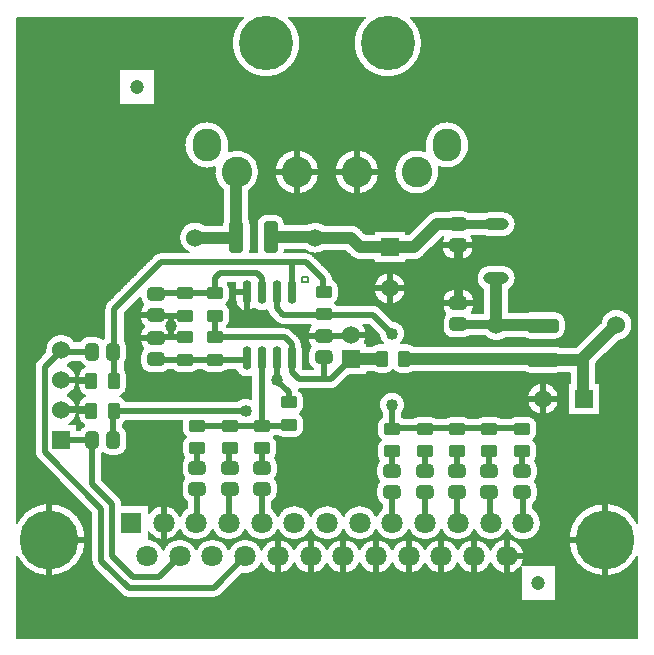
<source format=gtl>
G04 Layer_Physical_Order=1*
G04 Layer_Color=255*
%FSLAX24Y24*%
%MOIN*%
G70*
G01*
G75*
%ADD10C,0.0079*%
G04:AMPARAMS|DCode=11|XSize=57.1mil|YSize=45.3mil|CornerRadius=11.3mil|HoleSize=0mil|Usage=FLASHONLY|Rotation=180.000|XOffset=0mil|YOffset=0mil|HoleType=Round|Shape=RoundedRectangle|*
%AMROUNDEDRECTD11*
21,1,0.0571,0.0226,0,0,180.0*
21,1,0.0344,0.0453,0,0,180.0*
1,1,0.0226,-0.0172,0.0113*
1,1,0.0226,0.0172,0.0113*
1,1,0.0226,0.0172,-0.0113*
1,1,0.0226,-0.0172,-0.0113*
%
%ADD11ROUNDEDRECTD11*%
%ADD12C,0.0472*%
G04:AMPARAMS|DCode=13|XSize=55.1mil|YSize=41.3mil|CornerRadius=10.3mil|HoleSize=0mil|Usage=FLASHONLY|Rotation=0.000|XOffset=0mil|YOffset=0mil|HoleType=Round|Shape=RoundedRectangle|*
%AMROUNDEDRECTD13*
21,1,0.0551,0.0207,0,0,0.0*
21,1,0.0344,0.0413,0,0,0.0*
1,1,0.0207,0.0172,-0.0103*
1,1,0.0207,-0.0172,-0.0103*
1,1,0.0207,-0.0172,0.0103*
1,1,0.0207,0.0172,0.0103*
%
%ADD13ROUNDEDRECTD13*%
G04:AMPARAMS|DCode=14|XSize=106.3mil|YSize=47.2mil|CornerRadius=11.8mil|HoleSize=0mil|Usage=FLASHONLY|Rotation=270.000|XOffset=0mil|YOffset=0mil|HoleType=Round|Shape=RoundedRectangle|*
%AMROUNDEDRECTD14*
21,1,0.1063,0.0236,0,0,270.0*
21,1,0.0827,0.0472,0,0,270.0*
1,1,0.0236,-0.0118,-0.0413*
1,1,0.0236,-0.0118,0.0413*
1,1,0.0236,0.0118,0.0413*
1,1,0.0236,0.0118,-0.0413*
%
%ADD14ROUNDEDRECTD14*%
G04:AMPARAMS|DCode=15|XSize=57.1mil|YSize=45.3mil|CornerRadius=11.3mil|HoleSize=0mil|Usage=FLASHONLY|Rotation=90.000|XOffset=0mil|YOffset=0mil|HoleType=Round|Shape=RoundedRectangle|*
%AMROUNDEDRECTD15*
21,1,0.0571,0.0226,0,0,90.0*
21,1,0.0344,0.0453,0,0,90.0*
1,1,0.0226,0.0113,0.0172*
1,1,0.0226,0.0113,-0.0172*
1,1,0.0226,-0.0113,-0.0172*
1,1,0.0226,-0.0113,0.0172*
%
%ADD15ROUNDEDRECTD15*%
G04:AMPARAMS|DCode=16|XSize=55.1mil|YSize=41.3mil|CornerRadius=10.3mil|HoleSize=0mil|Usage=FLASHONLY|Rotation=90.000|XOffset=0mil|YOffset=0mil|HoleType=Round|Shape=RoundedRectangle|*
%AMROUNDEDRECTD16*
21,1,0.0551,0.0207,0,0,90.0*
21,1,0.0344,0.0413,0,0,90.0*
1,1,0.0207,0.0103,0.0172*
1,1,0.0207,0.0103,-0.0172*
1,1,0.0207,-0.0103,-0.0172*
1,1,0.0207,-0.0103,0.0172*
%
%ADD16ROUNDEDRECTD16*%
%ADD17O,0.0295X0.0800*%
G04:AMPARAMS|DCode=18|XSize=106.3mil|YSize=47.2mil|CornerRadius=11.8mil|HoleSize=0mil|Usage=FLASHONLY|Rotation=180.000|XOffset=0mil|YOffset=0mil|HoleType=Round|Shape=RoundedRectangle|*
%AMROUNDEDRECTD18*
21,1,0.1063,0.0236,0,0,180.0*
21,1,0.0827,0.0472,0,0,180.0*
1,1,0.0236,-0.0413,0.0118*
1,1,0.0236,0.0413,0.0118*
1,1,0.0236,0.0413,-0.0118*
1,1,0.0236,-0.0413,-0.0118*
%
%ADD18ROUNDEDRECTD18*%
%ADD19O,0.0846X0.0394*%
%ADD20C,0.0000*%
%ADD21C,0.0197*%
%ADD22C,0.0394*%
%ADD23C,0.0315*%
%ADD24C,0.1024*%
%ADD25C,0.0600*%
%ADD26R,0.0600X0.0600*%
%ADD27R,0.0600X0.0600*%
%ADD28C,0.0709*%
%ADD29R,0.0709X0.0709*%
%ADD30C,0.1969*%
%ADD31O,0.0945X0.1102*%
%ADD32C,0.1811*%
%ADD33C,0.0400*%
G36*
X94966Y57574D02*
X95005Y57534D01*
X95020Y57480D01*
Y55512D01*
X95005Y55458D01*
X94966Y55418D01*
X94911Y55404D01*
X92333D01*
X92279Y55418D01*
X92239Y55458D01*
X92224Y55512D01*
Y57480D01*
X92239Y57534D01*
X92279Y57574D01*
X92333Y57589D01*
X94911D01*
X94966Y57574D01*
D02*
G37*
D10*
X91722Y57394D02*
G03*
X91289Y57827I-433J0D01*
G01*
Y56961D02*
G03*
X91722Y57394I0J433D01*
G01*
X90837Y57827D02*
G03*
X90674Y57795I0J-433D01*
G01*
X90055Y60437D02*
G03*
X88795Y60437I-630J-325D01*
G01*
X90173Y60034D02*
G03*
X90055Y60437I-748J0D01*
G01*
X90640Y57008D02*
G03*
X90837Y56961I197J386D01*
G01*
X90055Y59630D02*
G03*
X90173Y60034I-630J404D01*
G01*
X89155Y59300D02*
G03*
X90055Y59630I271J655D01*
G01*
X90164Y57795D02*
G03*
X89956Y57864I-208J-281D01*
G01*
X90305Y56806D02*
G03*
X90241Y57008I-349J0D01*
G01*
X93858Y56496D02*
G03*
X93858Y56496I-236J0D01*
G01*
X95615Y54035D02*
G03*
X94549Y54118I-536J0D01*
G01*
X92205Y54488D02*
G03*
X92088Y54468I0J-354D01*
G01*
X91496Y55218D02*
G03*
X91722Y55598I-207J381D01*
G01*
X93386Y54134D02*
G03*
X93032Y54488I-354J0D01*
G01*
X95161Y53506D02*
G03*
X95615Y54035I-83J530D01*
G01*
X93032Y53543D02*
G03*
X93386Y53898I0J354D01*
G01*
X92009Y53602D02*
G03*
X92205Y53543I196J295D01*
G01*
X91722Y55598D02*
G03*
X91289Y56031I-433J0D01*
G01*
X90837D02*
G03*
X90630Y55218I0J-433D01*
G01*
X89956Y56230D02*
G03*
X90305Y56580I0J349D01*
G01*
X90325Y54877D02*
G03*
X89975Y55226I-349J0D01*
G01*
X90694Y53661D02*
G03*
X91395Y53602I384J374D01*
G01*
X90261Y54449D02*
G03*
X90325Y54651I-285J202D01*
G01*
X89975Y53593D02*
G03*
X90184Y53661I0J349D01*
G01*
X89173Y59134D02*
G03*
X89155Y59300I-748J0D01*
G01*
X88596Y63433D02*
G03*
X88220Y64281I-1142J0D01*
G01*
X88795Y60437D02*
G03*
X88706Y59827I630J-404D01*
G01*
Y59827D02*
G03*
X89173Y59134I-281J-693D01*
G01*
X89611Y57864D02*
G03*
X89471Y57835I0J-349D01*
G01*
X89302Y56968D02*
G03*
X89262Y56806I309J-162D01*
G01*
X89104Y57835D02*
G03*
X88798Y57708I0J-433D01*
G01*
X89104Y57835D02*
G03*
X88798Y57708I0J-433D01*
G01*
X86690Y64281D02*
G03*
X88596Y63433I765J-848D01*
G01*
X87173Y59134D02*
G03*
X87173Y59134I-748J0D01*
G01*
X86527Y57255D02*
G03*
X86220Y57382I-306J-306D01*
G01*
X86527Y57255D02*
G03*
X86220Y57382I-306J-306D01*
G01*
X89262Y56580D02*
G03*
X89611Y56230I349J0D01*
G01*
X89631Y55226D02*
G03*
X89282Y54877I0J-349D01*
G01*
Y54651D02*
G03*
X89378Y54409I349J0D01*
G01*
X88327Y56191D02*
G03*
X88633Y56318I0J433D01*
G01*
X88327Y56191D02*
G03*
X88633Y56318I0J433D01*
G01*
X89378Y54409D02*
G03*
X89282Y54168I253J-241D01*
G01*
Y53942D02*
G03*
X89631Y53593I349J0D01*
G01*
X88333Y53346D02*
G03*
X88115Y53425I-217J-261D01*
G01*
X87900Y53425D02*
G03*
X88035Y53740I-302J315D01*
G01*
D02*
G03*
X87637Y54175I-436J0D01*
G01*
X88056Y55254D02*
G03*
X88056Y55254I-536J0D01*
G01*
X86239Y56318D02*
G03*
X86545Y56191I306J306D01*
G01*
X86239Y56318D02*
G03*
X86545Y56191I306J306D01*
G01*
X85630Y55551D02*
G03*
X85532Y55788I-335J0D01*
G01*
X85630Y55551D02*
G03*
X85532Y55788I-335J0D01*
G01*
X85827Y55241D02*
G03*
X85630Y55549I-340J0D01*
G01*
X85692Y54764D02*
G03*
X85827Y55034I-205J271D01*
G01*
X87205Y54607D02*
G03*
X86968Y54705I-237J-237D01*
G01*
X87205Y54607D02*
G03*
X86968Y54705I-237J-237D01*
G01*
X87164Y53701D02*
G03*
X87297Y53425I434J39D01*
G01*
X87160D02*
G03*
X86943Y53346I0J-340D01*
G01*
X86694Y53450D02*
G03*
X86757Y53701I-474J251D01*
G01*
X85753Y54705D02*
G03*
X85692Y54764I-266J-212D01*
G01*
X86757Y53701D02*
G03*
X86639Y54035I-536J0D01*
G01*
X93194Y53307D02*
G03*
X93032Y53346I-162J-315D01*
G01*
Y52402D02*
G03*
X93194Y52441I0J354D01*
G01*
X93162Y51575D02*
G03*
X93162Y51575I-536J0D01*
G01*
X91982Y52480D02*
G03*
X92205Y52402I223J276D01*
G01*
X92369Y49511D02*
G03*
X92441Y49719I-268J209D01*
G01*
X91757Y51014D02*
G03*
X91528Y50925I0J-340D01*
G01*
X91247D02*
G03*
X91019Y51014I-229J-251D01*
G01*
X92306Y50197D02*
G03*
X92441Y50468I-205J271D01*
G01*
Y49926D02*
G03*
X92306Y50197I-340J0D01*
G01*
X92441Y50674D02*
G03*
X92101Y51014I-340J0D01*
G01*
X95777Y47442D02*
G03*
X95777Y46320I-1084J-561D01*
G01*
X92451Y49286D02*
G03*
X92369Y49511I-349J0D01*
G01*
X92451Y48578D02*
G03*
X92354Y48819I-349J0D01*
G01*
X92564Y47441D02*
G03*
X92303Y47931I-591J0D01*
G01*
X91428Y47214D02*
G03*
X92564Y47441I545J227D01*
G01*
X92354Y48819D02*
G03*
X92451Y49060I-253J241D01*
G01*
X92303Y48066D02*
G03*
X92451Y48351I-202J285D01*
G01*
X90338Y47214D02*
G03*
X91428Y47214I545J227D01*
G01*
X92014Y46321D02*
G03*
X90878Y46548I-591J0D01*
G01*
X91933Y46024D02*
G03*
X92014Y46321I-510J297D01*
G01*
X90878Y46094D02*
G03*
X91890Y45959I545J227D01*
G01*
X89592Y51014D02*
G03*
X89363Y50925I0J-340D01*
G01*
X87638Y52536D02*
G03*
X87908Y52402I271J205D01*
G01*
X88115D02*
G03*
X88333Y52480I0J340D01*
G01*
X87933Y51098D02*
G03*
X88035Y51378I-335J280D01*
G01*
X90674Y51014D02*
G03*
X90445Y50925I0J-340D01*
G01*
X90165D02*
G03*
X89936Y51014I-229J-251D01*
G01*
X89248Y47214D02*
G03*
X90338Y47214I545J227D01*
G01*
X88509Y51014D02*
G03*
X88280Y50925I0J-340D01*
G01*
X89082D02*
G03*
X88853Y51014I-229J-251D01*
G01*
X87999Y50925D02*
G03*
X87933Y50972I-229J-251D01*
G01*
X88158Y47214D02*
G03*
X89248Y47214I545J227D01*
G01*
X87367Y52402D02*
G03*
X87638Y52536I0J340D01*
G01*
X88035Y51378D02*
G03*
X87264Y51098I-436J0D01*
G01*
X86943Y52480D02*
G03*
X87160Y52402I217J261D01*
G01*
X87264Y50972D02*
G03*
X87087Y50674I162J-298D01*
G01*
Y50468D02*
G03*
X87221Y50197I340J0D01*
G01*
D02*
G03*
X87087Y49926I205J-271D01*
G01*
Y49719D02*
G03*
X87158Y49511I340J0D01*
G01*
D02*
G03*
X87077Y49286I268J-224D01*
G01*
Y49060D02*
G03*
X87173Y48819I349J0D01*
G01*
D02*
G03*
X87077Y48578I253J-241D01*
G01*
Y48351D02*
G03*
X87264Y48042I349J0D01*
G01*
X85551Y51890D02*
G03*
X85788Y51988I0J335D01*
G01*
X85551Y51890D02*
G03*
X85788Y51988I0J335D01*
G01*
X87264Y47917D02*
G03*
X87068Y47668I349J-476D01*
G01*
D02*
G03*
X85978Y47668I-545J-227D01*
G01*
Y47214D02*
G03*
X87068Y47214I545J227D01*
G01*
D02*
G03*
X88158Y47214I545J227D01*
G01*
X90878Y46548D02*
G03*
X89788Y46548I-545J-227D01*
G01*
D02*
G03*
X88698Y46548I-545J-227D01*
G01*
X89788Y46094D02*
G03*
X90878Y46094I545J227D01*
G01*
X88698D02*
G03*
X89788Y46094I545J227D01*
G01*
X88698Y46548D02*
G03*
X87608Y46548I-545J-227D01*
G01*
D02*
G03*
X86518Y46548I-545J-227D01*
G01*
D02*
G03*
X85428Y46548I-545J-227D01*
G01*
X87608Y46094D02*
G03*
X88698Y46094I545J227D01*
G01*
X86518D02*
G03*
X87608Y46094I545J227D01*
G01*
X85428D02*
G03*
X86518Y46094I545J227D01*
G01*
X84541Y63433D02*
G03*
X84164Y64281I-1142J0D01*
G01*
X85173Y59134D02*
G03*
X85173Y59134I-748J0D01*
G01*
X82635Y64281D02*
G03*
X84541Y63433I765J-848D01*
G01*
X82173Y60034D02*
G03*
X82055Y60437I-748J0D01*
G01*
D02*
G03*
X80795Y60437I-630J-325D01*
G01*
X82144Y59827D02*
G03*
X82173Y60034I-719J207D01*
G01*
X83173Y59134D02*
G03*
X82144Y59827I-748J0D01*
G01*
X82839Y58510D02*
G03*
X83173Y59134I-413J623D01*
G01*
X85350Y57382D02*
G03*
X84746Y57402I-316J-433D01*
G01*
X84692Y56535D02*
G03*
X85350Y56516I342J413D01*
G01*
X84961Y56359D02*
G03*
X84724Y56457I-237J-237D01*
G01*
X84961Y56359D02*
G03*
X84724Y56457I-237J-237D01*
G01*
X84025Y57402D02*
G03*
X83671Y57736I-354J-20D01*
G01*
X84012Y56457D02*
G03*
X84025Y56535I-340J98D01*
G01*
X83431Y54526D02*
G03*
X83523Y54350I329J61D01*
G01*
X83431Y54526D02*
G03*
X83523Y54350I329J61D01*
G01*
X83740Y54133D02*
G03*
X83976Y54035I237J237D01*
G01*
X83740Y54133D02*
G03*
X83976Y54035I237J237D01*
G01*
X84890D02*
G03*
X84793Y53794I253J-241D01*
G01*
Y53568D02*
G03*
X84890Y53327I349J0D01*
G01*
D02*
G03*
X84793Y53086I253J-241D01*
G01*
Y52859D02*
G03*
X84964Y52559I349J0D01*
G01*
X84253Y53858D02*
G03*
X84016Y53957I-237J-236D01*
G01*
X84252Y53859D02*
G03*
X84016Y53957I-237J-237D01*
G01*
X84622Y52564D02*
G03*
X84636Y52666I-370J102D01*
G01*
X84587Y53386D02*
G03*
X84488Y53623I-335J0D01*
G01*
X84587Y53386D02*
G03*
X84489Y53622I-335J0D01*
G01*
X84636Y53170D02*
G03*
X84587Y53359I-384J0D01*
G01*
X83435Y57736D02*
G03*
X83081Y57382I0J-354D01*
G01*
Y56555D02*
G03*
X83095Y56457I354J0D01*
G01*
X82884Y57382D02*
G03*
X82839Y57555I-354J0D01*
G01*
X82870Y56457D02*
G03*
X82884Y56555I-340J98D01*
G01*
X82373Y55433D02*
G03*
X82368Y55370I379J-63D01*
G01*
X82205Y55202D02*
G03*
X82114Y55433I-340J0D01*
G01*
X82070Y54724D02*
G03*
X82205Y54995I-205J271D01*
G01*
X83002Y54574D02*
G03*
X83431Y54526I250J291D01*
G01*
X82368Y54866D02*
G03*
X83002Y54574I384J0D01*
G01*
X82397Y52520D02*
G03*
X82913Y52317I355J146D01*
G01*
X82205Y54454D02*
G03*
X82070Y54724I-340J0D01*
G01*
X82083Y53986D02*
G03*
X82205Y54247I-217J261D01*
G01*
X82114Y53957D02*
G03*
X82083Y53986I-249J-231D01*
G01*
X81865Y52431D02*
G03*
X82094Y52520I0J340D01*
G01*
X81696Y59300D02*
G03*
X81972Y58538I729J-166D01*
G01*
X80795Y59630D02*
G03*
X81696Y59300I630J325D01*
G01*
X80795Y60437D02*
G03*
X80795Y59630I630J-404D01*
G01*
X81972Y57532D02*
G03*
X81939Y57382I321J-150D01*
G01*
X81350Y57382D02*
G03*
X80821Y56457I-316J-433D01*
G01*
X80118Y53986D02*
G03*
X80220Y54124I-221J271D01*
G01*
X79902Y56457D02*
G03*
X79665Y56359I0J-335D01*
G01*
X79902Y56457D02*
G03*
X79665Y56359I0J-335D01*
G01*
X79203Y54950D02*
G03*
X79299Y54724I349J15D01*
G01*
X79203Y54257D02*
G03*
X79331Y53986I349J0D01*
G01*
X79299Y54724D02*
G03*
X79203Y54483I253J-241D01*
G01*
X80220Y54124D02*
G03*
X80319Y53986I317J123D01*
G01*
D02*
G03*
X80220Y53848I217J-261D01*
G01*
D02*
G03*
X80118Y53986I-323J-133D01*
G01*
X79331D02*
G03*
X79203Y53716I221J-271D01*
G01*
X78110Y54804D02*
G03*
X78012Y54567I237J-237D01*
G01*
X78110Y54804D02*
G03*
X78012Y54567I237J-237D01*
G01*
Y53620D02*
G03*
X77953Y53575I182J-298D01*
G01*
D02*
G03*
X77712Y53671I-241J-253D01*
G01*
X79203Y53489D02*
G03*
X79299Y53248I349J0D01*
G01*
D02*
G03*
X79203Y53007I253J-241D01*
G01*
Y52781D02*
G03*
X79552Y52431I349J0D01*
G01*
X81272Y52539D02*
G03*
X81521Y52431I249J231D01*
G01*
X80881D02*
G03*
X81130Y52539I0J340D01*
G01*
X80288D02*
G03*
X80536Y52431I249J231D01*
G01*
X79897D02*
G03*
X80150Y52539I0J349D01*
G01*
X78770Y53322D02*
G03*
X78681Y53554I-349J0D01*
G01*
X77485Y53671D02*
G03*
X77176Y53484I0J-349D01*
G01*
X78681Y52745D02*
G03*
X78770Y52977I-261J233D01*
G01*
X77176Y52815D02*
G03*
X77352Y52654I309J162D01*
G01*
X78544Y51673D02*
G03*
X78770Y51993I-114J320D01*
G01*
X77352Y52654D02*
G03*
X77136Y52338I123J-317D01*
G01*
X78770D02*
G03*
X78681Y52566I-340J0D01*
G01*
X77028Y53484D02*
G03*
X76043Y53130I-453J-287D01*
G01*
X76769Y52697D02*
G03*
X76951Y52815I-194J500D01*
G01*
X77111Y52197D02*
G03*
X76769Y52697I-536J0D01*
G01*
Y51697D02*
G03*
X77111Y52197I-194J500D01*
G01*
X75787Y52874D02*
G03*
X75689Y52638I237J-237D01*
G01*
X75787Y52874D02*
G03*
X75689Y52638I237J-237D01*
G01*
X84665Y51560D02*
G03*
X84481Y51862I-340J0D01*
G01*
X84531Y51083D02*
G03*
X84665Y51353I-205J271D01*
G01*
Y50812D02*
G03*
X84531Y51083I-340J0D01*
G01*
X84326Y50266D02*
G03*
X84665Y50605I0J340D01*
G01*
X83776Y50335D02*
G03*
X83981Y50266I205J271D01*
G01*
X83708Y49609D02*
G03*
X83780Y49818I-268J209D01*
G01*
X83789Y49385D02*
G03*
X83708Y49609I-349J0D01*
G01*
X85978Y47668D02*
G03*
X84888Y47668I-545J-227D01*
G01*
Y47214D02*
G03*
X85978Y47214I545J227D01*
G01*
X84888Y47668D02*
G03*
X83798Y47668I-545J-227D01*
G01*
Y47214D02*
G03*
X84888Y47214I545J227D01*
G01*
X83693Y48917D02*
G03*
X83789Y49158I-253J241D01*
G01*
Y48676D02*
G03*
X83693Y48917I-349J0D01*
G01*
X83645Y50295D02*
G03*
X83689Y50335I-205J271D01*
G01*
X82913Y51570D02*
G03*
X82437Y51516I-197J-389D01*
G01*
X80599Y50846D02*
G03*
X80591Y50773I331J-74D01*
G01*
Y50566D02*
G03*
X80725Y50295I340J0D01*
G01*
X83780Y50025D02*
G03*
X83645Y50295I-340J0D01*
G01*
X83602Y48140D02*
G03*
X83789Y48450I-162J309D01*
G01*
X80581D02*
G03*
X80768Y48140I349J0D01*
G01*
X80725Y50295D02*
G03*
X80591Y50025I205J-271D01*
G01*
X83798Y47668D02*
G03*
X83602Y47917I-545J-227D01*
G01*
X82708Y47214D02*
G03*
X83798Y47214I545J227D01*
G01*
X80768Y47946D02*
G03*
X80528Y47668I305J-505D01*
G01*
Y47214D02*
G03*
X81618Y47214I545J227D01*
G01*
D02*
G03*
X82708Y47214I545J227D01*
G01*
X80591Y49818D02*
G03*
X80662Y49609I340J0D01*
G01*
X80581Y49158D02*
G03*
X80677Y48917I349J0D01*
G01*
X80662Y49609D02*
G03*
X80581Y49385I268J-224D01*
G01*
X80677Y48917D02*
G03*
X80581Y48676I253J-241D01*
G01*
X84338Y46548D02*
G03*
X83248Y46548I-545J-227D01*
G01*
X85428D02*
G03*
X84338Y46548I-545J-227D01*
G01*
Y46094D02*
G03*
X85428Y46094I545J227D01*
G01*
X83248D02*
G03*
X84338Y46094I545J227D01*
G01*
X82596Y45740D02*
G03*
X83248Y46094I107J581D01*
G01*
Y46548D02*
G03*
X82158Y46548I-545J-227D01*
G01*
D02*
G03*
X81068Y46548I-545J-227D01*
G01*
D02*
G03*
X79978Y46548I-545J-227D01*
G01*
X81658Y44941D02*
G03*
X81894Y45039I0J335D01*
G01*
X81658Y44941D02*
G03*
X81894Y45039I0J335D01*
G01*
X77361Y51673D02*
G03*
X77136Y51353I114J-320D01*
G01*
X78728Y51516D02*
G03*
X78544Y51673I-298J-162D01*
G01*
X78642Y50743D02*
G03*
X78728Y50846I-212J266D01*
G01*
X78420Y49675D02*
G03*
X78770Y50025I0J349D01*
G01*
Y50369D02*
G03*
X78642Y50639I-349J0D01*
G01*
X77136Y51009D02*
G03*
X77352Y50692I340J0D01*
G01*
D02*
G03*
X77176Y50532I133J-323D01*
G01*
X77953Y49772D02*
G03*
X78194Y49675I241J253D01*
G01*
X77136Y51993D02*
G03*
X77361Y51673I340J0D01*
G01*
X77111Y51197D02*
G03*
X76769Y51697I-536J0D01*
G01*
X76844Y50733D02*
G03*
X77111Y51197I-269J464D01*
G01*
X75689Y49803D02*
G03*
X75787Y49567I335J0D01*
G01*
X75689Y49803D02*
G03*
X75787Y49567I335J0D01*
G01*
X80528Y47668D02*
G03*
X79484Y47756I-545J-227D01*
G01*
Y47126D02*
G03*
X80528Y47214I499J315D01*
G01*
X79978Y46548D02*
G03*
X79484Y46909I-545J-227D01*
G01*
X78602Y48071D02*
G03*
X78504Y48307I-335J0D01*
G01*
X78602Y48071D02*
G03*
X78504Y48307I-335J0D01*
G01*
X78582Y45039D02*
G03*
X78819Y44941I237J237D01*
G01*
X77579Y46181D02*
G03*
X77677Y45944I335J0D01*
G01*
X77579Y46181D02*
G03*
X77677Y45944I335J0D01*
G01*
X78582Y45039D02*
G03*
X78819Y44941I237J237D01*
G01*
X77394Y46881D02*
G03*
X75089Y47442I-1220J0D01*
G01*
Y46320D02*
G03*
X77394Y46881I1084J561D01*
G01*
X93661Y56729D02*
Y64281D01*
X93720Y56711D02*
Y64281D01*
X93543Y56719D02*
Y64281D01*
X93602Y56731D02*
Y64281D01*
X93779Y56672D02*
Y64281D01*
X93838Y56591D02*
Y64281D01*
X93425Y56626D02*
Y64281D01*
X93484Y56688D02*
Y64281D01*
X91390Y57815D02*
X95777D01*
X91527Y57756D02*
X95777D01*
X91535Y57750D02*
Y64281D01*
X91594Y57701D02*
Y64281D01*
X91599Y57697D02*
X95777D01*
X91653Y57628D02*
Y64281D01*
X91712Y57486D02*
Y64281D01*
X91717Y57461D02*
X95777D01*
X91722Y57401D02*
X95777D01*
X91681Y57579D02*
X95777D01*
X91704Y57520D02*
X95777D01*
X91719Y57342D02*
X95777D01*
X91708Y57283D02*
X95777D01*
X91688Y57224D02*
X95777D01*
X91613Y57106D02*
X95777D01*
X91549Y57047D02*
X95777D01*
X91647Y57638D02*
X95777D01*
X91657Y57165D02*
X95777D01*
X91441Y56988D02*
X95777D01*
X91535Y55955D02*
Y57037D01*
X91181Y57827D02*
Y64281D01*
X91240Y57827D02*
Y64281D01*
X91063Y57827D02*
Y64281D01*
X91122Y57827D02*
Y64281D01*
X91417Y57807D02*
Y64281D01*
X91476Y57784D02*
Y64281D01*
X91299Y57827D02*
Y64281D01*
X91358Y57821D02*
Y64281D01*
X91004Y57827D02*
Y64281D01*
X90837Y57827D02*
X91289D01*
X90886D02*
Y64281D01*
X90945Y57827D02*
Y64281D01*
X90827Y57827D02*
Y64281D01*
X90708Y57807D02*
Y64281D01*
X90768Y57821D02*
Y64281D01*
X91181Y56031D02*
Y56961D01*
X91240Y56031D02*
Y56961D01*
X91063Y56031D02*
Y56961D01*
X91122Y56031D02*
Y56961D01*
X91476Y55989D02*
Y57003D01*
X91417Y56012D02*
Y56980D01*
X91358Y56026D02*
Y56966D01*
X91299Y56031D02*
Y56961D01*
X91004Y56031D02*
Y56961D01*
X90837D02*
X91289D01*
X90886Y56031D02*
Y56961D01*
X90945Y56031D02*
Y56961D01*
X90768Y56026D02*
Y56966D01*
X90827Y56031D02*
Y56961D01*
X90708Y56012D02*
Y56980D01*
X94665Y54377D02*
Y64281D01*
X94724Y54438D02*
Y64281D01*
X94547Y54116D02*
Y64281D01*
X94606Y54289D02*
Y64281D01*
X94429Y53998D02*
Y64281D01*
X94488Y54057D02*
Y64281D01*
X94311Y53880D02*
Y64281D01*
X94370Y53939D02*
Y64281D01*
X94193Y53762D02*
Y64281D01*
X94252Y53821D02*
Y64281D01*
X93366Y54251D02*
Y64281D01*
X94134Y53703D02*
Y64281D01*
X94016Y53585D02*
Y64281D01*
X94075Y53644D02*
Y64281D01*
X93897Y53467D02*
Y64281D01*
X93956Y53526D02*
Y64281D01*
X95315Y54517D02*
Y64281D01*
X95374Y54483D02*
Y64281D01*
X95197Y54559D02*
Y64281D01*
X95256Y54542D02*
Y64281D01*
X95551Y54289D02*
Y64281D01*
X95610Y54108D02*
Y64281D01*
X95433Y54438D02*
Y64281D01*
X95492Y54377D02*
Y64281D01*
X95079Y54572D02*
Y64281D01*
X95138Y54568D02*
Y64281D01*
X94960Y54558D02*
Y64281D01*
X95020Y54568D02*
Y64281D01*
X94842Y54517D02*
Y64281D01*
X94901Y54541D02*
Y64281D01*
X94783Y54483D02*
Y64281D01*
X93012Y54488D02*
Y64281D01*
X93071Y54486D02*
Y64281D01*
X92894Y54488D02*
Y64281D01*
X92953Y54488D02*
Y64281D01*
X93248Y54414D02*
Y64281D01*
X93307Y54357D02*
Y64281D01*
X93130Y54474D02*
Y64281D01*
X93189Y54451D02*
Y64281D01*
X92598Y54488D02*
Y64281D01*
X92657Y54488D02*
Y64281D01*
X92480Y54488D02*
Y64281D01*
X92539Y54488D02*
Y64281D01*
X92775Y54488D02*
Y64281D01*
X92834Y54488D02*
Y64281D01*
X92716Y54488D02*
Y64281D01*
X92362Y54488D02*
Y64281D01*
X92421Y54488D02*
Y64281D01*
X92244Y54488D02*
Y64281D01*
X92303Y54488D02*
Y64281D01*
X92126Y54479D02*
Y64281D01*
X92185Y54488D02*
Y64281D01*
X92008Y54468D02*
Y64281D01*
X92067Y54468D02*
Y64281D01*
X91771Y54468D02*
Y64281D01*
X91712Y55691D02*
Y57301D01*
X91653Y55833D02*
Y57159D01*
X91594Y55906D02*
Y57086D01*
X91890Y54468D02*
Y64281D01*
X91949Y54468D02*
Y64281D01*
X91831Y54468D02*
Y64281D01*
X88560Y63720D02*
X95777D01*
X88573Y63661D02*
X95777D01*
X88522Y63838D02*
X95777D01*
X88543Y63779D02*
X95777D01*
X88595Y63484D02*
X95777D01*
X88596Y63425D02*
X95777D01*
X88584Y63602D02*
X95777D01*
X88591Y63543D02*
X95777D01*
X88307Y64193D02*
X95777D01*
X88356Y64134D02*
X95777D01*
X88220Y64281D02*
X95777D01*
X88250Y64252D02*
X95777D01*
X88469Y63957D02*
X95777D01*
X88498Y63898D02*
X95777D01*
X88399Y64075D02*
X95777D01*
X88437Y64016D02*
X95777D01*
X88581Y63248D02*
X95777D01*
X88570Y63189D02*
X95777D01*
X88594Y63366D02*
X95777D01*
X88589Y63307D02*
X95777D01*
X88516Y63012D02*
X95777D01*
X88490Y62953D02*
X95777D01*
X88555Y63130D02*
X95777D01*
X88537Y63071D02*
X95777D01*
X88388Y62775D02*
X95777D01*
X88344Y62716D02*
X95777D01*
X88461Y62894D02*
X95777D01*
X88427Y62835D02*
X95777D01*
X88234Y62598D02*
X95777D01*
X88165Y62539D02*
X95777D01*
X88292Y62657D02*
X95777D01*
X89941Y60599D02*
Y64281D01*
X89888Y60649D02*
X95777D01*
X89823Y60699D02*
Y64281D01*
X89882Y60655D02*
Y64281D01*
X90118Y60316D02*
Y64281D01*
X89949Y60590D02*
X95777D01*
X90000Y60527D02*
Y64281D01*
X90059Y60431D02*
Y64281D01*
X87850Y62362D02*
X95777D01*
X87618Y62303D02*
X95777D01*
X88084Y62480D02*
X95777D01*
X87983Y62421D02*
X95777D01*
X89696Y60768D02*
X95777D01*
X89809Y60709D02*
X95777D01*
X90168Y60118D02*
X95777D01*
X90173Y60059D02*
X95777D01*
X90145Y60236D02*
X95777D01*
X90159Y60177D02*
X95777D01*
X90158Y59882D02*
X95777D01*
X90143Y59823D02*
X95777D01*
X90172Y60000D02*
X95777D01*
X90167Y59941D02*
X95777D01*
X90070Y60413D02*
X95777D01*
X90101Y60354D02*
X95777D01*
X89997Y60531D02*
X95777D01*
X90036Y60472D02*
X95777D01*
X90126Y60295D02*
X95777D01*
X90123Y59764D02*
X95777D01*
X90030Y59587D02*
X95777D01*
X89990Y59527D02*
X95777D01*
X90097Y59705D02*
X95777D01*
X90065Y59646D02*
X95777D01*
X89940Y59468D02*
X95777D01*
X89877Y59409D02*
X95777D01*
X90649Y57795D02*
Y64281D01*
X89794Y59350D02*
X95777D01*
X89172Y59173D02*
X95777D01*
X89173Y59114D02*
X95777D01*
X89673Y59291D02*
X95777D01*
X89167Y59232D02*
X95777D01*
X89147Y58937D02*
X95777D01*
X89128Y58878D02*
X95777D01*
X89169Y59055D02*
X95777D01*
X89160Y58996D02*
X95777D01*
X89104Y58819D02*
X95777D01*
X90135Y57815D02*
X90736D01*
X90164Y57795D02*
X90674D01*
X90254Y56988D02*
X90685D01*
X90299Y56870D02*
X95777D01*
X90305Y56811D02*
X95777D01*
X90283Y56929D02*
X95777D01*
X88988Y58642D02*
X95777D01*
X88931Y58583D02*
X95777D01*
X89073Y58760D02*
X95777D01*
X89035Y58701D02*
X95777D01*
X88759Y58464D02*
X95777D01*
X88595Y58405D02*
X95777D01*
X88858Y58524D02*
X95777D01*
X90295Y57795D02*
Y64281D01*
X90354Y57795D02*
Y64281D01*
X90177Y57795D02*
Y64281D01*
X90236Y57795D02*
Y64281D01*
X90531Y57795D02*
Y64281D01*
X90590Y57795D02*
Y64281D01*
X90413Y57795D02*
Y64281D01*
X90472Y57795D02*
Y64281D01*
X89941Y57864D02*
Y59469D01*
X89882Y57864D02*
Y59413D01*
X90118Y57824D02*
Y59752D01*
X90059Y57849D02*
Y59636D01*
X90000Y57861D02*
Y59540D01*
X90590Y55955D02*
Y57008D01*
X90649Y55989D02*
Y57003D01*
X90295Y56889D02*
Y57008D01*
X90305Y56580D02*
Y56806D01*
X90472Y55833D02*
Y57008D01*
X90531Y55906D02*
Y57008D01*
X90354Y54449D02*
Y57008D01*
X90413Y55689D02*
Y57008D01*
X90241D02*
X90640D01*
X89823Y57864D02*
Y59368D01*
X89611Y57864D02*
X89956D01*
X93845Y56575D02*
X95777D01*
X93857Y56516D02*
X95777D01*
X93753Y56693D02*
X95777D01*
X93814Y56634D02*
X95777D01*
X93798Y56338D02*
X95777D01*
X93716Y56279D02*
X95777D01*
X93855Y56457D02*
X95777D01*
X93837Y56398D02*
X95777D01*
X91669Y55807D02*
X95777D01*
X91696Y55748D02*
X95777D01*
X91574Y55925D02*
X95777D01*
X91630Y55866D02*
X95777D01*
X91722Y55571D02*
X95777D01*
X91714Y55512D02*
X95777D01*
X91713Y55689D02*
X95777D01*
X91721Y55630D02*
X95777D01*
X91633Y55335D02*
X95777D01*
X95151Y54567D02*
X95777D01*
X91697Y55453D02*
X95777D01*
X91671Y55394D02*
X95777D01*
X95560Y54272D02*
X95777D01*
X95585Y54212D02*
X95777D01*
X95333Y54508D02*
X95777D01*
X95481Y54390D02*
X95777D01*
X91496Y55039D02*
X95777D01*
X91496Y54921D02*
X95777D01*
X91578Y55275D02*
X95777D01*
X91496Y55098D02*
X95777D01*
X91496Y54685D02*
X95777D01*
X91496Y54626D02*
X95777D01*
X91496Y54744D02*
X95777D01*
X95420Y54449D02*
X95777D01*
X93194D02*
X94737D01*
X93277Y54390D02*
X94676D01*
X92205Y54488D02*
X93032D01*
X91712Y54468D02*
Y55506D01*
X91653Y54468D02*
Y55364D01*
X91594Y54468D02*
Y55291D01*
X91535Y54468D02*
Y55242D01*
X95526Y54331D02*
X95777D01*
X95602Y54153D02*
X95777D01*
X93386Y54094D02*
X94525D01*
X95612D02*
X95777D01*
X95615Y54035D02*
X95777D01*
X95612Y53976D02*
X95777D01*
X93386Y53898D02*
Y54134D01*
X95602Y53917D02*
X95777D01*
X93326Y54331D02*
X94631D01*
X93358Y54272D02*
X94597D01*
X93377Y54212D02*
X94573D01*
X93385Y54153D02*
X94556D01*
X93386Y54035D02*
X94466D01*
X93386Y53976D02*
X94407D01*
X93386Y53917D02*
X94348D01*
X95585Y53858D02*
X95777D01*
X95560Y53799D02*
X95777D01*
X95526Y53740D02*
X95777D01*
X93838Y53408D02*
Y56401D01*
X93779Y53348D02*
Y56320D01*
X93720Y53307D02*
Y56281D01*
X93602Y53307D02*
Y56261D01*
X93384Y53858D02*
X94289D01*
X93372Y53799D02*
X94230D01*
X93349Y53740D02*
X94171D01*
X93484Y53307D02*
Y56304D01*
X93543Y53307D02*
Y56273D01*
X93425Y53307D02*
Y56366D01*
X93366Y53307D02*
Y53781D01*
X95481Y53681D02*
X95777D01*
X95420Y53622D02*
X95777D01*
X93312Y53681D02*
X94112D01*
X95332Y53563D02*
X95777D01*
X95041Y53386D02*
X95777D01*
X94982Y53327D02*
X95777D01*
X95160Y53504D02*
X95777D01*
X95101Y53445D02*
X95777D01*
X93254Y53622D02*
X94053D01*
X93148Y53563D02*
X93994D01*
X93071Y53344D02*
Y53545D01*
X92205Y53543D02*
X93032D01*
X93189Y53310D02*
Y53580D01*
X93148Y53327D02*
X93758D01*
X93130Y53333D02*
Y53557D01*
X92716Y53346D02*
Y53543D01*
X92775Y53346D02*
Y53543D01*
X92185Y53346D02*
Y53544D01*
X92067Y53346D02*
Y53571D01*
X92126Y53346D02*
Y53552D01*
X91949Y53346D02*
Y53602D01*
X92008Y53346D02*
Y53602D01*
X91653Y53346D02*
Y53602D01*
X91712Y53346D02*
Y53602D01*
X91535Y53346D02*
Y53602D01*
X91594Y53346D02*
Y53602D01*
X91831Y53346D02*
Y53602D01*
X91890Y53346D02*
Y53602D01*
X91771Y53346D02*
Y53602D01*
X92953Y53346D02*
Y53543D01*
X93012Y53346D02*
Y53543D01*
X92834Y53346D02*
Y53543D01*
X92894Y53346D02*
Y53543D01*
X92657Y53346D02*
Y53543D01*
X92638Y53346D02*
X92764D01*
X92539Y53346D02*
Y53543D01*
X92598Y53346D02*
Y53543D01*
X92421Y53346D02*
Y53543D01*
X92480Y53346D02*
Y53543D01*
X92303Y53346D02*
Y53543D01*
X92362Y53346D02*
Y53543D01*
X92205Y53346D02*
X93032D01*
X92204Y53346D02*
X92638D01*
X92244Y53346D02*
Y53543D01*
X90305Y56752D02*
X95777D01*
X90305Y56693D02*
X93491D01*
X90305Y56634D02*
X93430D01*
X90305Y56575D02*
X93399D01*
X90299Y56516D02*
X93387D01*
X90837Y56031D02*
X91289D01*
X90208Y56338D02*
X93446D01*
X90134Y56279D02*
X93528D01*
X90283Y56457D02*
X93389D01*
X90254Y56398D02*
X93407D01*
X88056Y56102D02*
X95777D01*
X85277Y56043D02*
X95777D01*
X88484Y56220D02*
X95777D01*
X88056Y56161D02*
X95777D01*
X91496Y55157D02*
X95777D01*
X91496Y54980D02*
X95777D01*
X91486Y55984D02*
X95777D01*
X91496Y55216D02*
X95777D01*
X91496Y54862D02*
X95777D01*
X91496Y54803D02*
X95777D01*
X90325D02*
X90630D01*
X90325Y54744D02*
X90630D01*
X85336Y55984D02*
X90640D01*
X90058Y55216D02*
X90630D01*
X90184Y55157D02*
X90630D01*
X90246Y55098D02*
X90630D01*
X90309Y54980D02*
X90630D01*
X90325Y54862D02*
X90630D01*
X90285Y55039D02*
X90630D01*
X90059Y55216D02*
Y56246D01*
X90000Y55226D02*
Y56233D01*
X89941Y55226D02*
Y56230D01*
X90295Y55018D02*
Y56497D01*
X90236Y55110D02*
Y56371D01*
X90177Y55162D02*
Y56309D01*
X90118Y55196D02*
Y56270D01*
X85395Y55925D02*
X90552D01*
X85454Y55866D02*
X90496D01*
X89611Y56230D02*
X89956D01*
X89823Y55226D02*
Y56230D01*
X89882Y55226D02*
Y56230D01*
X89764Y55226D02*
Y56230D01*
X88050Y55335D02*
X90493D01*
X88055Y55275D02*
X90548D01*
X88037Y55394D02*
X90455D01*
X89631Y55226D02*
X89975D01*
X90322Y54921D02*
X90630D01*
X85513Y55807D02*
X90457D01*
X87728Y55748D02*
X90430D01*
X87833Y55689D02*
X90413D01*
X87902Y55630D02*
X90405D01*
X87990Y55512D02*
X90412D01*
X88018Y55453D02*
X90429D01*
X87952Y55571D02*
X90404D01*
X91496Y54567D02*
X95007D01*
X91496Y54508D02*
X94825D01*
X91496Y54468D02*
Y55218D01*
Y54468D02*
X92088D01*
X91476Y53346D02*
Y53602D01*
X91395D02*
X92009D01*
X91417Y53346D02*
Y53602D01*
X91358Y53346D02*
Y53578D01*
X90116Y53622D02*
X90737D01*
X91332Y53563D02*
X92089D01*
X90325Y54685D02*
X90630D01*
X90184Y53661D02*
X90694D01*
X90768Y53346D02*
Y53599D01*
X90649Y53346D02*
Y53661D01*
X90708Y53346D02*
Y53648D01*
X91299Y53346D02*
Y53547D01*
X91149Y53504D02*
X93935D01*
X91240Y53346D02*
Y53524D01*
X91181Y53346D02*
Y53509D01*
X91122Y53346D02*
Y53501D01*
X91063Y53346D02*
Y53499D01*
X90945Y53346D02*
Y53516D01*
X91004Y53346D02*
Y53504D01*
X87919Y53445D02*
X93876D01*
X88274Y53386D02*
X93817D01*
X87997Y53563D02*
X90825D01*
X87965Y53504D02*
X91009D01*
X90886Y53346D02*
Y53535D01*
X88333Y53346D02*
X92204D01*
X90827D02*
Y53562D01*
X90531Y54449D02*
Y55291D01*
X90590Y54449D02*
Y55242D01*
X90472Y54449D02*
Y55364D01*
X90325Y54651D02*
Y54877D01*
X90630Y54449D02*
Y55218D01*
X90531Y53346D02*
Y53661D01*
X90413Y54449D02*
Y55507D01*
Y53346D02*
Y53661D01*
X90315Y54567D02*
X90630D01*
X90294Y54508D02*
X90630D01*
X90324Y54626D02*
X90630D01*
X90261Y54449D02*
X90630D01*
X90295D02*
Y54510D01*
X90236Y53346D02*
Y53661D01*
X90177Y53346D02*
Y53657D01*
X90118Y53346D02*
Y53623D01*
X90059Y53346D02*
Y53603D01*
X90472Y53346D02*
Y53661D01*
X90590Y53346D02*
Y53661D01*
X90295Y53346D02*
Y53661D01*
X90354Y53346D02*
Y53661D01*
X90000Y53346D02*
Y53593D01*
X89941Y53346D02*
Y53593D01*
X89631D02*
X89975D01*
X89823Y53346D02*
Y53593D01*
X89882Y53346D02*
Y53593D01*
X89764Y53346D02*
Y53593D01*
X89468Y60820D02*
Y64281D01*
X89527Y60814D02*
Y64281D01*
X89350Y60817D02*
Y64281D01*
X89409Y60821D02*
Y64281D01*
X89705Y60764D02*
Y64281D01*
X89764Y60735D02*
Y64281D01*
X89586Y60803D02*
Y64281D01*
X89645Y60786D02*
Y64281D01*
X89232Y60794D02*
Y64281D01*
X89291Y60808D02*
Y64281D01*
X89114Y60749D02*
Y64281D01*
X89173Y60775D02*
Y64281D01*
X88760Y60375D02*
Y64281D01*
X89055Y60717D02*
Y64281D01*
X88642Y59850D02*
Y64281D01*
X88701Y60220D02*
Y64281D01*
X88937Y60626D02*
Y64281D01*
X88996Y60676D02*
Y64281D01*
X88819Y60479D02*
Y64281D01*
X88878Y60563D02*
Y64281D01*
X89705Y57864D02*
Y59304D01*
X89645Y57864D02*
Y59282D01*
X89173Y59150D02*
Y59293D01*
X88439Y59882D02*
X88693D01*
X88523Y63835D02*
Y64281D01*
X88582Y63611D02*
Y64281D01*
Y59865D02*
Y63255D01*
X88405Y64065D02*
Y64281D01*
X88464Y63966D02*
Y64281D01*
X88287Y64214D02*
Y64281D01*
X88346Y64146D02*
Y64281D01*
X88523Y59875D02*
Y63031D01*
X88464Y59881D02*
Y62900D01*
X88405Y59882D02*
Y62801D01*
X88346Y59878D02*
Y62720D01*
X88287Y59869D02*
Y62652D01*
X88228Y59855D02*
Y62593D01*
X88169Y59837D02*
Y62542D01*
X88110Y59812D02*
Y62498D01*
X88051Y59782D02*
Y62459D01*
X87992Y59744D02*
Y62426D01*
X87933Y59697D02*
Y62396D01*
X87874Y59639D02*
Y62371D01*
X87815Y59566D02*
Y62350D01*
X87756Y59468D02*
Y62332D01*
X87165Y59243D02*
Y62329D01*
X87697Y59304D02*
Y62317D01*
X87167Y59232D02*
X87684D01*
X87169Y59055D02*
X87681D01*
X87172Y59173D02*
X87678D01*
X87173Y59114D02*
X87677D01*
X87121Y59409D02*
X87730D01*
X87141Y59350D02*
X87709D01*
X87106Y59444D02*
Y62346D01*
X87156Y59291D02*
X87694D01*
X87147Y58937D02*
X87704D01*
X87128Y58878D02*
X87722D01*
X87160Y58996D02*
X87690D01*
X89764Y57864D02*
Y59332D01*
X89586Y57863D02*
Y59265D01*
X89527Y57854D02*
Y59254D01*
X89468Y57835D02*
Y59248D01*
X89350Y57835D02*
Y59250D01*
X89409Y57835D02*
Y59247D01*
X89232Y57835D02*
Y59273D01*
X89291Y57835D02*
Y59259D01*
X89173Y57835D02*
Y59118D01*
X89114Y57835D02*
Y58842D01*
X89055Y57832D02*
Y58730D01*
X88996Y57821D02*
Y58650D01*
X88937Y57801D02*
Y58588D01*
X88878Y57771D02*
Y58538D01*
X88819Y57727D02*
Y58498D01*
X88760Y57669D02*
Y58465D01*
X89244Y56929D02*
X89284D01*
X89185Y56870D02*
X89268D01*
X89126Y56811D02*
X89262D01*
X89262Y56580D02*
Y56806D01*
X89232Y53346D02*
Y56917D01*
X89173Y53346D02*
Y56858D01*
X89104Y57835D02*
X89471D01*
X88701Y57610D02*
Y58438D01*
X88633Y56318D02*
X89284Y56968D01*
X89114Y53346D02*
Y56799D01*
X88147Y57057D02*
X88798Y57708D01*
X87638Y57160D02*
Y62306D01*
X87697Y57160D02*
Y58964D01*
X87579Y57160D02*
Y62298D01*
X87520Y57160D02*
Y62293D01*
X87874Y57160D02*
Y58628D01*
X87933Y57160D02*
Y58571D01*
X87756Y57160D02*
Y58800D01*
X87815Y57160D02*
Y58701D01*
X87224Y57160D02*
Y62315D01*
X87283Y57160D02*
Y62304D01*
X87165Y57160D02*
Y59024D01*
X87106Y57160D02*
Y58824D01*
X87401Y57160D02*
Y62293D01*
X87460Y57160D02*
Y62291D01*
X87342Y57160D02*
Y62297D01*
X88642Y57551D02*
Y58418D01*
X88582Y57492D02*
Y58403D01*
X88523Y57433D02*
Y58392D01*
X88464Y57374D02*
Y58387D01*
X88346Y57256D02*
Y58390D01*
X88405Y57315D02*
Y58386D01*
X88228Y57138D02*
Y58412D01*
X88287Y57197D02*
Y58399D01*
X88169Y57079D02*
Y58431D01*
X88056Y57106D02*
X88196D01*
X87992Y57160D02*
Y58524D01*
X88051Y57160D02*
Y58486D01*
X88110Y57057D02*
Y58455D01*
X88056Y57057D02*
X88147D01*
X88056D02*
Y57160D01*
X86634Y64226D02*
Y64281D01*
Y59852D02*
Y62640D01*
X86575Y64160D02*
Y64281D01*
Y59867D02*
Y62706D01*
X86811Y59775D02*
Y62490D01*
X86870Y59735D02*
Y62452D01*
X86693Y59832D02*
Y62583D01*
X86752Y59807D02*
Y62533D01*
X86516Y64082D02*
Y64281D01*
X86397Y63864D02*
Y64281D01*
X86457Y63987D02*
Y64281D01*
Y59881D02*
Y62879D01*
X86516Y59876D02*
Y62784D01*
X86338Y59877D02*
Y63193D01*
X86397Y59881D02*
Y63002D01*
X86971Y59646D02*
X87880D01*
X87021Y59587D02*
X87830D01*
X86929Y59687D02*
Y62420D01*
X86988Y59627D02*
Y62391D01*
X87061Y59527D02*
X87789D01*
X87094Y59468D02*
X87756D01*
X87047Y59550D02*
Y62367D01*
X87104Y58819D02*
X87747D01*
X86439Y59882D02*
X88412D01*
X86717Y59823D02*
X88134D01*
X86829Y59764D02*
X88022D01*
X86909Y59705D02*
X87942D01*
X86279Y59868D02*
Y64281D01*
X86338Y63673D02*
Y64281D01*
X86161Y59834D02*
Y64281D01*
X86220Y59853D02*
Y64281D01*
X86043Y59777D02*
Y64281D01*
X86102Y59809D02*
Y64281D01*
X85925Y59690D02*
Y64281D01*
X85984Y59738D02*
Y64281D01*
X85807Y59555D02*
Y64281D01*
X85866Y59631D02*
Y64281D01*
X85039Y59561D02*
Y64281D01*
X85098Y59460D02*
Y64281D01*
X85689Y59265D02*
Y64281D01*
X85748Y59451D02*
Y64281D01*
X85157Y59287D02*
Y64281D01*
X85141Y59350D02*
X85709D01*
X85156Y59291D02*
X85694D01*
X85167Y59232D02*
X85684D01*
X85172Y59173D02*
X85678D01*
X85160Y58996D02*
X85690D01*
X85147Y58937D02*
X85704D01*
X85173Y59114D02*
X85677D01*
X85169Y59055D02*
X85681D01*
X85021Y59587D02*
X85830D01*
X85061Y59527D02*
X85789D01*
X85094Y59468D02*
X85756D01*
X85121Y59409D02*
X85730D01*
X85104Y58819D02*
X85747D01*
X85073Y58760D02*
X85777D01*
X85128Y58878D02*
X85722D01*
X86988Y58642D02*
X87862D01*
X86931Y58583D02*
X87920D01*
X87073Y58760D02*
X87777D01*
X87035Y58701D02*
X87815D01*
X87047Y57160D02*
Y58718D01*
X86988Y57160D02*
Y58641D01*
X86929Y57057D02*
Y58581D01*
X86870Y57057D02*
Y58532D01*
X86759Y58464D02*
X88091D01*
X86595Y58405D02*
X88255D01*
X86858Y58524D02*
X87993D01*
X86811Y57057D02*
Y58493D01*
X86752Y57057D02*
Y58461D01*
X86693Y57089D02*
Y58435D01*
X86634Y57148D02*
Y58415D01*
X86557Y57224D02*
X88315D01*
X86616Y57165D02*
X88256D01*
X86575Y57207D02*
Y58401D01*
X86983Y57160D02*
X88056D01*
X86983Y57057D02*
Y57160D01*
X86676Y57106D02*
X86983D01*
X86527Y57255D02*
X86725Y57057D01*
X86983D01*
X85194Y57461D02*
X88551D01*
X85321Y57401D02*
X88492D01*
X86401Y57342D02*
X88433D01*
X86496Y57283D02*
X88374D01*
X86516Y57266D02*
Y58391D01*
X85807Y57382D02*
Y58713D01*
X85689Y57382D02*
Y59002D01*
X85748Y57382D02*
Y58816D01*
X85571Y57382D02*
Y64281D01*
X85630Y57382D02*
Y64281D01*
X85453Y57382D02*
Y64281D01*
X85512Y57382D02*
Y64281D01*
X85216Y57453D02*
Y64281D01*
X85157Y57471D02*
Y58980D01*
X85098Y57481D02*
Y58807D01*
X85039Y57485D02*
Y58707D01*
X85334Y57393D02*
Y64281D01*
X85394Y57382D02*
Y64281D01*
X85275Y57427D02*
Y64281D01*
X86161Y57382D02*
Y58434D01*
X86220Y57382D02*
Y58414D01*
X86043Y57382D02*
Y58491D01*
X86102Y57382D02*
Y58459D01*
X86457Y57312D02*
Y58386D01*
X86397Y57344D02*
Y58386D01*
X86279Y57378D02*
Y58400D01*
X86338Y57366D02*
Y58391D01*
X84988Y58642D02*
X85862D01*
X85925Y57382D02*
Y58578D01*
X85035Y58701D02*
X85815D01*
X84980Y57482D02*
Y58632D01*
X85984Y57382D02*
Y58530D01*
X85350Y57382D02*
X86220D01*
X85866D02*
Y58637D01*
X89645Y55226D02*
Y56230D01*
X89705Y55226D02*
Y56230D01*
X89527Y55211D02*
Y56241D01*
X89586Y55224D02*
Y56231D01*
X89409Y55147D02*
Y56295D01*
X89468Y55186D02*
Y56261D01*
X89291Y54959D02*
Y56440D01*
X89350Y55085D02*
Y56347D01*
X88713Y56398D02*
X89313D01*
X88654Y56338D02*
X89358D01*
X88831Y56516D02*
X89268D01*
X88772Y56457D02*
X89284D01*
X88589Y56279D02*
X89433D01*
X88055Y55216D02*
X89548D01*
X88047Y55157D02*
X89422D01*
X88033Y55098D02*
X89361D01*
X88011Y55039D02*
X89321D01*
X87981Y54980D02*
X89297D01*
X89350Y54376D02*
Y54443D01*
X87940Y54921D02*
X89284D01*
X89282Y54651D02*
Y54877D01*
X87685Y54744D02*
X89282D01*
X87245Y54567D02*
X89292D01*
X87886Y54862D02*
X89282D01*
X87810Y54803D02*
X89282D01*
X87363Y54449D02*
X89346D01*
X87422Y54390D02*
X89361D01*
X87304Y54508D02*
X89312D01*
X88949Y56634D02*
X89262D01*
X88890Y56575D02*
X89262D01*
X89067Y56752D02*
X89262D01*
X89008Y56693D02*
X89262D01*
X88056Y56088D02*
Y56191D01*
X88327D01*
X87815Y55702D02*
Y56088D01*
X87874Y55657D02*
Y56088D01*
X87697Y55760D02*
Y56088D01*
X87756Y55735D02*
Y56088D01*
X87992Y55508D02*
Y56088D01*
X88051Y55326D02*
Y56088D01*
X87933Y55596D02*
Y56088D01*
X87579Y55787D02*
Y56088D01*
X87638Y55777D02*
Y56088D01*
X87460Y55787D02*
Y56088D01*
X87520Y55790D02*
Y56088D01*
X87401Y54410D02*
Y54731D01*
X87342Y55760D02*
Y56088D01*
X87401Y55777D02*
Y56088D01*
X87224Y55701D02*
Y56088D01*
X87283Y55735D02*
Y56088D01*
Y54529D02*
Y54773D01*
X87342Y54469D02*
Y54748D01*
X87224Y54588D02*
Y54807D01*
X89291Y54250D02*
Y54569D01*
X89055Y53346D02*
Y56740D01*
X89282Y53942D02*
Y54168D01*
X88996Y53346D02*
Y56681D01*
X88937Y53346D02*
Y56622D01*
X88878Y53346D02*
Y56563D01*
X88819Y53346D02*
Y56504D01*
X87481Y54331D02*
X89321D01*
X87540Y54272D02*
X89297D01*
X87599Y54212D02*
X89284D01*
X87738Y54153D02*
X89282D01*
X87853Y54094D02*
X89282D01*
X87920Y54035D02*
X89282D01*
X88760Y53346D02*
Y56444D01*
X87965Y53976D02*
X89282D01*
X89409Y53346D02*
Y53672D01*
X89468Y53346D02*
Y53633D01*
X89291Y53346D02*
Y53860D01*
X89350Y53346D02*
Y53734D01*
X89645Y53346D02*
Y53593D01*
X89705Y53346D02*
Y53593D01*
X89527Y53346D02*
Y53608D01*
X89586Y53346D02*
Y53595D01*
X88031Y53799D02*
X89312D01*
X88035Y53740D02*
X89346D01*
X87997Y53917D02*
X89282D01*
X88018Y53858D02*
X89292D01*
X88018Y53622D02*
X89491D01*
X88031Y53681D02*
X89399D01*
X88464Y53346D02*
Y56213D01*
X88405Y53346D02*
Y56198D01*
X88346Y53346D02*
Y56191D01*
X88287Y53378D02*
Y56191D01*
X88701Y53346D02*
Y56385D01*
X88642Y53346D02*
Y56326D01*
X88582Y53346D02*
Y56275D01*
X88523Y53346D02*
Y56238D01*
X88051Y53425D02*
Y55182D01*
X87992Y53928D02*
Y55000D01*
X87933Y54020D02*
Y54912D01*
X87874Y54078D02*
Y54851D01*
X88169Y53421D02*
Y56191D01*
X88228Y53406D02*
Y56191D01*
X88110Y53425D02*
Y56191D01*
X87815Y54119D02*
Y54806D01*
X87933Y53425D02*
Y53460D01*
X87756Y54147D02*
Y54773D01*
X87697Y54165D02*
Y54748D01*
X87908Y53425D02*
X88115D01*
X87992D02*
Y53552D01*
X87579Y54233D02*
Y54721D01*
X87205Y54607D02*
X87637Y54175D01*
X87460Y54351D02*
Y54721D01*
X87520Y54292D02*
Y54718D01*
X87638Y54175D02*
Y54731D01*
X87224Y53425D02*
Y53516D01*
X87165Y55656D02*
Y56088D01*
X86983D02*
X88056D01*
X86983D02*
Y56191D01*
X87106Y55595D02*
Y56088D01*
X87047Y55507D02*
Y56088D01*
X86693Y54705D02*
Y56191D01*
X86988Y55324D02*
Y56088D01*
X85217Y56102D02*
X86983D01*
X85566Y55748D02*
X87311D01*
X86545Y56191D02*
X86983D01*
X85158Y56161D02*
X86983D01*
X85600Y55689D02*
X87206D01*
X85621Y55630D02*
X87137D01*
X86634Y54705D02*
Y56191D01*
X85629Y55571D02*
X87087D01*
X85814Y55335D02*
X86990D01*
X85825Y55275D02*
X86984D01*
X85827Y55216D02*
X86985D01*
X85827Y55039D02*
X87028D01*
X85822Y54980D02*
X87059D01*
X85827Y55157D02*
X86992D01*
X85827Y55098D02*
X87007D01*
X85692Y55512D02*
X87049D01*
X85807Y54921D02*
X87099D01*
X85753Y55453D02*
X87022D01*
X85791Y55394D02*
X87002D01*
X85736Y54803D02*
X87230D01*
X85716Y54744D02*
X87354D01*
X85780Y54862D02*
X87154D01*
X85571Y55741D02*
Y56516D01*
X86041D02*
X86239Y56318D01*
X85453Y55867D02*
Y56516D01*
X85512Y55808D02*
Y56516D01*
X85748Y55459D02*
Y56516D01*
X85807Y55356D02*
Y56516D01*
X85630Y55562D02*
Y56516D01*
X85689Y55514D02*
Y56516D01*
X85350Y56516D02*
X86041D01*
X85246Y56457D02*
X86100D01*
X85350Y56516D02*
X86041D01*
X85216Y56103D02*
Y56445D01*
X85394Y55926D02*
Y56516D01*
X85334Y55985D02*
Y56505D01*
X85275Y56044D02*
Y56470D01*
X85827Y55034D02*
Y55241D01*
X85748Y54711D02*
Y54817D01*
X84981Y56338D02*
X86218D01*
X85040Y56279D02*
X86283D01*
X84980Y56340D02*
Y56415D01*
X85039Y56281D02*
Y56413D01*
X85157Y56162D02*
Y56427D01*
X85099Y56220D02*
X86388D01*
X85098Y56221D02*
Y56417D01*
X87106Y54675D02*
Y54913D01*
X87082Y54685D02*
X89282D01*
X86988Y54704D02*
Y55184D01*
X87047Y54695D02*
Y55001D01*
X87184Y54626D02*
X89282D01*
X87165Y54641D02*
Y54852D01*
X86988Y53378D02*
Y53877D01*
X85753Y54705D02*
X86968D01*
X86929D02*
Y56191D01*
X86681Y53976D02*
X86889D01*
X86830Y54035D02*
X87164Y53701D01*
X86733Y53858D02*
X87007D01*
X86929Y53346D02*
Y53936D01*
X86711Y53917D02*
X86948D01*
X87160Y53425D02*
X87297D01*
X87106Y53421D02*
Y53759D01*
X87165Y53425D02*
Y53689D01*
X87047Y53406D02*
Y53818D01*
X86757Y53386D02*
X87002D01*
X86757Y53346D02*
X86943D01*
X86756Y53681D02*
X87166D01*
X86751Y53622D02*
X87179D01*
X86748Y53799D02*
X87066D01*
X86755Y53740D02*
X87125D01*
X86719Y53504D02*
X87232D01*
X86757Y53445D02*
X87277D01*
X86739Y53563D02*
X87200D01*
X86397Y54705D02*
Y56217D01*
X86457Y54705D02*
Y56200D01*
X86279Y54705D02*
Y56282D01*
X86338Y54705D02*
Y56244D01*
X86811Y54705D02*
Y56191D01*
X86870Y54705D02*
Y56191D01*
X86516Y54705D02*
Y56192D01*
X86752Y54705D02*
Y56191D01*
X85984Y54705D02*
Y56516D01*
X86043Y54705D02*
Y56514D01*
X85866Y54705D02*
Y56516D01*
X85925Y54705D02*
Y56516D01*
X86161Y54705D02*
Y56396D01*
X86220Y54705D02*
Y56337D01*
X86102Y54705D02*
Y56455D01*
X86752Y53773D02*
Y54035D01*
X86693Y53955D02*
Y54035D01*
X86752Y53450D02*
Y53628D01*
X86811Y53346D02*
Y54035D01*
X86870Y53346D02*
Y53995D01*
X86757Y53346D02*
Y53450D01*
X86694D02*
X86757D01*
X86575Y54705D02*
Y56191D01*
X86639Y54035D02*
X86830D01*
X85807Y54705D02*
Y54920D01*
X86640Y54035D02*
X86830D01*
X94805Y53149D02*
X95777D01*
X94687Y53031D02*
X95777D01*
X94923Y53268D02*
X95777D01*
X94864Y53209D02*
X95777D01*
X94510Y52854D02*
X95777D01*
X94451Y52795D02*
X95777D01*
X94628Y52972D02*
X95777D01*
X94569Y52913D02*
X95777D01*
X94409Y52618D02*
X95777D01*
X94409Y52559D02*
X95777D01*
X94409Y52736D02*
X95777D01*
X94409Y52677D02*
X95777D01*
X94409Y52382D02*
X95777D01*
X94409Y52323D02*
X95777D01*
X94409Y52500D02*
X95777D01*
X94409Y52441D02*
X95777D01*
X94532Y51732D02*
X95777D01*
X94532Y51673D02*
X95777D01*
X94532Y51850D02*
X95777D01*
X94532Y51791D02*
X95777D01*
X94532Y51496D02*
X95777D01*
X94532Y51437D02*
X95777D01*
X94532Y51614D02*
X95777D01*
X94532Y51555D02*
X95777D01*
X94409Y52146D02*
X95777D01*
X94532Y52087D02*
X95777D01*
X94409Y52264D02*
X95777D01*
X94409Y52205D02*
X95777D01*
X94532Y51968D02*
X95777D01*
X94532Y51909D02*
X95777D01*
X94532Y52027D02*
X95777D01*
X94409Y52754D02*
X95161Y53506D01*
X94746Y53090D02*
X95777D01*
X93661Y53307D02*
Y56263D01*
X93738Y53307D02*
X94549Y54118D01*
X94488Y52111D02*
Y52832D01*
X94429Y52111D02*
Y52773D01*
X94409Y52111D02*
Y52754D01*
X93543Y52111D02*
Y52441D01*
X93307Y53307D02*
Y53675D01*
X93194Y53307D02*
X93738D01*
X93248D02*
Y53617D01*
X93543Y52111D02*
Y52441D01*
X93194D02*
X93543D01*
X93484Y52111D02*
Y52441D01*
X93194Y52441D02*
X93543D01*
X94409Y52111D02*
X94532D01*
X93460D02*
X93543D01*
X93153Y51673D02*
X93460D01*
X93156Y51496D02*
X93460D01*
X93144Y51437D02*
X93460D01*
X93161Y51614D02*
X93460D01*
X93162Y51555D02*
X93460D01*
X93045Y51909D02*
X93460D01*
X93086Y51850D02*
X93460D01*
X93071Y51875D02*
Y52404D01*
X93012Y51947D02*
Y52402D01*
X93117Y51791D02*
X93460D01*
X93139Y51732D02*
X93460D01*
X93130Y51759D02*
Y52415D01*
X95551Y47749D02*
Y53781D01*
X95492Y47804D02*
Y53694D01*
X95433Y47852D02*
Y53633D01*
X95374Y47894D02*
Y53588D01*
X95728Y47528D02*
Y64281D01*
X95777Y47442D02*
Y64281D01*
X95669Y47614D02*
Y64281D01*
X95610Y47686D02*
Y53963D01*
X95079Y48039D02*
Y53423D01*
X95020Y48057D02*
Y53364D01*
X94960Y48072D02*
Y53305D01*
X94901Y48084D02*
Y53246D01*
X95315Y47931D02*
Y53554D01*
X95256Y47964D02*
Y53529D01*
X95197Y47993D02*
Y53512D01*
X95138Y48018D02*
Y53482D01*
X94724Y48101D02*
Y53068D01*
X94532Y51378D02*
X95777D01*
X94665Y48101D02*
Y53009D01*
X94532Y51039D02*
Y52111D01*
X94842Y48092D02*
Y53187D01*
X94783Y48098D02*
Y53128D01*
X94606Y48098D02*
Y52950D01*
X94547Y48093D02*
Y52891D01*
X94532Y51201D02*
X95777D01*
X94532Y51142D02*
X95777D01*
X94532Y51319D02*
X95777D01*
X94532Y51260D02*
X95777D01*
X94532Y51083D02*
X95777D01*
X93460Y51039D02*
X94532D01*
X94488Y48084D02*
Y51039D01*
X94134Y47966D02*
Y51039D01*
X94193Y47994D02*
Y51039D01*
X93425Y43593D02*
Y52441D01*
X93460Y51039D02*
Y52111D01*
X93307Y43593D02*
Y52441D01*
X93366Y43593D02*
Y52441D01*
X93248Y43593D02*
Y52441D01*
X93189Y43593D02*
Y52438D01*
X93060Y51260D02*
X93460D01*
X93010Y51201D02*
X93460D01*
X93125Y51378D02*
X93460D01*
X93097Y51319D02*
X93460D01*
X93130Y43593D02*
Y51391D01*
X93071Y46004D02*
Y51275D01*
X93012Y46024D02*
Y51202D01*
X94370Y48058D02*
Y51039D01*
X94429Y48072D02*
Y51039D01*
X94252Y48019D02*
Y51039D01*
X94311Y48040D02*
Y51039D01*
X94016Y47896D02*
Y51039D01*
X94075Y47933D02*
Y51039D01*
X93897Y47806D02*
Y51039D01*
X93956Y47854D02*
Y51039D01*
X93779Y47690D02*
Y51039D01*
X93838Y47752D02*
Y51039D01*
X93661Y47533D02*
Y51039D01*
X93720Y47618D02*
Y51039D01*
X93543Y47290D02*
Y51039D01*
X93602Y47428D02*
Y51039D01*
X93484Y47048D02*
Y51039D01*
X92657Y52110D02*
Y52402D01*
X92716Y52103D02*
Y52402D01*
X92539Y52104D02*
Y52402D01*
X92598Y52110D02*
Y52402D01*
X92894Y52040D02*
Y52402D01*
X92953Y52000D02*
Y52402D01*
X92775Y52090D02*
Y52402D01*
X92834Y52069D02*
Y52402D01*
X86123Y52323D02*
X93543D01*
X86064Y52264D02*
X93543D01*
X92205Y52402D02*
X93032D01*
X86757Y52382D02*
X93543D01*
X92480Y52091D02*
Y52402D01*
X86005Y52205D02*
X93543D01*
X92362Y52042D02*
Y52402D01*
X92421Y52070D02*
Y52402D01*
X92786Y52087D02*
X93460D01*
X92914Y52027D02*
X93460D01*
X92990Y51968D02*
X93460D01*
X92942Y51142D02*
X93460D01*
X92839Y51083D02*
X93460D01*
X85946Y52146D02*
X93543D01*
X85887Y52087D02*
X92466D01*
X85827Y52027D02*
X92339D01*
X87933Y51024D02*
X95777D01*
X87933Y51083D02*
X92413D01*
X92244Y51951D02*
Y52402D01*
X92303Y52003D02*
Y52402D01*
X92185Y51880D02*
Y52402D01*
X92067Y51014D02*
Y52430D01*
X92126Y51768D02*
Y52410D01*
X91949Y51014D02*
Y52480D01*
X92008Y51014D02*
Y52461D01*
X85767Y51968D02*
X92262D01*
X85664Y51909D02*
X92207D01*
X88333Y52480D02*
X91982D01*
X88274Y52441D02*
X92043D01*
X91831Y51014D02*
Y52480D01*
X91890Y51014D02*
Y52480D01*
X91771Y51014D02*
Y52480D01*
X88035Y51378D02*
X92127D01*
X88031Y51319D02*
X92155D01*
X88018Y51496D02*
X92096D01*
X88031Y51437D02*
X92108D01*
X92126Y51013D02*
Y51382D01*
X88018Y51260D02*
X92192D01*
X90674Y51014D02*
X91019D01*
X91757D02*
X92101D01*
X87738Y51791D02*
X92135D01*
X87853Y51732D02*
X92113D01*
X87920Y51673D02*
X92099D01*
X87965Y51614D02*
X92091D01*
X87997Y51201D02*
X92242D01*
X87965Y51142D02*
X92310D01*
X87997Y51555D02*
X92090D01*
X92716Y46024D02*
Y51046D01*
X92657Y46024D02*
Y51039D01*
X92539Y47609D02*
Y51046D01*
X92598Y46024D02*
Y51039D01*
X92953Y46024D02*
Y51149D01*
X92894Y46024D02*
Y51110D01*
X92834Y46024D02*
Y51081D01*
X92775Y46024D02*
Y51060D01*
X92394Y50846D02*
X95777D01*
X92422Y50787D02*
X95777D01*
X92278Y50964D02*
X95777D01*
X92350Y50905D02*
X95777D01*
X92441Y50610D02*
X95777D01*
X92441Y50551D02*
X95777D01*
X92437Y50728D02*
X95777D01*
X92441Y50669D02*
X95777D01*
X92439Y49961D02*
X95777D01*
X92441Y49901D02*
X95777D01*
X92441Y50492D02*
X95777D01*
X92439Y50433D02*
X95777D01*
X92441Y49724D02*
X95777D01*
X92437Y49665D02*
X95777D01*
X92441Y49842D02*
X95777D01*
X92441Y49783D02*
X95777D01*
X92367Y50256D02*
X95777D01*
X92307Y50197D02*
X95777D01*
X92428Y50374D02*
X95777D01*
X92405Y50315D02*
X95777D01*
X92405Y50079D02*
X95777D01*
X92428Y50020D02*
X95777D01*
X92367Y50138D02*
X95777D01*
X92185Y51003D02*
Y51270D01*
X92244Y50982D02*
Y51199D01*
X91653Y50998D02*
Y52480D01*
X91712Y51011D02*
Y52480D01*
X91594Y50972D02*
Y52480D01*
X92303Y50947D02*
Y51147D01*
X91476Y50925D02*
Y52480D01*
X91535Y50931D02*
Y52480D01*
X91181Y50973D02*
Y52480D01*
X91240Y50932D02*
Y52480D01*
X91063Y51011D02*
Y52480D01*
X91122Y50998D02*
Y52480D01*
X91358Y50925D02*
Y52480D01*
X91417Y50925D02*
Y52480D01*
X91299Y50925D02*
Y52480D01*
X92421Y50789D02*
Y51079D01*
X92441Y50468D02*
Y50674D01*
X92362Y50892D02*
Y51108D01*
Y50144D02*
Y50250D01*
X92480Y47744D02*
Y51059D01*
X92421Y50041D02*
Y50353D01*
X92441Y49719D02*
Y49926D01*
X91195Y50964D02*
X91581D01*
X91247Y50925D02*
X91528D01*
X95277Y47953D02*
X95777D01*
X95374Y47894D02*
X95777D01*
X92451Y49134D02*
X95777D01*
X94965Y48071D02*
X95777D01*
X95583Y47716D02*
X95777D01*
X95455Y47835D02*
X95777D01*
X95523Y47776D02*
X95777D01*
X92451Y49193D02*
X95777D01*
X92451Y49075D02*
X95777D01*
X92450Y49311D02*
X95777D01*
X92451Y49252D02*
X95777D01*
X92451Y48484D02*
X95777D01*
X92451Y48425D02*
X95777D01*
X92448Y49016D02*
X95777D01*
X92450Y48602D02*
X95777D01*
X95721Y47539D02*
X95777D01*
X95732Y46240D02*
X95777D01*
X95635Y47657D02*
X95777D01*
X95680Y47598D02*
X95777D01*
X95599Y46063D02*
X95777D01*
X95542Y46004D02*
X95777D01*
X95693Y46181D02*
X95777D01*
X95649Y46122D02*
X95777D01*
X93071Y45650D02*
X95777D01*
X93071Y45590D02*
X95777D01*
X95476Y45945D02*
X95777D01*
X95032Y45709D02*
X95777D01*
X93071Y45472D02*
X95777D01*
X93071Y45413D02*
X95777D01*
X93071Y45531D02*
X95777D01*
X95152Y48012D02*
X95777D01*
X92542Y47598D02*
X93706D01*
X92555Y47539D02*
X93665D01*
X92562Y47480D02*
X93630D01*
X92563Y47421D02*
X93599D01*
X92558Y47362D02*
X93571D01*
X92547Y47303D02*
X93548D01*
X92451Y48543D02*
X95777D01*
X92451Y48366D02*
X95777D01*
X92451Y49060D02*
Y49286D01*
Y48351D02*
Y48578D01*
X92460Y47776D02*
X93863D01*
X92495Y47716D02*
X93803D01*
X92523Y47657D02*
X93751D01*
X92539Y46024D02*
Y47273D01*
X95400Y45886D02*
X95777D01*
X93071Y46004D02*
X93844D01*
X93071Y45945D02*
X93910D01*
X95308Y45827D02*
X95777D01*
X95193Y45768D02*
X95777D01*
X93071D02*
X94193D01*
X92530Y47244D02*
X93528D01*
X92505Y47185D02*
X93511D01*
X92480Y46024D02*
Y47138D01*
X92473Y47126D02*
X93497D01*
X93071Y45827D02*
X94078D01*
X93071Y45709D02*
X94354D01*
X93071Y45886D02*
X93987D01*
X95551Y43593D02*
Y46013D01*
X95492Y43593D02*
Y45958D01*
X95433Y43593D02*
Y45910D01*
X95374Y43593D02*
Y45868D01*
X95777Y43593D02*
Y46320D01*
X95728Y43593D02*
Y46234D01*
X95669Y43593D02*
Y46148D01*
X95610Y43593D02*
Y46076D01*
X95079Y43593D02*
Y45723D01*
X95020Y43593D02*
Y45705D01*
X94960Y43593D02*
Y45690D01*
X94901Y43593D02*
Y45678D01*
X95315Y43593D02*
Y45831D01*
X95256Y43593D02*
Y45798D01*
X95197Y43593D02*
Y45769D01*
X95138Y43593D02*
Y45744D01*
X93071Y45354D02*
X95777D01*
X93071Y45295D02*
X95777D01*
X94783Y43593D02*
Y45664D01*
X94724Y43593D02*
Y45661D01*
X94842Y43593D02*
Y45670D01*
X94665Y43593D02*
Y45661D01*
X94547Y43593D02*
Y45669D01*
X94606Y43593D02*
Y45664D01*
X93071Y45118D02*
X95777D01*
X93071Y45059D02*
X95777D01*
X93071Y45236D02*
X95777D01*
X93071Y45177D02*
X95777D01*
X93071Y44941D02*
X95777D01*
X93071Y44882D02*
X95777D01*
X93071Y45000D02*
X95777D01*
X93956Y43593D02*
Y45908D01*
X94016Y43593D02*
Y45866D01*
X93838Y43593D02*
Y46010D01*
X93897Y43593D02*
Y45955D01*
X94193Y43593D02*
Y45768D01*
X94252Y43593D02*
Y45743D01*
X94075Y43593D02*
Y45829D01*
X94134Y43593D02*
Y45796D01*
X93543Y43593D02*
Y46472D01*
X93602Y43593D02*
Y46334D01*
X93484Y43593D02*
Y46714D01*
X93071Y44862D02*
Y46004D01*
X93720Y43593D02*
Y46144D01*
X93779Y43593D02*
Y46072D01*
X93661Y43593D02*
Y46229D01*
X93071Y43593D02*
Y44862D01*
X93012Y43593D02*
Y44843D01*
X92894Y43593D02*
Y44843D01*
X92953Y43593D02*
Y44843D01*
X94429Y43593D02*
Y45689D01*
X94488Y43593D02*
Y45678D01*
X94311Y43593D02*
Y45722D01*
X94370Y43593D02*
Y45704D01*
X92598Y43593D02*
Y44843D01*
X92657Y43593D02*
Y44843D01*
X92480Y43593D02*
Y44843D01*
X92539Y43593D02*
Y44843D01*
X92775Y43593D02*
Y44843D01*
X92834Y43593D02*
Y44843D01*
X92716Y43593D02*
Y44843D01*
X92441Y49370D02*
X95777D01*
X92435Y48957D02*
X95777D01*
X92421Y49606D02*
X95777D01*
X92420Y49429D02*
X95777D01*
X92448Y48307D02*
X95777D01*
X92435Y48248D02*
X95777D01*
X92420Y48720D02*
X95777D01*
X92441Y48661D02*
X95777D01*
X92394Y49547D02*
X95777D01*
X92387Y49488D02*
X95777D01*
X92411Y48898D02*
X95777D01*
X92372Y48838D02*
X95777D01*
X92387Y48779D02*
X95777D01*
X92411Y48189D02*
X95777D01*
X92372Y48130D02*
X95777D01*
X92310Y48071D02*
X94421D01*
X92303Y47953D02*
X94109D01*
X92352Y47894D02*
X94012D01*
X92413Y47835D02*
X93931D01*
X92430Y47067D02*
X93487D01*
X92374Y47008D02*
X93479D01*
X92303Y48012D02*
X94234D01*
X92299Y46949D02*
X93474D01*
X92185Y46890D02*
X93473D01*
X91805Y46772D02*
X93478D01*
X91865Y46713D02*
X93484D01*
X91721Y46831D02*
X93474D01*
X92421Y49427D02*
Y49605D01*
Y48719D02*
Y48919D01*
Y47826D02*
Y48210D01*
X92362Y47885D02*
Y48119D01*
X92303Y47931D02*
Y48066D01*
X91535Y46901D02*
Y47045D01*
X91476Y46909D02*
Y47122D01*
X91340Y47067D02*
X91516D01*
X91417Y46911D02*
Y47189D01*
X91383Y47126D02*
X91474D01*
X91358Y46908D02*
Y47090D01*
X91299Y46898D02*
Y47022D01*
X91594Y46886D02*
Y46988D01*
X91582Y46890D02*
X91761D01*
X91284Y47008D02*
X91572D01*
X91240Y46882D02*
Y46970D01*
X91771Y46798D02*
Y46886D01*
X91831Y46748D02*
Y46868D01*
X91653Y46865D02*
Y46944D01*
X91712Y46836D02*
Y46911D01*
X91209Y46949D02*
X91647D01*
X91095Y46890D02*
X91264D01*
X91181Y46860D02*
Y46931D01*
X90631Y46831D02*
X91125D01*
X91122Y46829D02*
Y46901D01*
X91063Y46789D02*
Y46878D01*
X90715Y46772D02*
X91041D01*
X92185Y46024D02*
Y46890D01*
X92012Y46358D02*
X93590D01*
X92126Y46024D02*
Y46870D01*
X92067Y46024D02*
Y46858D01*
X92421Y46024D02*
Y47056D01*
X92362Y46024D02*
Y46997D01*
X92303Y46024D02*
Y46951D01*
X92244Y46024D02*
Y46916D01*
X91973Y46535D02*
X93523D01*
X91993Y46476D02*
X93542D01*
X91911Y46653D02*
X93494D01*
X91946Y46594D02*
X93507D01*
X92006Y46417D02*
X93564D01*
X92008Y46404D02*
Y46851D01*
X92013Y46299D02*
X93620D01*
X92185Y43593D02*
Y44843D01*
X92067Y43593D02*
Y44843D01*
X92126Y43593D02*
Y44843D01*
X92362Y43593D02*
Y44843D01*
X92421Y43593D02*
Y44843D01*
X92244Y43593D02*
Y44843D01*
X92303Y43593D02*
Y44843D01*
X91979Y46122D02*
X93737D01*
X91954Y46063D02*
X93787D01*
X92008Y46240D02*
X93654D01*
X91997Y46181D02*
X93693D01*
X91933Y46024D02*
X93051D01*
X91909Y44843D02*
X93051D01*
X91949Y46590D02*
Y46851D01*
X92008Y46024D02*
Y46237D01*
X91890Y46683D02*
Y46856D01*
X91822Y45886D02*
X91890D01*
Y44862D02*
Y45959D01*
X91890Y43593D02*
Y45959D01*
X91831Y43593D02*
Y45893D01*
X91771Y43593D02*
Y45844D01*
X91746Y45827D02*
X91890D01*
X90732Y45886D02*
X91024D01*
X90656Y45827D02*
X91100D01*
X91063Y43593D02*
Y45853D01*
X91949Y43593D02*
Y44843D01*
X92008Y43593D02*
Y44843D01*
X91712Y43593D02*
Y45806D01*
X91629Y45768D02*
X91890D01*
X91653Y43593D02*
Y45777D01*
X91594Y43593D02*
Y45756D01*
X91535Y43593D02*
Y45741D01*
X91476Y43593D02*
Y45733D01*
X90539Y45768D02*
X91217D01*
X91240Y43593D02*
Y45759D01*
X91122Y43593D02*
Y45813D01*
X91181Y43593D02*
Y45782D01*
X91358Y43593D02*
Y45734D01*
X91417Y43593D02*
Y45730D01*
X91299Y43593D02*
Y45744D01*
X90827Y51014D02*
Y52480D01*
X90886Y51014D02*
Y52480D01*
X90708Y51014D02*
Y52480D01*
X90768Y51014D02*
Y52480D01*
X90590Y51003D02*
Y52480D01*
X90649Y51013D02*
Y52480D01*
X90472Y50947D02*
Y52480D01*
X90531Y50982D02*
Y52480D01*
X89941Y51014D02*
Y52480D01*
X90000Y51008D02*
Y52480D01*
X89823Y51014D02*
Y52480D01*
X89882Y51014D02*
Y52480D01*
X90059Y50991D02*
Y52480D01*
X90118Y50961D02*
Y52480D01*
X89350Y50925D02*
Y52480D01*
X89409Y50961D02*
Y52480D01*
X90945Y51014D02*
Y52480D01*
X91004Y51014D02*
Y52480D01*
X89705Y51014D02*
Y52480D01*
X89764Y51014D02*
Y52480D01*
X89592Y51014D02*
X89936D01*
X90112Y50964D02*
X90498D01*
X89586Y51014D02*
Y52480D01*
X89645Y51014D02*
Y52480D01*
X89468Y50991D02*
Y52480D01*
X89527Y51008D02*
Y52480D01*
X88937Y51003D02*
Y52480D01*
X88996Y50982D02*
Y52480D01*
X89030Y50964D02*
X89415D01*
X89055Y50947D02*
Y52480D01*
X88760Y51014D02*
Y52480D01*
X88819Y51014D02*
Y52480D01*
X88642Y51014D02*
Y52480D01*
X88701Y51014D02*
Y52480D01*
X88582Y51014D02*
Y52480D01*
X88878Y51013D02*
Y52480D01*
X88464Y51011D02*
Y52480D01*
X88523Y51014D02*
Y52480D01*
X87606Y52500D02*
X87669D01*
X87579Y51814D02*
Y52475D01*
X88346Y50972D02*
Y52480D01*
X88405Y50998D02*
Y52480D01*
X87638Y51812D02*
Y52536D01*
X87697Y51803D02*
Y52476D01*
X88509Y51014D02*
X88853D01*
X87933Y51658D02*
Y52402D01*
X87992Y51566D02*
Y52402D01*
X88287Y50931D02*
Y52448D01*
X87947Y50964D02*
X88333D01*
X87992Y50932D02*
Y51190D01*
X87933Y50972D02*
Y51098D01*
X87526Y52441D02*
X87750D01*
X87908Y52402D02*
X88115D01*
X87520Y51807D02*
Y52438D01*
X87460Y51792D02*
Y52415D01*
X87815Y51757D02*
Y52415D01*
X87874Y51716D02*
Y52403D01*
X87756Y51785D02*
Y52438D01*
X90413Y50925D02*
Y52480D01*
X90295Y50925D02*
Y52480D01*
X90354Y50925D02*
Y52480D01*
X90293Y47126D02*
X90384D01*
X90413Y46906D02*
Y47083D01*
X90354Y46911D02*
Y47178D01*
X90295Y46910D02*
Y47130D01*
X90236Y50925D02*
Y52480D01*
X90165Y50925D02*
X90445D01*
X90177D02*
Y52480D01*
X89082Y50925D02*
X89363D01*
X89291D02*
Y52480D01*
X89203Y47126D02*
X89294D01*
X90194Y47008D02*
X90482D01*
X90119Y46949D02*
X90557D01*
X90250Y47067D02*
X90426D01*
X90236Y46903D02*
Y47050D01*
X90472Y46895D02*
Y47017D01*
X90531Y46877D02*
Y46967D01*
X90177Y46891D02*
Y46992D01*
X90118Y46871D02*
Y46948D01*
X89104Y47008D02*
X89392D01*
X89029Y46949D02*
X89467D01*
X89160Y47067D02*
X89336D01*
X89350Y46902D02*
Y47050D01*
X89409Y46888D02*
Y46992D01*
X89468Y46867D02*
Y46948D01*
X89173Y50925D02*
Y52480D01*
X89232Y50925D02*
Y52480D01*
X89114Y50925D02*
Y52480D01*
X88228Y50925D02*
Y52421D01*
X89232Y46911D02*
Y47179D01*
X89291Y46910D02*
Y47130D01*
X88169Y50925D02*
Y52406D01*
X88110Y50925D02*
Y52402D01*
X88051Y50925D02*
Y52402D01*
X87999Y50925D02*
X88280D01*
X88169Y46911D02*
Y47189D01*
X88228Y46907D02*
Y47090D01*
X89173Y46907D02*
Y47083D01*
X88113Y47126D02*
X88204D01*
X88110Y46910D02*
Y47122D01*
X89114Y46897D02*
Y47017D01*
X89055Y46881D02*
Y46967D01*
X88287Y46896D02*
Y47022D01*
X88346Y46879D02*
Y46970D01*
X88014Y47008D02*
X88302D01*
X87939Y46949D02*
X88377D01*
X88070Y47067D02*
X88246D01*
X88051Y46903D02*
Y47045D01*
X87992Y46889D02*
Y46988D01*
X87933Y46869D02*
Y46944D01*
X87401Y51767D02*
Y52403D01*
X87283Y51680D02*
Y52402D01*
X87342Y51731D02*
Y52402D01*
X87224Y51602D02*
Y52402D01*
X87264Y50972D02*
Y51098D01*
X87165Y51429D02*
Y52402D01*
X87224Y50947D02*
Y51154D01*
X87160Y52402D02*
X87367D01*
X87165Y50891D02*
Y51327D01*
X87106Y50788D02*
Y52406D01*
X87087Y50468D02*
Y50674D01*
X87165Y50143D02*
Y50250D01*
X87106Y50040D02*
Y50354D01*
X87087Y49719D02*
Y49926D01*
X87106Y49427D02*
Y49606D01*
Y48718D02*
Y48920D01*
X87077Y49060D02*
Y49286D01*
Y48351D02*
Y48578D01*
X86675Y48012D02*
X87264D01*
X86818Y47953D02*
X87264D01*
X86757Y52480D02*
X86943D01*
X86757Y52441D02*
X87002D01*
X86757Y52377D02*
Y52480D01*
X86575Y48029D02*
Y52377D01*
X86811Y47957D02*
Y52480D01*
X86752Y47985D02*
Y52377D01*
X86634Y48021D02*
Y52377D01*
X86693Y48007D02*
Y52377D01*
X86516Y48031D02*
Y52377D01*
X86177D02*
X86757D01*
X85788Y51988D02*
X86177Y52377D01*
X86457Y48028D02*
Y52377D01*
X86338Y48002D02*
Y52377D01*
X86397Y48018D02*
Y52377D01*
X86279Y47979D02*
Y52377D01*
X85571Y48015D02*
Y51890D01*
X85512Y48026D02*
Y51890D01*
X85585Y48012D02*
X86372D01*
X85728Y47953D02*
X86228D01*
X85689Y47973D02*
Y51919D01*
X85630Y47998D02*
Y51899D01*
X85453Y48031D02*
Y51890D01*
X85315D02*
X85551D01*
X85334Y48023D02*
Y51890D01*
X85394Y48030D02*
Y51890D01*
X85216Y47990D02*
Y51890D01*
X85275Y48010D02*
Y51890D01*
X85157Y47963D02*
Y51890D01*
X87224Y47885D02*
Y48066D01*
X87264Y47917D02*
Y48042D01*
X87165Y47826D02*
Y48119D01*
X87010Y47776D02*
X87126D01*
X87106Y47744D02*
Y48211D01*
X87047Y47713D02*
Y52421D01*
X87045Y47716D02*
X87091D01*
X86929Y47870D02*
Y52480D01*
X86902Y47894D02*
X87234D01*
X86870Y47919D02*
Y52480D01*
X86220Y47948D02*
Y52377D01*
X86963Y47835D02*
X87173D01*
X86988Y47805D02*
Y52449D01*
X87023Y47126D02*
X87114D01*
X87165Y46903D02*
Y47056D01*
X87047Y46911D02*
Y47169D01*
X87106Y46910D02*
Y47138D01*
X87283Y46869D02*
Y46951D01*
X87224Y46889D02*
Y46996D01*
X86924Y47008D02*
X87212D01*
X86849Y46949D02*
X87287D01*
X86988Y46907D02*
Y47077D01*
X86980Y47067D02*
X87156D01*
X86929Y46896D02*
Y47012D01*
X86870Y46879D02*
Y46963D01*
X86220Y46857D02*
Y46934D01*
X86161Y47908D02*
Y52361D01*
X86102Y47855D02*
Y52302D01*
X86043Y47785D02*
Y52243D01*
X85873Y47835D02*
X86083D01*
X85920Y47776D02*
X86036D01*
X85955Y47716D02*
X86001D01*
X85984Y47682D02*
Y52184D01*
X85925Y47768D02*
Y52125D01*
X85807Y47898D02*
Y52007D01*
X85812Y47894D02*
X86144D01*
X85748Y47941D02*
Y51954D01*
X85098Y47927D02*
Y51890D01*
X85866Y47843D02*
Y52066D01*
X85039Y47881D02*
Y51890D01*
X84980Y47820D02*
Y51890D01*
X85933Y47126D02*
X86024D01*
X85890Y47067D02*
X86066D01*
X85984Y46911D02*
Y47200D01*
X85925Y46910D02*
Y47114D01*
X86102Y46897D02*
Y47027D01*
X86161Y46881D02*
Y46974D01*
X86043Y46907D02*
Y47097D01*
X85866Y46902D02*
Y47039D01*
X85834Y47008D02*
X86122D01*
X85759Y46949D02*
X86197D01*
X84980Y46903D02*
Y47062D01*
X85039Y46890D02*
Y47001D01*
X85807Y46888D02*
Y46984D01*
X85748Y46867D02*
Y46941D01*
X85098Y46871D02*
Y46954D01*
X90492Y46890D02*
X90671D01*
X90708Y46777D02*
Y46877D01*
X90590Y46852D02*
Y46928D01*
X90649Y46820D02*
Y46899D01*
X91004Y46737D02*
Y46863D01*
X90945Y46667D02*
Y46854D01*
X90768Y46721D02*
Y46862D01*
X90827Y46645D02*
Y46853D01*
X90059Y46844D02*
Y46914D01*
X90005Y46890D02*
X90174D01*
X90000Y46808D02*
Y46888D01*
X89941Y46762D02*
Y46869D01*
X89882Y46702D02*
Y46857D01*
X89823Y46618D02*
Y46851D01*
X90775Y46713D02*
X90981D01*
X90821Y46653D02*
X90935D01*
X89767Y46594D02*
X89810D01*
X90857D02*
X90900D01*
X90831Y46004D02*
X90925D01*
X90788Y45945D02*
X90968D01*
X90886Y46566D02*
Y46850D01*
X89741Y46004D02*
X89835D01*
X89541Y46831D02*
X90035D01*
X89625Y46772D02*
X89951D01*
X89685Y46713D02*
X89891D01*
X89731Y46653D02*
X89845D01*
X89642Y45886D02*
X89934D01*
X89566Y45827D02*
X90010D01*
X89698Y45945D02*
X89878D01*
X89527Y46839D02*
Y46914D01*
X89402Y46890D02*
X89581D01*
X88996Y46857D02*
Y46928D01*
X88915Y46890D02*
X89084D01*
X89586Y46801D02*
Y46888D01*
X89645Y46753D02*
Y46869D01*
X88937Y46826D02*
Y46899D01*
X88878Y46785D02*
Y46877D01*
X88464Y46823D02*
Y46901D01*
X88312Y46890D02*
X88491D01*
X88405Y46855D02*
Y46931D01*
X87874Y46841D02*
Y46911D01*
X88582Y46726D02*
Y46863D01*
X88523Y46781D02*
Y46878D01*
X88819Y46732D02*
Y46862D01*
X89705Y46689D02*
Y46857D01*
X88642Y46653D02*
Y46854D01*
X88760Y46660D02*
Y46853D01*
X89764Y46600D02*
Y46851D01*
X88651Y46004D02*
X88745D01*
X88701Y46554D02*
Y46850D01*
X88677Y46594D02*
X88720D01*
X88451Y46831D02*
X88945D01*
X88535Y46772D02*
X88861D01*
X88595Y46713D02*
X88801D01*
X88641Y46653D02*
X88755D01*
X88552Y45886D02*
X88844D01*
X88476Y45827D02*
X88920D01*
X88608Y45945D02*
X88788D01*
X90945Y43593D02*
Y45975D01*
X91004Y43593D02*
Y45905D01*
X90886Y43593D02*
Y46076D01*
X90827Y43593D02*
Y45997D01*
X90768Y43593D02*
Y45921D01*
X89941Y43593D02*
Y45880D01*
X90708Y43593D02*
Y45865D01*
X89882Y43593D02*
Y45940D01*
X89823Y43593D02*
Y46024D01*
X89764Y43593D02*
Y46042D01*
X89705Y43593D02*
Y45952D01*
X89645Y43593D02*
Y45889D01*
X89586Y43593D02*
Y45840D01*
X90413Y43593D02*
Y45736D01*
X90354Y43593D02*
Y45731D01*
X90236Y43593D02*
Y45738D01*
X90295Y43593D02*
Y45732D01*
X90649Y43593D02*
Y45822D01*
X90590Y43593D02*
Y45789D01*
X90531Y43593D02*
Y45765D01*
X90472Y43593D02*
Y45747D01*
X90000Y43593D02*
Y45833D01*
X89449Y45768D02*
X90127D01*
X89527Y43593D02*
Y45803D01*
X89468Y43593D02*
Y45775D01*
X90118Y43593D02*
Y45771D01*
X90177Y43593D02*
Y45751D01*
X90059Y43593D02*
Y45798D01*
X88996Y43593D02*
Y45785D01*
X88878Y43593D02*
Y45857D01*
X88937Y43593D02*
Y45816D01*
X88760Y43593D02*
Y45982D01*
X88819Y43593D02*
Y45910D01*
X88701Y43593D02*
Y46088D01*
X88642Y43593D02*
Y45989D01*
X88582Y43593D02*
Y45916D01*
X88523Y43593D02*
Y45861D01*
X88464Y43593D02*
Y45819D01*
X88405Y43593D02*
Y45787D01*
X87933Y43593D02*
Y45773D01*
X87874Y43593D02*
Y45801D01*
X89114Y43593D02*
Y45745D01*
X89173Y43593D02*
Y45735D01*
X88359Y45768D02*
X89037D01*
X89055Y43593D02*
Y45761D01*
X89409Y43593D02*
Y45754D01*
X89350Y43593D02*
Y45740D01*
X89291Y43593D02*
Y45732D01*
X89232Y43593D02*
Y45731D01*
X88110Y43593D02*
Y45732D01*
X88169Y43593D02*
Y45731D01*
X87992Y43593D02*
Y45753D01*
X88051Y43593D02*
Y45739D01*
X88346Y43593D02*
Y45763D01*
X88287Y43593D02*
Y45746D01*
X88228Y43593D02*
Y45735D01*
X87825Y46890D02*
X87994D01*
X87815Y46805D02*
Y46886D01*
X87401Y46805D02*
Y46890D01*
X87756Y46758D02*
Y46868D01*
X87697Y46696D02*
Y46856D01*
X87460Y46758D02*
Y46870D01*
X87520Y46696D02*
Y46858D01*
X87342Y46841D02*
Y46916D01*
X87222Y46890D02*
X87401D01*
X86811Y46855D02*
Y46925D01*
X86735Y46890D02*
X86904D01*
X86752Y46823D02*
Y46896D01*
X86693Y46781D02*
Y46875D01*
X86634Y46726D02*
Y46861D01*
X87445Y46772D02*
X87771D01*
X87505Y46713D02*
X87711D01*
X87638Y46609D02*
Y46851D01*
X87551Y46653D02*
X87665D01*
X87561Y46004D02*
X87655D01*
X87518Y45945D02*
X87698D01*
X87579Y46609D02*
Y46851D01*
X87586Y46594D02*
X87630D01*
X86271Y46831D02*
X86765D01*
X87361D02*
X87855D01*
X86355Y46772D02*
X86681D01*
X86415Y46713D02*
X86621D01*
X86461Y46653D02*
X86575D01*
X86428Y45945D02*
X86608D01*
X86575Y46653D02*
Y46853D01*
X86279Y46826D02*
Y46903D01*
X86132Y46890D02*
X86311D01*
X85689Y46839D02*
Y46909D01*
X85645Y46890D02*
X85814D01*
X86338Y46785D02*
Y46880D01*
X86397Y46732D02*
Y46864D01*
X85630Y46801D02*
Y46884D01*
X85042Y46890D02*
X85221D01*
X85275Y46762D02*
Y46872D01*
X85157Y46844D02*
Y46919D01*
X85216Y46808D02*
Y46892D01*
X85571Y46753D02*
Y46867D01*
X85334Y46702D02*
Y46859D01*
X85512Y46690D02*
Y46856D01*
X86457Y46660D02*
Y46854D01*
X85394Y46618D02*
Y46852D01*
X85453Y46600D02*
Y46851D01*
X86496Y46594D02*
X86540D01*
X86471Y46004D02*
X86565D01*
X86516Y46554D02*
Y46850D01*
X85407Y46594D02*
X85450D01*
X85181Y46831D02*
X85675D01*
X85265Y46772D02*
X85591D01*
X85325Y46713D02*
X85531D01*
X85371Y46653D02*
X85485D01*
X85338Y45945D02*
X85518D01*
X85282Y45886D02*
X85574D01*
X85381Y46004D02*
X85475D01*
X87815Y43593D02*
Y45837D01*
X87697Y43593D02*
Y45946D01*
X87462Y45886D02*
X87754D01*
X87638Y43593D02*
Y46033D01*
X87756Y43593D02*
Y45884D01*
X87579Y43593D02*
Y46033D01*
X87520Y43593D02*
Y45946D01*
X87401Y43593D02*
Y45837D01*
X86372Y45886D02*
X86664D01*
X87460Y43593D02*
Y45884D01*
X86693Y43593D02*
Y45861D01*
X86575Y43593D02*
Y45989D01*
X86634Y43593D02*
Y45916D01*
X87386Y45827D02*
X87830D01*
X87269Y45768D02*
X87947D01*
X87342Y43593D02*
Y45801D01*
X87283Y43593D02*
Y45773D01*
X87224Y43593D02*
Y45753D01*
X87165Y43593D02*
Y45739D01*
X87106Y43593D02*
Y45732D01*
X87047Y43593D02*
Y45731D01*
X86929Y43593D02*
Y45746D01*
X86988Y43593D02*
Y45735D01*
X86296Y45827D02*
X86740D01*
X86179Y45768D02*
X86857D01*
X86811Y43593D02*
Y45787D01*
X86870Y43593D02*
Y45763D01*
X86752Y43593D02*
Y45819D01*
X86516Y43593D02*
Y46088D01*
X86457Y43593D02*
Y45982D01*
X86397Y43593D02*
Y45910D01*
X86338Y43593D02*
Y45857D01*
X85630Y43593D02*
Y45840D01*
X85512Y43593D02*
Y45952D01*
X85571Y43593D02*
Y45889D01*
X85206Y45827D02*
X85650D01*
X85453Y43593D02*
Y46042D01*
X85394Y43593D02*
Y46024D01*
X85334Y43593D02*
Y45940D01*
X85275Y43593D02*
Y45880D01*
X85216Y43593D02*
Y45833D01*
X86043Y43593D02*
Y45735D01*
X85984Y43593D02*
Y45731D01*
X85866Y43593D02*
Y45740D01*
X85925Y43593D02*
Y45732D01*
X86279Y43593D02*
Y45816D01*
X86220Y43593D02*
Y45785D01*
X86161Y43593D02*
Y45761D01*
X86102Y43593D02*
Y45745D01*
X85089Y45768D02*
X85767D01*
X85807Y43593D02*
Y45754D01*
X85689Y43593D02*
Y45803D01*
X85748Y43593D02*
Y45775D01*
X85157Y43593D02*
Y45798D01*
X85098Y43593D02*
Y45771D01*
X85039Y43593D02*
Y45751D01*
X84467Y63838D02*
X86387D01*
X84488Y63779D02*
X86367D01*
X84505Y63720D02*
X86350D01*
X84518Y63661D02*
X86336D01*
X84515Y63189D02*
X86339D01*
X84500Y63130D02*
X86354D01*
X84529Y63602D02*
X86326D01*
X84526Y63248D02*
X86328D01*
X84164Y64281D02*
X86690D01*
X84195Y64252D02*
X86659D01*
X84252Y64193D02*
X86602D01*
X84301Y64134D02*
X86553D01*
X84344Y64075D02*
X86510D01*
X84382Y64016D02*
X86473D01*
X84414Y63957D02*
X86440D01*
X84443Y63898D02*
X86412D01*
X84435Y62953D02*
X86419D01*
X84406Y62894D02*
X86448D01*
X84482Y63071D02*
X86372D01*
X84461Y63012D02*
X86394D01*
X84333Y62775D02*
X86521D01*
X84288Y62716D02*
X86566D01*
X84372Y62835D02*
X86482D01*
X84439Y59882D02*
X86412D01*
X84110Y62539D02*
X86744D01*
X84029Y62480D02*
X86826D01*
X84237Y62657D02*
X86617D01*
X84179Y62598D02*
X86676D01*
X83795Y62362D02*
X87059D01*
X83563Y62303D02*
X87292D01*
X83928Y62421D02*
X86926D01*
X84540Y63484D02*
X86314D01*
X84541Y63425D02*
X86313D01*
X84567Y59868D02*
Y64281D01*
X84626Y59854D02*
Y64281D01*
X84803Y59779D02*
Y64281D01*
X84862Y59741D02*
Y64281D01*
X84685Y59835D02*
Y64281D01*
X84744Y59811D02*
Y64281D01*
X84331Y64094D02*
Y64281D01*
X84390Y64002D02*
Y64281D01*
X84212Y64235D02*
Y64281D01*
X84271Y64170D02*
Y64281D01*
X84536Y63543D02*
X86318D01*
X84449Y63884D02*
Y64281D01*
X84508Y63708D02*
Y64281D01*
X84539Y63366D02*
X86315D01*
X84534Y63307D02*
X86320D01*
X84449Y59882D02*
Y62982D01*
X84390Y59881D02*
Y62864D01*
X84717Y59823D02*
X86134D01*
X84829Y59764D02*
X86022D01*
X84508Y59877D02*
Y63158D01*
X84909Y59705D02*
X85942D01*
X84331Y59876D02*
Y62772D01*
X84271Y59866D02*
Y62696D01*
X84212Y59851D02*
Y62631D01*
X84153Y59831D02*
Y62576D01*
X84094Y59805D02*
Y62527D01*
X84035Y59772D02*
Y62485D01*
X83976Y59732D02*
Y62448D01*
X84980Y59635D02*
Y64281D01*
X84971Y59646D02*
X85880D01*
X84921Y59694D02*
Y64281D01*
X83917Y59683D02*
Y62415D01*
X84931Y58583D02*
X85920D01*
X83858Y59622D02*
Y62387D01*
X83799Y59543D02*
Y62363D01*
X83035Y58701D02*
X83815D01*
X83917Y57637D02*
Y58585D01*
X83799Y57712D02*
Y58725D01*
X83858Y57683D02*
Y58646D01*
X84858Y58524D02*
X85993D01*
X84759Y58464D02*
X86091D01*
X84921Y57473D02*
Y58574D01*
X84862Y57457D02*
Y58527D01*
X84803Y57433D02*
Y58488D01*
X84744Y57402D02*
Y58457D01*
X84685Y57402D02*
Y58432D01*
X84626Y57402D02*
Y58413D01*
X84595Y58405D02*
X86255D01*
X84271Y57402D02*
Y58402D01*
X83976Y57562D02*
Y58536D01*
X84212Y57402D02*
Y58417D01*
X84094Y57402D02*
Y58463D01*
X84153Y57402D02*
Y58437D01*
X84035Y57402D02*
Y58495D01*
X83740Y59434D02*
Y62343D01*
X83681Y59209D02*
Y62327D01*
X83622Y57736D02*
Y62313D01*
X83563Y57736D02*
Y62303D01*
X83504Y57736D02*
Y62296D01*
X83445Y57736D02*
Y62292D01*
X83327Y57719D02*
Y62294D01*
X83386Y57733D02*
Y62291D01*
X83061Y59527D02*
X83789D01*
X83094Y59468D02*
X83756D01*
X83090Y59476D02*
Y62334D01*
X83121Y59409D02*
X83730D01*
X83209Y57654D02*
Y62307D01*
X83268Y57694D02*
Y62299D01*
X83149Y59321D02*
Y62319D01*
X83156Y59291D02*
X83694D01*
X83167Y59232D02*
X83684D01*
X83172Y59173D02*
X83678D01*
X83173Y59114D02*
X83677D01*
X83160Y58996D02*
X83690D01*
X83740Y57729D02*
Y58834D01*
X83681Y57736D02*
Y59059D01*
X83169Y59055D02*
X83681D01*
X83128Y58878D02*
X83722D01*
X83104Y58819D02*
X83747D01*
X83141Y59350D02*
X83709D01*
X83147Y58937D02*
X83704D01*
X83149Y57592D02*
Y58947D01*
X83073Y58760D02*
X83777D01*
X83090Y57464D02*
Y58792D01*
X79685Y62480D02*
X82771D01*
X79685Y62421D02*
X82871D01*
X82559Y64206D02*
Y64281D01*
X79685Y62539D02*
X82689D01*
X79685Y62126D02*
X95777D01*
X79685Y62067D02*
X95777D01*
X79685Y62362D02*
X83004D01*
X75089Y64281D02*
X82635D01*
X75089Y64252D02*
X82604D01*
X75089Y64193D02*
X82547D01*
X75089Y62657D02*
X82562D01*
X79685Y62244D02*
X95777D01*
X79685Y62185D02*
X95777D01*
X75089Y62598D02*
X82621D01*
X79685Y62303D02*
X83237D01*
X79685Y61890D02*
X95777D01*
X79685Y61831D02*
X95777D01*
X79685Y62008D02*
X95777D01*
X79685Y61949D02*
X95777D01*
X79685Y61653D02*
X95777D01*
X79685Y61594D02*
X95777D01*
X79685Y61772D02*
X95777D01*
X79685Y61712D02*
X95777D01*
X79685Y61417D02*
X95777D01*
X75089Y61358D02*
X95777D01*
X79685Y61535D02*
X95777D01*
X79685Y61476D02*
X95777D01*
X75089Y61240D02*
X95777D01*
X75089Y61181D02*
X95777D01*
X75089Y61299D02*
X95777D01*
X82500Y64136D02*
Y64281D01*
X75089Y64134D02*
X82498D01*
X82441Y64053D02*
Y64281D01*
X75089Y64075D02*
X82455D01*
X82382Y63950D02*
Y64281D01*
X75089Y64016D02*
X82418D01*
X82264Y63547D02*
Y64281D01*
X82323Y63812D02*
Y64281D01*
X75089Y63957D02*
X82385D01*
X75089Y63898D02*
X82357D01*
X75089Y63838D02*
X82332D01*
X75089Y63779D02*
X82312D01*
X75089Y63720D02*
X82295D01*
X75089Y63661D02*
X82281D01*
X75089Y63602D02*
X82270D01*
X75089Y63012D02*
X82338D01*
X75089Y62953D02*
X82364D01*
X75089Y63130D02*
X82299D01*
X75089Y63071D02*
X82317D01*
X75089Y62775D02*
X82466D01*
X75089Y62716D02*
X82511D01*
X75089Y62894D02*
X82393D01*
X75089Y62835D02*
X82427D01*
X75089Y63543D02*
X82263D01*
X75089Y63366D02*
X82260D01*
X75089Y63484D02*
X82259D01*
X75089Y63425D02*
X82258D01*
X75089Y63248D02*
X82273D01*
X75089Y63189D02*
X82284D01*
X75089Y63307D02*
X82265D01*
X81888Y60649D02*
X88963D01*
X81949Y60590D02*
X88902D01*
X81997Y60531D02*
X88854D01*
X82036Y60472D02*
X88815D01*
X82070Y60413D02*
X88781D01*
X82101Y60354D02*
X88749D01*
X82126Y60295D02*
X88724D01*
X82145Y60236D02*
X88705D01*
X75089Y61004D02*
X95777D01*
X75089Y60945D02*
X95777D01*
X75089Y61122D02*
X95777D01*
X75089Y61063D02*
X95777D01*
X75089Y60886D02*
X95777D01*
X75089Y60827D02*
X95777D01*
X81696Y60768D02*
X89155D01*
X81809Y60709D02*
X89042D01*
X82829Y59764D02*
X84022D01*
X82909Y59705D02*
X83942D01*
X82971Y59646D02*
X83880D01*
X82988Y58642D02*
X83862D01*
X82839Y58464D02*
X84091D01*
X82839Y58405D02*
X84255D01*
X82931Y58583D02*
X83920D01*
X82858Y58524D02*
X83993D01*
X82159Y60177D02*
X88691D01*
X82168Y60118D02*
X88682D01*
X82173Y60059D02*
X88678D01*
X82172Y60000D02*
X88678D01*
X82167Y59941D02*
X88683D01*
X82439Y59882D02*
X84412D01*
X82717Y59823D02*
X84134D01*
X82559Y59870D02*
Y62661D01*
X82618Y59857D02*
Y62601D01*
X82441Y59882D02*
Y62813D01*
X82500Y59878D02*
Y62730D01*
X82795Y59784D02*
Y62464D01*
X82854Y59747D02*
Y62430D01*
X82677Y59838D02*
Y62549D01*
X82736Y59814D02*
Y62504D01*
X82146Y60236D02*
Y64281D01*
X82382Y59881D02*
Y62916D01*
X82027Y60486D02*
Y64281D01*
X82086Y60384D02*
Y64281D01*
X82264Y59864D02*
Y63319D01*
X82323Y59875D02*
Y63054D01*
X82205Y59849D02*
Y64281D01*
X83031Y59572D02*
Y62352D01*
X83021Y59587D02*
X83830D01*
X82913Y59701D02*
Y62400D01*
X82972Y59644D02*
Y62374D01*
X83031Y56457D02*
Y58696D01*
X82972Y56457D02*
Y58624D01*
X82913Y56457D02*
Y58567D01*
X82854Y57524D02*
Y58521D01*
X82158Y59882D02*
X82412D01*
X82839Y57555D02*
Y58510D01*
X84626Y56457D02*
Y56535D01*
X84567Y57402D02*
Y58399D01*
X84508Y57402D02*
Y58390D01*
X84567Y56457D02*
Y56535D01*
X84449Y56457D02*
Y56535D01*
X84508Y56457D02*
Y56535D01*
X83834Y57697D02*
X88787D01*
X83916Y57638D02*
X88728D01*
X83966Y57579D02*
X88669D01*
X83998Y57520D02*
X88610D01*
X84017Y57461D02*
X84873D01*
X84025Y57402D02*
X84746D01*
X84390D02*
Y58387D01*
X84449Y57402D02*
Y58386D01*
X84921Y56393D02*
Y56425D01*
X84914Y56398D02*
X86159D01*
X84744Y56456D02*
Y56497D01*
X84733Y56457D02*
X84821D01*
X84961Y56359D02*
X85532Y55788D01*
X84862Y54002D02*
Y54035D01*
X84023Y56516D02*
X84717D01*
X84252Y56457D02*
X84724D01*
X84390D02*
Y56535D01*
X84025D02*
X84692D01*
X83976Y54035D02*
X84890D01*
X84173Y53917D02*
X84816D01*
X84685Y56457D02*
Y56535D01*
X84331Y57402D02*
Y58392D01*
Y56457D02*
Y56535D01*
X84212Y56457D02*
Y56535D01*
X84271Y56457D02*
Y56535D01*
X84153Y56457D02*
Y56535D01*
X84012Y56457D02*
X84252D01*
X84035D02*
Y56535D01*
X84094Y56457D02*
Y56535D01*
X83435Y57736D02*
X83671D01*
X83391Y54508D02*
X83435D01*
X83386Y53957D02*
Y54506D01*
X83445Y53957D02*
Y54474D01*
X83858Y53957D02*
Y54057D01*
X83917Y53957D02*
Y54041D01*
X83740Y53957D02*
Y54133D01*
X83799Y53957D02*
Y54086D01*
X84094Y53947D02*
Y54035D01*
X84153Y53927D02*
Y54035D01*
X83976Y53957D02*
Y54035D01*
X84035Y53956D02*
Y54035D01*
X83523Y54350D02*
X83740Y54133D01*
X83681Y53957D02*
Y54192D01*
X83563Y53957D02*
Y54310D01*
X83622Y53957D02*
Y54251D01*
X83504Y53957D02*
Y54371D01*
X84803Y53876D02*
Y54035D01*
X84862Y53294D02*
Y53360D01*
X84803Y53167D02*
Y53486D01*
X84634Y53209D02*
X84816D01*
X84253Y53858D02*
X84799D01*
X84565Y53504D02*
X84799D01*
X84312Y53799D02*
X84793D01*
X84536Y53563D02*
X84793D01*
X84587Y53386D02*
X84845D01*
X84603Y53327D02*
X84890D01*
X84581Y53445D02*
X84816D01*
X84623Y53268D02*
X84844D01*
X84636Y52795D02*
X84799D01*
X84636Y52736D02*
X84816D01*
X84636Y53149D02*
X84799D01*
X84636Y52854D02*
X84793D01*
X84921Y52559D02*
Y52589D01*
X84803Y52559D02*
Y52778D01*
X84862Y52559D02*
Y52651D01*
X84627Y52559D02*
X84964D01*
X84488Y51890D02*
X85315D01*
X84636Y52677D02*
X84845D01*
X84633Y52618D02*
X84890D01*
X84502Y51850D02*
X92166D01*
X84574Y51791D02*
X87459D01*
X84618Y51732D02*
X87344D01*
X84508Y53602D02*
Y54035D01*
X84793Y53568D02*
Y53794D01*
X84390Y53721D02*
Y54035D01*
X84449Y53662D02*
Y54035D01*
X84685Y52559D02*
Y54035D01*
X84744Y52559D02*
Y54035D01*
X84567Y53499D02*
Y54035D01*
X84626Y53258D02*
Y54035D01*
X84271Y53840D02*
Y54035D01*
X84212Y53893D02*
Y54035D01*
X84253Y53858D02*
X84488Y53623D01*
X84371Y53740D02*
X84793D01*
X84331Y53781D02*
Y54035D01*
X84636Y53090D02*
X84793D01*
X84636Y53031D02*
X84793D01*
X84636Y52972D02*
X84793D01*
X84636Y52913D02*
X84793D01*
X84636Y52666D02*
Y53170D01*
X84793Y52859D02*
Y53086D01*
X84626Y51719D02*
Y51890D01*
X84430Y53681D02*
X84793D01*
X84489Y53622D02*
X84793D01*
X84567Y51799D02*
Y51890D01*
X84508Y51847D02*
Y51890D01*
X82839Y58169D02*
X95777D01*
X82839Y58110D02*
X95777D01*
X82839Y58346D02*
X95777D01*
X82839Y58287D02*
X95777D01*
X82839Y58051D02*
X95777D01*
X82839Y57992D02*
X95777D01*
X82856Y57520D02*
X83109D01*
X82839Y58228D02*
X95777D01*
X82839Y57933D02*
X95777D01*
X82839Y57874D02*
X95777D01*
X82839Y57815D02*
X88975D01*
X82839Y57756D02*
X88855D01*
X82839Y57697D02*
X83272D01*
X82839Y57638D02*
X83190D01*
X82839Y57579D02*
X83140D01*
X82884Y57224D02*
X83081D01*
X82884Y57165D02*
X83081D01*
X82884Y57342D02*
X83081D01*
X82884Y57283D02*
X83081D01*
X82884Y56870D02*
X83081D01*
X82884Y57106D02*
X83081D01*
X82884Y57047D02*
X83081D01*
X82875Y57461D02*
X83090D01*
X82883Y57401D02*
X83081D01*
X82884Y56988D02*
X83081D01*
X82884Y56929D02*
X83081D01*
X82882Y56516D02*
X83083D01*
X82870Y56457D02*
X83095D01*
X82884Y56811D02*
X83081D01*
X82884Y56693D02*
X83081D01*
X82884Y56634D02*
X83081D01*
X82884Y56752D02*
X83081D01*
Y56555D02*
Y57382D01*
X82884Y56575D02*
X83081D01*
X82884Y56555D02*
Y57382D01*
X82114Y55433D02*
X82373D01*
X82146Y55393D02*
Y55433D01*
X82145Y55394D02*
X82369D01*
X82368Y54866D02*
Y55370D01*
X82205Y55212D02*
Y55433D01*
X82205Y55157D02*
X82368D01*
X82205Y55098D02*
X82368D01*
X82197Y55275D02*
X82368D01*
X82204Y55216D02*
X82368D01*
X82205Y55039D02*
X82368D01*
X82205Y54995D02*
Y55202D01*
X82204Y54980D02*
X82368D01*
X82178Y54862D02*
X82368D01*
X82145Y54803D02*
X82373D01*
X82178Y55335D02*
X82368D01*
X82197Y54921D02*
X82368D01*
X82094Y54744D02*
X82388D01*
X82114Y54685D02*
X82413D01*
X83327Y53957D02*
Y54489D01*
X83209Y53957D02*
Y54484D01*
X83268Y53957D02*
Y54482D01*
X83090Y53957D02*
Y54518D01*
X83149Y53957D02*
Y54496D01*
X83031Y53957D02*
Y54552D01*
X82972Y53957D02*
Y54551D01*
X82205Y54449D02*
X83455D01*
X82205Y54390D02*
X83489D01*
X82891Y54508D02*
X83113D01*
X82203Y54212D02*
X83661D01*
X82192Y54153D02*
X83720D01*
X82205Y54331D02*
X83543D01*
X82205Y54272D02*
X83602D01*
X82131Y54035D02*
X84890D01*
X82094Y53976D02*
X84844D01*
X82168Y54094D02*
X83787D01*
X82114Y53957D02*
X84016D01*
X78770Y52205D02*
X82913D01*
X78770Y52146D02*
X82913D01*
X78770Y52264D02*
X82913D01*
X78769Y51968D02*
X82913D01*
X78759Y51909D02*
X82913D01*
X78770Y52087D02*
X82913D01*
X78770Y52027D02*
X82913D01*
X78703Y51791D02*
X82913D01*
X78647Y51732D02*
X82913D01*
X78738Y51850D02*
X82913D01*
X82913Y53957D02*
Y54517D01*
X82559Y53957D02*
Y54534D01*
X82618Y53957D02*
Y54506D01*
X82441Y53957D02*
Y54641D01*
X82500Y53957D02*
Y54576D01*
X82323Y53957D02*
Y55433D01*
X82382Y53957D02*
Y54764D01*
X82185Y54567D02*
X82511D01*
X82200Y54508D02*
X82613D01*
X82146Y54645D02*
Y54803D01*
X82158Y54626D02*
X82452D01*
X82264Y53957D02*
Y55433D01*
X82205Y54464D02*
Y54985D01*
X82854Y53957D02*
Y54496D01*
X82795Y53957D02*
Y54484D01*
X82736Y53957D02*
Y54482D01*
X82205Y54247D02*
Y54454D01*
X82677Y53957D02*
Y54489D01*
X82094Y52520D02*
X82397D01*
X82205Y53957D02*
Y54236D01*
X82146Y53957D02*
Y54055D01*
X82070Y52500D02*
X82406D01*
X81946Y52441D02*
X82441D01*
X78767Y52382D02*
X82494D01*
X78770Y52323D02*
X82580D01*
X81673Y60777D02*
Y64281D01*
X81732Y60751D02*
Y64281D01*
X81555Y60809D02*
Y64281D01*
X81614Y60796D02*
Y64281D01*
X81909Y60630D02*
Y64281D01*
X81968Y60568D02*
Y64281D01*
X81791Y60719D02*
Y64281D01*
X81850Y60680D02*
Y64281D01*
X81437Y60821D02*
Y64281D01*
X81496Y60818D02*
Y64281D01*
X81319Y60813D02*
Y64281D01*
X81378Y60820D02*
Y64281D01*
X81142Y60762D02*
Y64281D01*
X81201Y60785D02*
Y64281D01*
X80964Y60651D02*
Y64281D01*
X81083Y60733D02*
Y64281D01*
X81972Y57532D02*
Y58538D01*
X81260Y60802D02*
Y64281D01*
X81968Y57523D02*
Y58542D01*
X81319Y57403D02*
Y59254D01*
X81194Y57461D02*
X81948D01*
X81201Y57458D02*
Y59283D01*
X81260Y57435D02*
Y59266D01*
X81083Y57483D02*
Y59335D01*
X81023Y60696D02*
Y64281D01*
Y57485D02*
Y59371D01*
X80964Y57481D02*
Y59417D01*
X81142Y57474D02*
Y59306D01*
X80905Y57470D02*
Y59474D01*
X79606Y62559D02*
Y64281D01*
X79665Y62559D02*
Y64281D01*
X79488Y62559D02*
Y64281D01*
X79547Y62559D02*
Y64281D01*
X80846Y60521D02*
Y64281D01*
X80905Y60594D02*
Y64281D01*
X80728Y60305D02*
Y64281D01*
X80787Y60424D02*
Y64281D01*
X78779Y62559D02*
Y64281D01*
X79193Y62559D02*
Y64281D01*
X78543Y62559D02*
Y64281D01*
X78720Y62559D02*
Y64281D01*
X79370Y62559D02*
Y64281D01*
X79429Y62559D02*
Y64281D01*
X79252Y62559D02*
Y64281D01*
X79311Y62559D02*
Y64281D01*
X79075Y62559D02*
Y64281D01*
X79134Y62559D02*
Y64281D01*
X78957Y62559D02*
Y64281D01*
X79016Y62559D02*
Y64281D01*
X80846Y57451D02*
Y59546D01*
X79685Y61398D02*
Y62539D01*
X80787Y57425D02*
Y59643D01*
X78838Y62559D02*
Y64281D01*
X78897Y62559D02*
Y64281D01*
X78602Y62559D02*
Y64281D01*
X78661Y62559D02*
Y64281D01*
X78524Y62559D02*
X79665D01*
X78524Y61378D02*
X79665D01*
X78504Y61398D02*
Y62539D01*
X80610Y57278D02*
Y64281D01*
X80669Y57342D02*
Y64281D01*
X80492Y56457D02*
Y64281D01*
X80551Y57183D02*
Y64281D01*
X80374Y56457D02*
Y64281D01*
X80433Y56457D02*
Y64281D01*
X80256Y56457D02*
Y64281D01*
X80315Y56457D02*
Y64281D01*
X80138Y56457D02*
Y64281D01*
X80197Y56457D02*
Y64281D01*
X80020Y56457D02*
Y64281D01*
X80079Y56457D02*
Y64281D01*
X79901Y56457D02*
Y64281D01*
X79960Y56457D02*
Y64281D01*
X79783Y56435D02*
Y64281D01*
X79842Y56451D02*
Y64281D01*
X81909Y57382D02*
Y58592D01*
X81791Y57382D02*
Y58737D01*
X81850Y57382D02*
Y58655D01*
X81673Y57382D02*
Y59291D01*
X81732Y57382D02*
Y58852D01*
X81614Y57382D02*
Y59272D01*
X81555Y57382D02*
Y59258D01*
X81496Y57382D02*
Y59250D01*
X81321Y57401D02*
X81940D01*
X80728Y57390D02*
Y59762D01*
X81437Y57382D02*
Y59247D01*
X81378Y57382D02*
Y59248D01*
X81350Y57382D02*
X81939D01*
X79724Y56406D02*
Y64281D01*
X79429Y56123D02*
Y61378D01*
X79311Y56005D02*
Y61378D01*
X79370Y56064D02*
Y61378D01*
X79193Y55886D02*
Y61378D01*
X79252Y55946D02*
Y61378D01*
X78425Y55119D02*
Y64281D01*
X78484Y55178D02*
Y64281D01*
X78307Y55001D02*
Y64281D01*
X78366Y55060D02*
Y64281D01*
X78189Y54883D02*
Y64281D01*
X78248Y54942D02*
Y64281D01*
X78071Y54757D02*
Y64281D01*
X78130Y54823D02*
Y64281D01*
X78012Y53620D02*
Y64281D01*
X79606Y56300D02*
Y61378D01*
X79665Y56359D02*
Y61378D01*
X79488Y56182D02*
Y61378D01*
X79547Y56241D02*
Y61378D01*
X79075Y55768D02*
Y61378D01*
X79134Y55827D02*
Y61378D01*
X78957Y55650D02*
Y61378D01*
X79016Y55709D02*
Y61378D01*
X78838Y55532D02*
Y61378D01*
X78897Y55591D02*
Y61378D01*
X78720Y55414D02*
Y61378D01*
X78779Y55473D02*
Y61378D01*
X78602Y55296D02*
Y61378D01*
X78661Y55355D02*
Y61378D01*
X78543Y55237D02*
Y61378D01*
X75089Y59587D02*
X80820D01*
X75089Y59527D02*
X80860D01*
X75089Y59705D02*
X80754D01*
X75089Y59646D02*
X80786D01*
X75089Y59350D02*
X81056D01*
X75089Y59291D02*
X81177D01*
X75089Y59468D02*
X80910D01*
X75089Y59409D02*
X80973D01*
X75089Y60768D02*
X81155D01*
X75089Y60709D02*
X81042D01*
X75089Y60649D02*
X80963D01*
X75089Y60590D02*
X80902D01*
X75089Y60531D02*
X80854D01*
X75089Y60472D02*
X80815D01*
X75089Y60413D02*
X80781D01*
X75089Y60354D02*
X80749D01*
X75089Y58701D02*
X81815D01*
X75089Y58642D02*
X81862D01*
X75089Y58819D02*
X81747D01*
X75089Y58760D02*
X81777D01*
X75089Y58464D02*
X81972D01*
X75089Y58405D02*
X81972D01*
X75089Y58583D02*
X81920D01*
X75089Y58524D02*
X81972D01*
X75089Y59232D02*
X81684D01*
X75089Y59055D02*
X81681D01*
X75089Y59173D02*
X81678D01*
X75089Y59114D02*
X81677D01*
X75089Y58937D02*
X81704D01*
X75089Y58878D02*
X81722D01*
X75089Y58996D02*
X81690D01*
X75089Y62008D02*
X78504D01*
X75089Y61949D02*
X78504D01*
X75089Y62126D02*
X78504D01*
X75089Y62067D02*
X78504D01*
X75089Y61772D02*
X78504D01*
X75089Y61712D02*
X78504D01*
X75089Y61890D02*
X78504D01*
X75089Y61831D02*
X78504D01*
X75089Y62421D02*
X78504D01*
X75089Y62362D02*
X78504D01*
X75089Y62539D02*
X78504D01*
X75089Y62480D02*
X78504D01*
X75089Y62244D02*
X78504D01*
X75089Y62185D02*
X78504D01*
X75089Y62303D02*
X78504D01*
X75089Y60177D02*
X80691D01*
X75089Y60118D02*
X80682D01*
X75089Y60059D02*
X80678D01*
X75089Y60000D02*
X80678D01*
X75089Y59823D02*
X80708D01*
X75089Y59764D02*
X80728D01*
X75089Y59941D02*
X80683D01*
X75089Y59882D02*
X80693D01*
X75089Y61535D02*
X78504D01*
X75089Y61476D02*
X78504D01*
X75089Y61653D02*
X78504D01*
X75089Y61594D02*
X78504D01*
X75089Y60295D02*
X80724D01*
X75089Y60236D02*
X80705D01*
X75089Y61417D02*
X78504D01*
X77657Y53671D02*
Y64281D01*
X77716Y53671D02*
Y64281D01*
X77539Y53671D02*
Y64281D01*
X77598Y53671D02*
Y64281D01*
X77894Y53620D02*
Y64281D01*
X77953Y53575D02*
Y64281D01*
X77775Y53665D02*
Y64281D01*
X77834Y53649D02*
Y64281D01*
X75089Y58228D02*
X81972D01*
X75089Y58169D02*
X81972D01*
X75089Y58346D02*
X81972D01*
X75089Y58287D02*
X81972D01*
X75089Y58110D02*
X81972D01*
X75089Y58051D02*
X81972D01*
X77480Y53671D02*
Y64281D01*
X75089Y57992D02*
X81972D01*
X75089Y57520D02*
X81967D01*
X75089Y57461D02*
X80873D01*
X75089Y57401D02*
X80746D01*
X75089Y57342D02*
X80669D01*
X75089Y57283D02*
X80614D01*
X75089Y57224D02*
X80573D01*
X75089Y57165D02*
X80543D01*
X75089Y57106D02*
X80521D01*
X75089Y57815D02*
X81972D01*
X75089Y57756D02*
X81972D01*
X75089Y57933D02*
X81972D01*
X75089Y57874D02*
X81972D01*
X75089Y57638D02*
X81972D01*
X75089Y57579D02*
X81972D01*
X75089Y57697D02*
X81972D01*
X76476Y53724D02*
Y64281D01*
X76535Y53732D02*
Y64281D01*
X76358Y53687D02*
Y64281D01*
X76417Y53709D02*
Y64281D01*
X76240Y53616D02*
Y64281D01*
X76299Y53657D02*
Y64281D01*
X76122Y53484D02*
Y64281D01*
X76181Y53561D02*
Y64281D01*
X76004Y53091D02*
Y64281D01*
X76063Y53356D02*
Y64281D01*
X75886Y52973D02*
Y64281D01*
X75945Y53032D02*
Y64281D01*
X75768Y52853D02*
Y64281D01*
X75827Y52914D02*
Y64281D01*
X75709Y52750D02*
Y64281D01*
X77362Y53649D02*
Y64281D01*
X77421Y53665D02*
Y64281D01*
X77244Y53575D02*
Y64281D01*
X77303Y53620D02*
Y64281D01*
X77126Y53484D02*
Y64281D01*
X77185Y53500D02*
Y64281D01*
X77008Y53513D02*
Y64281D01*
X77067Y53484D02*
Y64281D01*
X76712Y53715D02*
Y64281D01*
X76771Y53696D02*
Y64281D01*
X76594Y53733D02*
Y64281D01*
X76653Y53727D02*
Y64281D01*
X76890Y53631D02*
Y64281D01*
X76949Y53581D02*
Y64281D01*
X76831Y53668D02*
Y64281D01*
X80669Y56457D02*
Y56555D01*
X80728Y56457D02*
Y56508D01*
X80551Y56457D02*
Y56715D01*
X80610Y56457D02*
Y56620D01*
X79902Y56457D02*
X80821D01*
X78110Y54804D02*
X79665Y56359D01*
X78997Y54744D02*
X79282D01*
X78938Y54685D02*
X79267D01*
X79252Y54662D02*
Y54787D01*
X80129Y53976D02*
X80308D01*
X80167Y54035D02*
X80271D01*
X80138Y53969D02*
Y54004D01*
X80182Y53917D02*
X80256D01*
X80197Y53895D02*
Y54078D01*
X80256Y53917D02*
Y54056D01*
X79311Y53968D02*
Y54004D01*
X78681Y53976D02*
X79320D01*
X78681Y54035D02*
X79282D01*
X78681Y53917D02*
X79267D01*
X79056Y54803D02*
X79243D01*
X78879Y54626D02*
X79233D01*
X79174Y54921D02*
X79206D01*
X79115Y54862D02*
X79218D01*
X78820Y54567D02*
X79213D01*
X78761Y54508D02*
X79204D01*
X79203Y54257D02*
Y54483D01*
X78702Y54449D02*
X79203D01*
X78681Y54428D02*
X79203Y54950D01*
X78681Y54390D02*
X79203D01*
X78681Y53554D02*
Y54428D01*
Y54331D02*
X79203D01*
X78012Y53620D02*
Y54567D01*
X78681Y54153D02*
X79218D01*
X78681Y54094D02*
X79243D01*
X78681Y54272D02*
X79203D01*
X78681Y54212D02*
X79206D01*
X79252Y53894D02*
Y54078D01*
X78681Y53858D02*
X79233D01*
X78681Y53799D02*
X79213D01*
X78681Y53740D02*
X79204D01*
X78681Y53681D02*
X79203D01*
X78681Y53622D02*
X79203D01*
X77485Y53671D02*
X77712D01*
X77891Y53622D02*
X78012D01*
X78681Y53563D02*
X79203D01*
X78770Y53268D02*
X79282D01*
X79252Y53185D02*
Y53311D01*
X78770Y53209D02*
X79267D01*
X78770Y53149D02*
X79233D01*
X78770Y53031D02*
X79204D01*
X78764Y53386D02*
X79218D01*
X78770Y53327D02*
X79243D01*
X78747Y53445D02*
X79206D01*
X78770Y53090D02*
X79213D01*
X78681Y52618D02*
X79243D01*
X78688Y52559D02*
X79282D01*
X78681Y52736D02*
X79206D01*
X78681Y52677D02*
X79218D01*
X80962Y52441D02*
X81440D01*
X81130Y52539D02*
X81272D01*
X81086Y52500D02*
X81316D01*
X81521Y52431D02*
X81865D01*
X80536D02*
X80881D01*
X80105Y52500D02*
X80332D01*
X79979Y52441D02*
X80456D01*
X80150Y52539D02*
X80288D01*
X78728Y52500D02*
X79344D01*
X79552Y52431D02*
X79897D01*
X78754Y52441D02*
X79470D01*
X79203Y53489D02*
Y53716D01*
X78770Y52972D02*
X79203D01*
X78720Y53501D02*
Y54468D01*
X78770Y52977D02*
Y53322D01*
X78764Y52913D02*
X79203D01*
X78747Y52854D02*
X79203D01*
Y52781D02*
Y53007D01*
X78720Y52514D02*
Y52798D01*
X78719Y53504D02*
X79203D01*
X77185Y52513D02*
Y52799D01*
X77067Y52410D02*
Y52815D01*
X78718Y52795D02*
X79203D01*
X78681Y52566D02*
Y52745D01*
X77244Y52586D02*
Y52725D01*
X77303Y52630D02*
Y52679D01*
X78770Y51993D02*
Y52338D01*
X77078Y52382D02*
X77139D01*
X77096Y52323D02*
X77136D01*
X77100Y52087D02*
X77136D01*
Y51993D02*
Y52338D01*
X77060Y51968D02*
X77137D01*
X77084Y52027D02*
X77136D01*
X75089Y56575D02*
X80649D01*
X75089Y56516D02*
X80717D01*
X75089Y56457D02*
X79893D01*
X75089Y56398D02*
X79712D01*
X75089Y56338D02*
X79645D01*
X75089Y56279D02*
X79586D01*
X75089Y56220D02*
X79527D01*
X75089Y56161D02*
X79468D01*
X75089Y57047D02*
X80506D01*
X75089Y56870D02*
X80503D01*
X75089Y56988D02*
X80499D01*
X75089Y56929D02*
X80498D01*
X75089Y56693D02*
X80562D01*
X75089Y56634D02*
X80600D01*
X75089Y56811D02*
X80515D01*
X75089Y56752D02*
X80535D01*
X75089Y55689D02*
X78995D01*
X75089Y55630D02*
X78936D01*
X75089Y55571D02*
X78877D01*
X75089Y55512D02*
X78818D01*
X75089Y55453D02*
X78759D01*
X75089Y55394D02*
X78700D01*
X75089Y55335D02*
X78641D01*
X75089Y55275D02*
X78582D01*
X75089Y56102D02*
X79409D01*
X75089Y56043D02*
X79349D01*
X75089Y55984D02*
X79290D01*
X75089Y55925D02*
X79231D01*
X75089Y55866D02*
X79172D01*
X75089Y55807D02*
X79113D01*
X75089Y55748D02*
X79054D01*
X75089Y54803D02*
X78109D01*
X75089Y54744D02*
X78062D01*
X75089Y54685D02*
X78033D01*
X75089Y54626D02*
X78017D01*
X75089Y54449D02*
X78012D01*
X75089Y54390D02*
X78012D01*
X75089Y54567D02*
X78012D01*
X75089Y54508D02*
X78012D01*
X75089Y55216D02*
X78523D01*
X75089Y55157D02*
X78464D01*
X75089Y55098D02*
X78405D01*
X75089Y55039D02*
X78346D01*
X75089Y54980D02*
X78286D01*
X75089Y54921D02*
X78227D01*
X75089Y54862D02*
X78168D01*
X75089Y54212D02*
X78012D01*
X75089Y54153D02*
X78012D01*
X75089Y54331D02*
X78012D01*
X75089Y54272D02*
X78012D01*
X75089Y54094D02*
X78012D01*
X75089Y54035D02*
X78012D01*
X76805Y53681D02*
X78012D01*
X76902Y53622D02*
X77306D01*
X75089Y53858D02*
X78012D01*
X75089Y53799D02*
X78012D01*
X75089Y53976D02*
X78012D01*
X75089Y53917D02*
X78012D01*
X75089Y53740D02*
X78012D01*
X75089Y53681D02*
X76344D01*
X75089Y53622D02*
X76248D01*
X76967Y53563D02*
X77232D01*
X77014Y53504D02*
X77187D01*
X77028Y53484D02*
X77176D01*
X77028D02*
X77176D01*
X76951Y52815D02*
X77176D01*
X76951D02*
X77176D01*
X77008Y52513D02*
Y52815D01*
X76949Y52581D02*
Y52812D01*
X75089Y53563D02*
X76183D01*
X75089Y53504D02*
X76135D01*
X75089Y53445D02*
X76099D01*
X75089Y53386D02*
X76073D01*
X76930Y52795D02*
X77187D01*
X75089Y53327D02*
X76055D01*
X76907Y52618D02*
X77284D01*
X76970Y52559D02*
X77218D01*
X76890Y52631D02*
Y52763D01*
X77017Y52500D02*
X77177D01*
X76984Y51850D02*
X77167D01*
X76926Y51791D02*
X77202D01*
X77052Y52441D02*
X77152D01*
X77027Y51909D02*
X77146D01*
X76849Y52736D02*
X77232D01*
X76813Y52677D02*
X77307D01*
X76831Y52668D02*
Y52726D01*
X76842Y51732D02*
X77258D01*
X75089Y53268D02*
X76043D01*
X75089Y53149D02*
X76041D01*
X75089Y53209D02*
X76039D01*
X75089Y53090D02*
X76003D01*
X75787Y52874D02*
X76043Y53130D01*
X75089Y53031D02*
X75944D01*
X75089Y52972D02*
X75885D01*
X75089Y52913D02*
X75826D01*
X75089Y52854D02*
X75768D01*
X75089Y52795D02*
X75728D01*
X75089Y52736D02*
X75704D01*
X75089Y52677D02*
X75691D01*
X75089Y52618D02*
X75689D01*
X75089Y52027D02*
X75689D01*
X75089Y51968D02*
X75689D01*
X75089Y52146D02*
X75689D01*
X75089Y52087D02*
X75689D01*
X75089Y51791D02*
X75689D01*
X75089Y51732D02*
X75689D01*
X75089Y51909D02*
X75689D01*
X75089Y51850D02*
X75689D01*
X75089Y52441D02*
X75689D01*
X75089Y52382D02*
X75689D01*
X75089Y52559D02*
X75689D01*
X75089Y52500D02*
X75689D01*
X75089Y52264D02*
X75689D01*
X75089Y52205D02*
X75689D01*
X75089Y52323D02*
X75689D01*
X84661Y51614D02*
X87232D01*
X84665Y51555D02*
X87200D01*
X84665Y51496D02*
X87178D01*
X84665Y51437D02*
X87166D01*
X84665Y51378D02*
X87162D01*
X84664Y51319D02*
X87166D01*
X84664Y50846D02*
X87133D01*
X84665Y50787D02*
X87106D01*
X84646Y51673D02*
X87277D01*
X84591Y51142D02*
X87232D01*
X84652Y51260D02*
X87179D01*
X84629Y51201D02*
X87200D01*
X84531Y51083D02*
X87264D01*
X84591Y51024D02*
X87264D01*
X84629Y50964D02*
X87250D01*
X84652Y50905D02*
X87177D01*
X84574Y50374D02*
X87100D01*
X84502Y50315D02*
X87123D01*
X84665Y50728D02*
X87091D01*
X84618Y50433D02*
X87088D01*
X83775Y50079D02*
X87123D01*
X83787Y49429D02*
X87107D01*
X83780Y50020D02*
X87100D01*
X83780Y49961D02*
X87088D01*
X83689Y50256D02*
X87161D01*
X83733Y50197D02*
X87221D01*
X83760Y50138D02*
X87161D01*
X83743Y49665D02*
X87091D01*
X83749Y49547D02*
X87134D01*
X83774Y49488D02*
X87141D01*
X83710Y49606D02*
X87106D01*
X84665Y51353D02*
Y51560D01*
Y50669D02*
X87087D01*
X84626Y50971D02*
Y51194D01*
X84567Y51051D02*
Y51114D01*
X84665Y50610D02*
X87087D01*
X84661Y50551D02*
X87087D01*
X84665Y50605D02*
Y50812D01*
X84646Y50492D02*
X87087D01*
X83689Y50335D02*
X83776D01*
X83740Y50184D02*
Y50335D01*
X83681Y50264D02*
Y50327D01*
X83780Y49901D02*
X87087D01*
X83789Y49370D02*
X87087D01*
X83981Y50266D02*
X84326D01*
X83789Y49311D02*
X87078D01*
X83789Y49252D02*
X87077D01*
X83789Y49193D02*
X87077D01*
X83789Y49158D02*
Y49385D01*
X83788Y49134D02*
X87077D01*
X83780Y49842D02*
X87087D01*
X83778Y49783D02*
X87087D01*
X83780Y49818D02*
Y50025D01*
X83766Y49724D02*
X87087D01*
X83740Y49564D02*
Y49659D01*
X83789Y48661D02*
X87087D01*
X83789Y48602D02*
X87078D01*
X83789Y48543D02*
X87077D01*
X83789Y48484D02*
X87077D01*
X84921Y47735D02*
Y51890D01*
X83788Y48425D02*
X87077D01*
X84803Y47811D02*
Y51890D01*
X84862Y47723D02*
Y51890D01*
X83725Y48957D02*
X87092D01*
X83710Y48898D02*
X87117D01*
X83779Y49075D02*
X87077D01*
X83759Y49016D02*
X87080D01*
X83749Y48838D02*
X87156D01*
X83774Y48779D02*
X87141D01*
X83787Y48720D02*
X87107D01*
X83779Y48366D02*
X87077D01*
X84783Y47835D02*
X84993D01*
X84830Y47776D02*
X84946D01*
X84865Y47716D02*
X84911D01*
X84843Y47126D02*
X84934D01*
X84862Y46911D02*
Y47159D01*
X84921Y46910D02*
Y47147D01*
X83759Y48307D02*
X87080D01*
X83725Y48248D02*
X87092D01*
X84495Y48012D02*
X85282D01*
X84638Y47953D02*
X85138D01*
X84722Y47894D02*
X85054D01*
X84508Y48008D02*
Y50319D01*
X84449Y48022D02*
Y50289D01*
X84390Y48030D02*
Y50272D01*
X84331Y48031D02*
Y50266D01*
X84685Y47923D02*
Y51890D01*
X84744Y47875D02*
Y51890D01*
X84626Y47959D02*
Y50446D01*
X84567Y47987D02*
Y50366D01*
X84094Y47977D02*
Y50266D01*
X84271Y48027D02*
Y50266D01*
X83976Y47904D02*
Y50266D01*
X84035Y47945D02*
Y50266D01*
X83858Y47778D02*
Y50289D01*
X83917Y47850D02*
Y50272D01*
X83799Y47671D02*
Y50319D01*
X84153Y48000D02*
Y50266D01*
X84212Y48017D02*
Y50266D01*
X83789Y48450D02*
Y48676D01*
X83775Y47716D02*
X83821D01*
X83753Y47126D02*
X83844D01*
X83858Y46908D02*
Y47104D01*
X83799Y46911D02*
Y47211D01*
X83740Y46909D02*
Y47107D01*
Y48855D02*
Y48979D01*
X83681Y47848D02*
Y48197D01*
X83693Y47835D02*
X83903D01*
X83740Y47776D02*
X83856D01*
X83740Y47775D02*
Y48271D01*
X82500Y51560D02*
Y52376D01*
X82559Y51588D02*
Y52334D01*
X82382Y51516D02*
Y52520D01*
X82441Y51519D02*
Y52441D01*
X82264Y51516D02*
Y52520D01*
X82323Y51516D02*
Y52520D01*
X82146Y51516D02*
Y52520D01*
X82205Y51516D02*
Y52520D01*
X81791Y51516D02*
Y52431D01*
X81850Y51516D02*
Y52431D01*
X81673Y51516D02*
Y52431D01*
X81732Y51516D02*
Y52431D01*
X82086Y51516D02*
Y52513D01*
X82027Y51516D02*
Y52472D01*
X81968Y51516D02*
Y52447D01*
X81909Y51516D02*
Y52434D01*
X82854Y51595D02*
Y52296D01*
X82770Y51614D02*
X82913D01*
X82795Y51610D02*
Y52284D01*
X82736Y51617D02*
Y52282D01*
X83669Y50315D02*
X83805D01*
X82913Y51570D02*
Y52317D01*
X82913Y51570D02*
Y52317D01*
X82677Y51616D02*
Y52289D01*
X78544Y51673D02*
X82913D01*
X82618Y51606D02*
Y52306D01*
X78648Y51614D02*
X82663D01*
X78703Y51555D02*
X82492D01*
X78728Y51516D02*
X82437D01*
X81319D02*
Y52498D01*
X81378Y51516D02*
Y52463D01*
X81201Y51516D02*
Y52539D01*
X81260Y51516D02*
Y52539D01*
X81555Y51516D02*
Y52431D01*
X81614Y51516D02*
Y52431D01*
X81437Y51516D02*
Y52442D01*
X81496Y51516D02*
Y52432D01*
X80964Y51516D02*
Y52442D01*
X80905Y51516D02*
Y52432D01*
X80787Y51516D02*
Y52431D01*
X80846Y51516D02*
Y52431D01*
X81142Y51516D02*
Y52539D01*
X81083Y51516D02*
Y52497D01*
X81023Y51516D02*
Y52462D01*
X80669Y51516D02*
Y52431D01*
X80728Y51516D02*
Y52431D01*
X80610Y51516D02*
Y52431D01*
X78770Y50315D02*
X80702D01*
X80669Y50242D02*
Y50349D01*
X78770Y50256D02*
X80681D01*
X78728Y50846D02*
X80599D01*
X78728Y50846D02*
X80599D01*
X78687Y50787D02*
X80591D01*
X78719Y50551D02*
X80591D01*
X78764Y50433D02*
X80618D01*
X78770Y50374D02*
X80650D01*
X78747Y50492D02*
X80599D01*
X83672Y48189D02*
X87117D01*
X83602Y48130D02*
X87156D01*
X83602Y48071D02*
X87218D01*
X83602Y48012D02*
X84192D01*
X83622Y47902D02*
Y48151D01*
X83602Y47917D02*
Y48140D01*
X78597Y48130D02*
X80768D01*
X78581Y48189D02*
X80698D01*
X78602Y48071D02*
X80768D01*
X80135Y48012D02*
X80768D01*
X80728Y47920D02*
Y48165D01*
X80768Y47946D02*
Y48140D01*
X83602Y47953D02*
X84048D01*
X83632Y47894D02*
X83964D01*
X82663Y47126D02*
X82754D01*
X82736Y46911D02*
Y47156D01*
X82677Y46911D02*
Y47150D01*
X81673Y46908D02*
Y47111D01*
X81614Y46912D02*
Y47204D01*
X81573Y47126D02*
X81664D01*
X80278Y47953D02*
X80768D01*
X81555Y46909D02*
Y47100D01*
X80610Y50138D02*
Y50452D01*
X78770Y50197D02*
X80637D01*
X78770Y50138D02*
X80610D01*
X78770Y50079D02*
X80595D01*
X80610Y49525D02*
Y49704D01*
X77933Y49665D02*
X80627D01*
X77933Y49606D02*
X80660D01*
X78673Y49783D02*
X80592D01*
X78599Y49724D02*
X80604D01*
X77933Y49547D02*
X80621D01*
X77933Y49488D02*
X80596D01*
X77933Y49075D02*
X80591D01*
X80362Y47894D02*
X80694D01*
X80610Y48816D02*
Y49018D01*
X78552Y48248D02*
X80645D01*
X80669Y47872D02*
Y48217D01*
X80423Y47835D02*
X80633D01*
X80610Y47808D02*
Y48310D01*
Y46905D02*
Y47074D01*
X77933Y48957D02*
X80645D01*
X77933Y48898D02*
X80660D01*
X77933Y49016D02*
X80611D01*
X77973Y48838D02*
X80621D01*
X78032Y48779D02*
X80596D01*
X78505Y48307D02*
X80611D01*
X78446Y48366D02*
X80591D01*
X84744Y47008D02*
X85032D01*
X84669Y46949D02*
X85107D01*
X84803Y46906D02*
Y47070D01*
X84800Y47067D02*
X84976D01*
X84744Y46895D02*
Y47007D01*
X84685Y46877D02*
Y46959D01*
X84626Y46853D02*
Y46922D01*
X83976Y46882D02*
Y46978D01*
X83579Y46949D02*
X84017D01*
X83917Y46898D02*
Y47032D01*
X83654Y47008D02*
X83942D01*
X84035Y46860D02*
Y46937D01*
X84094Y46829D02*
Y46905D01*
X84567Y46820D02*
Y46894D01*
X84555Y46890D02*
X84724D01*
X84508Y46777D02*
Y46874D01*
X84449Y46721D02*
Y46860D01*
X84390Y46645D02*
Y46852D01*
X84281Y46653D02*
X84395D01*
X84331Y46566D02*
Y46851D01*
X84317Y46594D02*
X84360D01*
X84091Y46831D02*
X84585D01*
X84175Y46772D02*
X84501D01*
X83952Y46890D02*
X84131D01*
X84153Y46789D02*
Y46882D01*
X84271Y46667D02*
Y46855D01*
X84235Y46713D02*
X84441D01*
X84212Y46737D02*
Y46865D01*
X83710Y47067D02*
X83886D01*
X83681Y46901D02*
Y47034D01*
X82854Y46892D02*
Y47005D01*
X83622Y46886D02*
Y46980D01*
X83563Y46865D02*
Y46938D01*
X83504Y46836D02*
Y46906D01*
X82913Y46873D02*
Y46958D01*
X82972Y46847D02*
Y46921D01*
X82564Y47008D02*
X82852D01*
X82489Y46949D02*
X82927D01*
X82620Y47067D02*
X82796D01*
X82618Y46905D02*
Y47064D01*
X82795Y46904D02*
Y47068D01*
X82559Y46894D02*
Y47003D01*
X82500Y46875D02*
Y46956D01*
X83465Y46890D02*
X83634D01*
X83445Y46798D02*
Y46882D01*
X83386Y46748D02*
Y46865D01*
X83327Y46683D02*
Y46855D01*
X83191Y46653D02*
X83305D01*
X83226Y46594D02*
X83270D01*
X83209Y46626D02*
Y46852D01*
X83268Y46590D02*
Y46851D01*
X83001Y46831D02*
X83495D01*
X83085Y46772D02*
X83411D01*
X83031Y46812D02*
Y46894D01*
X82862Y46890D02*
X83041D01*
X83149Y46708D02*
Y46860D01*
X83145Y46713D02*
X83351D01*
X83090Y46767D02*
Y46873D01*
X84291Y46004D02*
X84385D01*
X84508Y43593D02*
Y45865D01*
X84449Y43593D02*
Y45921D01*
X84567Y43593D02*
Y45822D01*
X84331Y43593D02*
Y46076D01*
X84390Y43593D02*
Y45997D01*
X84192Y45886D02*
X84484D01*
X84116Y45827D02*
X84560D01*
X84248Y45945D02*
X84428D01*
X84271Y43593D02*
Y45975D01*
X84212Y43593D02*
Y45905D01*
X84153Y43593D02*
Y45853D01*
X84685Y43593D02*
Y45765D01*
X84744Y43593D02*
Y45747D01*
X84094Y43593D02*
Y45813D01*
X84626Y43593D02*
Y45789D01*
X84980Y43593D02*
Y45738D01*
X84921Y43593D02*
Y45732D01*
X84803Y43593D02*
Y45736D01*
X84862Y43593D02*
Y45731D01*
X82564Y45709D02*
X91890D01*
X82505Y45650D02*
X91890D01*
X84035Y43593D02*
Y45782D01*
X83999Y45768D02*
X84677D01*
X83976Y43593D02*
Y45760D01*
X83917Y43593D02*
Y45744D01*
X83858Y43593D02*
Y45734D01*
X83504Y43593D02*
Y45806D01*
X83201Y46004D02*
X83295D01*
X83445Y43593D02*
Y45844D01*
X83327Y43593D02*
Y45959D01*
X83386Y43593D02*
Y45893D01*
X83268Y43593D02*
Y46052D01*
X83209Y43593D02*
Y46016D01*
X83102Y45886D02*
X83394D01*
X83026Y45827D02*
X83470D01*
X83158Y45945D02*
X83338D01*
X83149Y43593D02*
Y45934D01*
X83090Y43593D02*
Y45875D01*
X83031Y43593D02*
Y45830D01*
X83563Y43593D02*
Y45777D01*
X82909Y45768D02*
X83587D01*
X82972Y43593D02*
Y45795D01*
X82913Y43593D02*
Y45769D01*
X83740Y43593D02*
Y45733D01*
X83799Y43593D02*
Y45730D01*
X83622Y43593D02*
Y45756D01*
X83681Y43593D02*
Y45741D01*
X82618Y43593D02*
Y45737D01*
X82677Y43593D02*
Y45731D01*
X82559Y43593D02*
Y45704D01*
X82500Y43593D02*
Y45644D01*
X82854Y43593D02*
Y45750D01*
X82795Y43593D02*
Y45738D01*
X82736Y43593D02*
Y45731D01*
X82441Y46850D02*
Y46920D01*
X82375Y46890D02*
X82544D01*
X82382Y46816D02*
Y46892D01*
X82323Y46773D02*
Y46872D01*
X82264Y46715D02*
Y46859D01*
X82205Y46638D02*
Y46852D01*
X82146Y46576D02*
Y46851D01*
X81909Y46832D02*
Y46908D01*
X81772Y46890D02*
X81951D01*
X81399Y46949D02*
X81837D01*
X81850Y46862D02*
Y46940D01*
X82086Y46674D02*
Y46855D01*
X81968Y46793D02*
Y46883D01*
X82027Y46742D02*
Y46866D01*
X82446Y45590D02*
X91890D01*
X82387Y45531D02*
X91890D01*
X82101Y46653D02*
X82215D01*
X82136Y46594D02*
X82180D01*
X82210Y45354D02*
X91890D01*
X82151Y45295D02*
X91890D01*
X82328Y45472D02*
X91890D01*
X82269Y45413D02*
X91890D01*
X81911Y46831D02*
X82405D01*
X82092Y45236D02*
X91890D01*
X81995Y46772D02*
X82321D01*
X82055Y46713D02*
X82261D01*
X81973Y45118D02*
X91890D01*
X81914Y45059D02*
X91890D01*
X82032Y45177D02*
X91890D01*
X81732Y46899D02*
Y47037D01*
X81474Y47008D02*
X81762D01*
X81530Y47067D02*
X81706D01*
X81496Y46900D02*
Y47029D01*
X81791Y46884D02*
Y46982D01*
X81437Y46885D02*
Y46976D01*
X81378Y46863D02*
Y46935D01*
X81319Y46833D02*
Y46904D01*
X80384Y47008D02*
X80672D01*
X80309Y46949D02*
X80747D01*
X80440Y47067D02*
X80616D01*
X80669Y46893D02*
Y47010D01*
X80787Y46849D02*
Y46924D01*
X80728Y46875D02*
Y46962D01*
X81285Y46890D02*
X81454D01*
X81260Y46794D02*
Y46881D01*
X81201Y46744D02*
Y46864D01*
X81142Y46677D02*
Y46854D01*
X81011Y46653D02*
X81125D01*
X81046Y46594D02*
X81090D01*
X81023Y46635D02*
Y46852D01*
X81083Y46580D02*
Y46850D01*
X80821Y46831D02*
X81315D01*
X80905Y46772D02*
X81231D01*
X80846Y46815D02*
Y46896D01*
X80682Y46890D02*
X80861D01*
X80964Y46713D02*
Y46860D01*
X80965Y46713D02*
X81171D01*
X80905Y46771D02*
Y46875D01*
X81847Y45000D02*
X91890D01*
X75089Y44941D02*
X91890D01*
X81894Y45039D02*
X82596Y45740D01*
X82382Y43593D02*
Y45526D01*
X82441Y43593D02*
Y45585D01*
X82323Y43593D02*
Y45467D01*
X82264Y43593D02*
Y45408D01*
X82205Y43593D02*
Y45349D01*
X75089Y44764D02*
X95777D01*
X75089Y44705D02*
X95777D01*
X75089Y44882D02*
X91890D01*
X75089Y44823D02*
X95777D01*
X75089Y44527D02*
X95777D01*
X75089Y44468D02*
X95777D01*
X75089Y44646D02*
X95777D01*
X75089Y44587D02*
X95777D01*
X75089Y43878D02*
X95777D01*
X75089Y43819D02*
X95777D01*
X75089Y43996D02*
X95777D01*
X75089Y43937D02*
X95777D01*
X75089Y43642D02*
X95777D01*
X75089Y43593D02*
X95777D01*
X75089Y43760D02*
X95777D01*
X75089Y43701D02*
X95777D01*
X75089Y44291D02*
X95777D01*
X75089Y44232D02*
X95777D01*
X75089Y44409D02*
X95777D01*
X75089Y44350D02*
X95777D01*
X75089Y44114D02*
X95777D01*
X75089Y44055D02*
X95777D01*
X75089Y44173D02*
X95777D01*
X81909Y43593D02*
Y45054D01*
X81850Y43593D02*
Y45002D01*
X81791Y43593D02*
Y44969D01*
X81732Y43593D02*
Y44949D01*
X82146Y43593D02*
Y45290D01*
X82086Y43593D02*
Y45231D01*
X82027Y43593D02*
Y45172D01*
X81968Y43593D02*
Y45113D01*
X81673Y43593D02*
Y44941D01*
X78819Y44941D02*
X81658D01*
X81555Y43593D02*
Y44941D01*
X81614Y43593D02*
Y44941D01*
X81496Y43593D02*
Y44941D01*
X81142Y43593D02*
Y44941D01*
X81201Y43593D02*
Y44941D01*
X81023Y43593D02*
Y44941D01*
X81083Y43593D02*
Y44941D01*
X81378Y43593D02*
Y44941D01*
X81437Y43593D02*
Y44941D01*
X81260Y43593D02*
Y44941D01*
X81319Y43593D02*
Y44941D01*
X80728Y43593D02*
Y44941D01*
X80787Y43593D02*
Y44941D01*
X80610Y43593D02*
Y44941D01*
X80669Y43593D02*
Y44941D01*
X80905Y43593D02*
Y44941D01*
X80964Y43593D02*
Y44941D01*
X80846Y43593D02*
Y44941D01*
X80197Y51516D02*
Y52539D01*
X80256Y51516D02*
Y52539D01*
X80138Y51516D02*
Y52527D01*
X80079Y51516D02*
Y52482D01*
X80433Y51516D02*
Y52447D01*
X80492Y51516D02*
Y52434D01*
X80315Y51516D02*
Y52513D01*
X80374Y51516D02*
Y52473D01*
X79429Y51516D02*
Y52454D01*
X79488Y51516D02*
Y52437D01*
X79311Y51516D02*
Y52528D01*
X79370Y51516D02*
Y52482D01*
X80020Y51516D02*
Y52453D01*
X79960Y51516D02*
Y52437D01*
X79547Y51516D02*
Y52431D01*
X79901Y51516D02*
Y52431D01*
X79842Y51516D02*
Y52431D01*
X80551Y51516D02*
Y52431D01*
X79606Y51516D02*
Y52431D01*
X79783Y51516D02*
Y52431D01*
X80591Y50566D02*
Y50773D01*
Y49818D02*
Y50025D01*
X79665Y51516D02*
Y52431D01*
X79724Y51516D02*
Y52431D01*
X78673Y50610D02*
X80591D01*
X78770Y50020D02*
X80591D01*
X78642Y50728D02*
X80591D01*
X78642Y50669D02*
X80591D01*
X78747Y49901D02*
X80591D01*
X78718Y49842D02*
X80591D01*
X78764Y49961D02*
X80591D01*
X79016Y51516D02*
Y54763D01*
X78957Y51516D02*
Y54704D01*
X78897Y51516D02*
Y54645D01*
X78838Y51516D02*
Y54586D01*
X79193Y51516D02*
Y54940D01*
X79252Y51516D02*
Y52602D01*
X79134Y51516D02*
Y54881D01*
X79075Y51516D02*
Y54822D01*
X78661Y51602D02*
Y51744D01*
X78602Y51646D02*
Y51700D01*
X77244Y51602D02*
Y51745D01*
X77303Y51646D02*
Y51701D01*
X78779Y51516D02*
Y54527D01*
X78720Y51530D02*
Y51817D01*
X77185Y51529D02*
Y51817D01*
X78661Y50622D02*
Y50760D01*
X78642Y50639D02*
Y50743D01*
X78770Y50025D02*
Y50369D01*
X78720Y50548D02*
Y50833D01*
X77303Y50667D02*
Y50716D01*
X77136Y51009D02*
Y51353D01*
X77244Y50622D02*
Y50760D01*
X77933Y49724D02*
X78015D01*
X77185Y50548D02*
Y50833D01*
X80256Y47965D02*
Y50846D01*
X80315Y47930D02*
Y50846D01*
X80138Y48011D02*
Y50846D01*
X80197Y47992D02*
Y50846D01*
X80492Y47741D02*
Y50846D01*
X80551Y47717D02*
Y50846D01*
X80374Y47884D02*
Y50846D01*
X80433Y47824D02*
Y50846D01*
X80020Y48030D02*
Y50846D01*
X80079Y48024D02*
Y50846D01*
X79724Y47972D02*
Y50846D01*
X79901Y48026D02*
Y50846D01*
X79606Y47896D02*
Y50846D01*
X79665Y47939D02*
Y50846D01*
X79488Y47763D02*
Y50846D01*
X79547Y47839D02*
Y50846D01*
X78210Y48602D02*
X80581D01*
X78269Y48543D02*
X80581D01*
Y49158D02*
Y49385D01*
X78151Y48661D02*
X80581D01*
X79960Y48031D02*
Y50846D01*
X80581Y48450D02*
Y48676D01*
X79783Y47997D02*
Y50846D01*
X79842Y48014D02*
Y50846D01*
X77933Y49429D02*
X80584D01*
X77933Y49370D02*
X80581D01*
X77933Y49311D02*
X80581D01*
X77933Y49252D02*
X80581D01*
X77933Y49134D02*
X80582D01*
X78091Y48720D02*
X80584D01*
X77933Y49193D02*
X80581D01*
X79134Y48032D02*
Y50846D01*
X79193Y48032D02*
Y50846D01*
X79016Y48032D02*
Y50846D01*
X79075Y48032D02*
Y50846D01*
X79370Y48032D02*
Y50846D01*
X79429Y48032D02*
Y50846D01*
X79252Y48032D02*
Y50846D01*
X79311Y48032D02*
Y50846D01*
X78897Y48032D02*
Y50846D01*
X78957Y48032D02*
Y50846D01*
X77953Y48859D02*
Y49772D01*
X78779Y48032D02*
Y50846D01*
X78838Y48032D02*
Y50846D01*
X78720Y48032D02*
Y49846D01*
X78425Y48387D02*
Y49675D01*
X78366Y48446D02*
Y49675D01*
X78248Y48564D02*
Y49675D01*
X78307Y48505D02*
Y49675D01*
X78661Y48032D02*
Y49772D01*
X78602Y48081D02*
Y49726D01*
X78543Y48261D02*
Y49698D01*
X78484Y48328D02*
Y49681D01*
X78071Y48741D02*
Y49698D01*
X78194Y49675D02*
X78420D01*
X77933Y48879D02*
Y49754D01*
X78012Y48800D02*
Y49726D01*
X78189Y48623D02*
Y49675D01*
X77933Y48879D02*
X78504Y48307D01*
X78130Y48682D02*
Y49681D01*
X77020Y51496D02*
X77167D01*
X77067Y51410D02*
Y51984D01*
X77054Y51437D02*
X77146D01*
X77080Y51378D02*
X77137D01*
X77126Y50532D02*
Y52815D01*
X77097Y51319D02*
X77136D01*
X76821Y51673D02*
X77361D01*
X76912Y51614D02*
X77258D01*
X76949Y51581D02*
Y51812D01*
X76974Y51555D02*
X77202D01*
X77008Y51513D02*
Y51880D01*
X77111Y50728D02*
X77284D01*
X77111Y50669D02*
X77306D01*
X77099Y51083D02*
X77136D01*
X77082Y51024D02*
X77136D01*
X77111Y50610D02*
X77232D01*
X77111Y50551D02*
X77187D01*
X77111Y50532D02*
Y50733D01*
Y50532D02*
X77176D01*
X76981Y50846D02*
X77177D01*
X76921Y50787D02*
X77218D01*
X77058Y50964D02*
X77139D01*
X77025Y50905D02*
X77152D01*
X77067Y50733D02*
Y50984D01*
X76844Y50733D02*
X77111D01*
X77008D02*
Y50880D01*
X76890Y51631D02*
Y51763D01*
X76831Y51668D02*
Y51726D01*
X75089Y51673D02*
X75689D01*
X75089Y51614D02*
X75689D01*
X75089Y51437D02*
X75689D01*
X75089Y51378D02*
X75689D01*
X75089Y51555D02*
X75689D01*
X75089Y51496D02*
X75689D01*
X75089Y51201D02*
X75689D01*
X75089Y51142D02*
X75689D01*
X75089Y51319D02*
X75689D01*
X75089Y51260D02*
X75689D01*
X75089Y51024D02*
X75689D01*
X75089Y50964D02*
X75689D01*
X75089Y51083D02*
X75689D01*
X76949Y50733D02*
Y50812D01*
X75089Y50787D02*
X75689D01*
X75089Y50905D02*
X75689D01*
X75089Y50846D02*
X75689D01*
X75089Y50610D02*
X75689D01*
X75089Y50551D02*
X75689D01*
X75089Y50728D02*
X75689D01*
X75089Y50669D02*
X75689D01*
X75089Y50374D02*
X75689D01*
X75089Y50315D02*
X75689D01*
X75089Y50492D02*
X75689D01*
X75089Y50433D02*
X75689D01*
X75089Y50197D02*
X75689D01*
X75089Y50138D02*
X75689D01*
X75089Y50256D02*
X75689D01*
X76181Y48101D02*
Y49173D01*
X76240Y48100D02*
Y49114D01*
X76063Y48096D02*
Y49291D01*
X76122Y48100D02*
Y49232D01*
X76299Y48095D02*
Y49054D01*
X76358Y48087D02*
Y48995D01*
X75945Y48080D02*
Y49409D01*
X76004Y48090D02*
Y49350D01*
X75089Y49252D02*
X76102D01*
X75089Y49193D02*
X76161D01*
X75089Y49370D02*
X75984D01*
X75089Y49311D02*
X76043D01*
X75787Y49567D02*
X77579Y47775D01*
X75089Y49016D02*
X76338D01*
X75089Y49134D02*
X76220D01*
X75089Y49075D02*
X76279D01*
X75089Y48838D02*
X76515D01*
X76535Y48046D02*
Y48818D01*
X76417Y48077D02*
Y48936D01*
X76476Y48063D02*
Y48877D01*
X76712Y47976D02*
Y48641D01*
X76771Y47945D02*
Y48582D01*
X76594Y48026D02*
Y48759D01*
X76653Y48003D02*
Y48700D01*
X75089Y48779D02*
X76574D01*
X75089Y48720D02*
X76633D01*
X75089Y48957D02*
X76397D01*
X75089Y48898D02*
X76456D01*
X75089Y48602D02*
X76751D01*
X75089Y48543D02*
X76810D01*
X75089Y48661D02*
X76692D01*
X75649Y47983D02*
Y64281D01*
X75689Y49803D02*
Y52638D01*
X75531Y47919D02*
Y64281D01*
X75590Y47953D02*
Y64281D01*
X75413Y47836D02*
Y64281D01*
X75472Y47880D02*
Y64281D01*
X75295Y47729D02*
Y64281D01*
X75354Y47786D02*
Y64281D01*
X75089Y50079D02*
X75689D01*
X75089Y50020D02*
X75689D01*
X75236Y47663D02*
Y64281D01*
X75089Y49961D02*
X75689D01*
X75118Y47494D02*
Y64281D01*
X75177Y47586D02*
Y64281D01*
X75089Y47442D02*
Y64281D01*
Y49901D02*
X75689D01*
X75089Y49783D02*
X75690D01*
X75827Y48051D02*
Y49527D01*
X75886Y48067D02*
Y49468D01*
X75709Y48010D02*
Y49690D01*
X75768Y48032D02*
Y49588D01*
X75089Y49665D02*
X75719D01*
X75089Y49606D02*
X75753D01*
X75089Y49842D02*
X75689D01*
X75089Y49724D02*
X75698D01*
X75089Y49488D02*
X75865D01*
X75089Y49429D02*
X75924D01*
X75089Y49547D02*
X75806D01*
X80470Y47776D02*
X80586D01*
X80483Y47126D02*
X80574D01*
X80505Y47716D02*
X80551D01*
X80551Y46911D02*
Y47165D01*
X80492Y46911D02*
Y47141D01*
X80433Y46905D02*
Y47058D01*
X80374Y46892D02*
Y46998D01*
X80315Y46874D02*
Y46952D01*
X78328Y48484D02*
X80581D01*
X78387Y48425D02*
X80582D01*
X79484Y48012D02*
X79832D01*
X80256Y46848D02*
Y46917D01*
X80197Y46813D02*
Y46890D01*
X80195Y46890D02*
X80364D01*
X80138Y46768D02*
Y46871D01*
X80079Y46710D02*
Y46858D01*
X80020Y46629D02*
Y46852D01*
X79921Y46653D02*
X80035D01*
X79960Y46587D02*
Y46851D01*
X79956Y46594D02*
X80000D01*
X79731Y46831D02*
X80225D01*
X79815Y46772D02*
X80141D01*
X79783Y46796D02*
Y46885D01*
X79842Y46747D02*
Y46867D01*
X79875Y46713D02*
X80081D01*
X79901Y46681D02*
Y46856D01*
X79484Y47953D02*
X79688D01*
X79484Y47894D02*
X79604D01*
X78602Y48032D02*
Y48071D01*
X79484Y47835D02*
X79543D01*
X79488Y46909D02*
Y47119D01*
X79484Y47067D02*
X79526D01*
X79484Y47756D02*
Y48032D01*
Y46909D02*
Y47126D01*
X78602Y48032D02*
X79484D01*
X77355Y47185D02*
X77579D01*
X77369Y47126D02*
X77579D01*
X77379Y47067D02*
X77579D01*
X77362Y47156D02*
Y47991D01*
X79484Y46949D02*
X79657D01*
X79592Y46890D02*
X79771D01*
X79547Y46900D02*
Y47043D01*
X79484Y47008D02*
X79582D01*
X79665Y46864D02*
Y46943D01*
X79724Y46835D02*
Y46910D01*
X79606Y46886D02*
Y46986D01*
X77394Y46890D02*
X77579D01*
X77393Y46831D02*
X77579D01*
X77389Y46772D02*
X77579D01*
X77387Y47008D02*
X77579D01*
X77392Y46949D02*
X77579D01*
X77372Y46653D02*
X77579D01*
X77359Y46594D02*
X77579D01*
X77382Y46713D02*
X77579D01*
X79370Y43593D02*
Y44941D01*
X79429Y43593D02*
Y44941D01*
X79252Y43593D02*
Y44941D01*
X79311Y43593D02*
Y44941D01*
X79606Y43593D02*
Y44941D01*
X79665Y43593D02*
Y44941D01*
X79488Y43593D02*
Y44941D01*
X79547Y43593D02*
Y44941D01*
X78897Y43593D02*
Y44941D01*
X78957Y43593D02*
Y44941D01*
X78838Y43593D02*
Y44941D01*
X79134Y43593D02*
Y44941D01*
X79193Y43593D02*
Y44941D01*
X79016Y43593D02*
Y44941D01*
X79075Y43593D02*
Y44941D01*
X80256Y43593D02*
Y44941D01*
X80315Y43593D02*
Y44941D01*
X80138Y43593D02*
Y44941D01*
X80197Y43593D02*
Y44941D01*
X80492Y43593D02*
Y44941D01*
X80551Y43593D02*
Y44941D01*
X80374Y43593D02*
Y44941D01*
X80433Y43593D02*
Y44941D01*
X79842Y43593D02*
Y44941D01*
X79901Y43593D02*
Y44941D01*
X79724Y43593D02*
Y44941D01*
X79783Y43593D02*
Y44941D01*
X80020Y43593D02*
Y44941D01*
X80079Y43593D02*
Y44941D01*
X79960Y43593D02*
Y44941D01*
X77677Y45944D02*
X78582Y45039D01*
X77953Y43593D02*
Y45669D01*
X77834Y43593D02*
Y45787D01*
X77894Y43593D02*
Y45728D01*
X77716Y43593D02*
Y45905D01*
X77775Y43593D02*
Y45846D01*
X77598Y43593D02*
Y46068D01*
X77657Y43593D02*
Y45966D01*
X77539Y43593D02*
Y47814D01*
X77579Y46181D02*
Y47775D01*
X77421Y43593D02*
Y47932D01*
X77480Y43593D02*
Y47873D01*
X77362Y43593D02*
Y46605D01*
X78779Y43593D02*
Y44943D01*
X78661Y43593D02*
Y44980D01*
X78720Y43593D02*
Y44956D01*
X78543Y43593D02*
Y45078D01*
X78602Y43593D02*
Y45021D01*
X78425Y43593D02*
Y45196D01*
X78484Y43593D02*
Y45137D01*
X78130Y43593D02*
Y45491D01*
X78189Y43593D02*
Y45432D01*
X78012Y43593D02*
Y45610D01*
X78071Y43593D02*
Y45551D01*
X78307Y43593D02*
Y45314D01*
X78366Y43593D02*
Y45255D01*
X78248Y43593D02*
Y45373D01*
X77160Y47598D02*
X77579D01*
X77201Y47539D02*
X77579D01*
X77063Y47716D02*
X77579D01*
X77115Y47657D02*
X77579D01*
X77236Y47480D02*
X77579D01*
X77267Y47421D02*
X77579D01*
X77244Y47466D02*
Y48110D01*
X77303Y47342D02*
Y48051D01*
X76632Y48012D02*
X77342D01*
X76757Y47953D02*
X77401D01*
X75089Y48130D02*
X77224D01*
X76445Y48071D02*
X77283D01*
X76935Y47835D02*
X77519D01*
X77003Y47776D02*
X77578D01*
X76854Y47894D02*
X77460D01*
X77338Y47244D02*
X77579D01*
X77344Y46535D02*
X77579D01*
X77295Y47362D02*
X77579D01*
X77318Y47303D02*
X77579D01*
X77276Y46358D02*
X77579D01*
X77246Y46299D02*
X77579D01*
X77325Y46476D02*
X77579D01*
X77302Y46417D02*
X77579D01*
X77173Y46181D02*
X77579D01*
X77129Y46122D02*
X77584D01*
X77212Y46240D02*
X77579D01*
X77022Y46004D02*
X77630D01*
X76956Y45945D02*
X77676D01*
X77079Y46063D02*
X77600D01*
X76949Y47823D02*
Y48405D01*
X77008Y47771D02*
Y48346D01*
X76831Y47909D02*
Y48523D01*
X76890Y47869D02*
Y48464D01*
X77126Y47644D02*
Y48228D01*
X77185Y47563D02*
Y48169D01*
X77067Y47712D02*
Y48287D01*
X75089Y48366D02*
X76987D01*
X75089Y48307D02*
X77047D01*
X75089Y48484D02*
X76869D01*
X75089Y48425D02*
X76928D01*
X75089Y48248D02*
X77106D01*
X75089Y48189D02*
X77165D01*
X75089Y48071D02*
X75901D01*
X75089Y47598D02*
X75186D01*
X75089Y46181D02*
X75173D01*
X75089Y47539D02*
X75145D01*
X75089Y46240D02*
X75134D01*
X75089Y46004D02*
X75324D01*
X75089Y45945D02*
X75390D01*
X75089Y46122D02*
X75217D01*
X75089Y46063D02*
X75267D01*
X75089Y48012D02*
X75714D01*
X75089Y47953D02*
X75589D01*
X75089Y47894D02*
X75492D01*
X75089Y47835D02*
X75411D01*
X75089Y47776D02*
X75343D01*
X75089Y47716D02*
X75283D01*
X75089Y47657D02*
X75231D01*
X77067Y43593D02*
Y46050D01*
X77008Y43593D02*
Y45990D01*
X76949Y43593D02*
Y45939D01*
X76890Y43593D02*
Y45893D01*
X77303Y43593D02*
Y46420D01*
X77244Y43593D02*
Y46295D01*
X77185Y43593D02*
Y46198D01*
X77126Y43593D02*
Y46118D01*
X76788Y45827D02*
X77795D01*
X76673Y45768D02*
X77854D01*
X76880Y45886D02*
X77735D01*
X76831Y43593D02*
Y45853D01*
X76771Y43593D02*
Y45817D01*
X76712Y43593D02*
Y45786D01*
X76653Y43593D02*
Y45759D01*
X75089Y45590D02*
X78031D01*
X75089Y45531D02*
X78090D01*
X76512Y45709D02*
X77913D01*
X75089Y45650D02*
X77972D01*
X75089Y45472D02*
X78149D01*
X75089Y45413D02*
X78208D01*
X76594Y43593D02*
Y45735D01*
X76535Y43593D02*
Y45715D01*
X75089Y45236D02*
X78385D01*
X75089Y45177D02*
X78444D01*
X75089Y45354D02*
X78267D01*
X75089Y45295D02*
X78326D01*
X75089Y45059D02*
X78562D01*
X75089Y45000D02*
X78629D01*
X75089Y45118D02*
X78503D01*
X75649Y43593D02*
Y45778D01*
X75531Y43593D02*
Y45843D01*
X75590Y43593D02*
Y45809D01*
X75413Y43593D02*
Y45926D01*
X75472Y43593D02*
Y45882D01*
X75295Y43593D02*
Y46033D01*
X75354Y43593D02*
Y45976D01*
X75089Y45827D02*
X75558D01*
X75089Y45768D02*
X75673D01*
X75177Y43593D02*
Y46176D01*
X75089Y45886D02*
X75467D01*
X75118Y43593D02*
Y46268D01*
X75236Y43593D02*
Y46099D01*
X75089Y43593D02*
Y46320D01*
X76240Y43593D02*
Y45662D01*
X76181Y43593D02*
Y45661D01*
X76063Y43593D02*
Y45665D01*
X76122Y43593D02*
Y45662D01*
X76476Y43593D02*
Y45699D01*
X76417Y43593D02*
Y45685D01*
X76358Y43593D02*
Y45675D01*
X76299Y43593D02*
Y45667D01*
X75827Y43593D02*
Y45711D01*
X75089Y45709D02*
X75834D01*
X75709Y43593D02*
Y45752D01*
X75768Y43593D02*
Y45730D01*
X75945Y43593D02*
Y45682D01*
X76004Y43593D02*
Y45672D01*
X75886Y43593D02*
Y45695D01*
X84587Y55453D02*
Y55650D01*
X84783D01*
Y55453D02*
Y55650D01*
X84587Y55453D02*
X84783D01*
D11*
X79724Y54370D02*
D03*
Y55079D02*
D03*
X82185Y48563D02*
D03*
Y49272D02*
D03*
X83268Y48563D02*
D03*
Y49272D02*
D03*
X85315Y53681D02*
D03*
Y52972D02*
D03*
X87598Y48465D02*
D03*
Y49173D02*
D03*
X88681Y48465D02*
D03*
Y49173D02*
D03*
X90846Y48465D02*
D03*
Y49173D02*
D03*
X91929Y48465D02*
D03*
Y49173D02*
D03*
X79724Y53602D02*
D03*
Y52894D02*
D03*
X81102Y48563D02*
D03*
Y49272D02*
D03*
X89764Y48465D02*
D03*
Y49173D02*
D03*
X89783Y56693D02*
D03*
Y57402D02*
D03*
X89803Y54764D02*
D03*
Y54055D02*
D03*
D12*
X79094Y61968D02*
D03*
X92480Y45433D02*
D03*
D13*
X82185Y50669D02*
D03*
Y49921D02*
D03*
X83268Y50669D02*
D03*
Y49921D02*
D03*
X81693Y53622D02*
D03*
Y52874D02*
D03*
Y54350D02*
D03*
Y55098D02*
D03*
X85315Y55138D02*
D03*
Y54390D02*
D03*
X87598Y50571D02*
D03*
Y49823D02*
D03*
X88681Y50571D02*
D03*
Y49823D02*
D03*
X90846Y50571D02*
D03*
Y49823D02*
D03*
X91929Y50571D02*
D03*
Y49823D02*
D03*
X81102Y50669D02*
D03*
Y49921D02*
D03*
X80709Y52874D02*
D03*
Y53622D02*
D03*
Y55098D02*
D03*
Y54350D02*
D03*
X89764Y50571D02*
D03*
Y49823D02*
D03*
X84154Y51457D02*
D03*
Y50709D02*
D03*
D14*
X83553Y56968D02*
D03*
X82411D02*
D03*
D15*
X77598Y50197D02*
D03*
X78307D02*
D03*
X77598Y53150D02*
D03*
X78307D02*
D03*
D16*
X77579Y52165D02*
D03*
X78327D02*
D03*
X88012Y52913D02*
D03*
X87264D02*
D03*
X77579Y51181D02*
D03*
X78327D02*
D03*
D17*
X82752Y55118D02*
D03*
X84252D02*
D03*
X83752D02*
D03*
X82752Y52918D02*
D03*
X83752D02*
D03*
X84252D02*
D03*
X83252Y55118D02*
D03*
Y52918D02*
D03*
D18*
X92618Y52874D02*
D03*
Y54016D02*
D03*
D19*
X91063Y55598D02*
D03*
Y57394D02*
D03*
D20*
X93622Y56496D02*
D03*
D21*
Y56693D01*
X89301Y56693D02*
X89783D01*
Y56270D02*
Y56693D01*
X93622Y56496D02*
X93819D01*
X93622Y56299D02*
Y56496D01*
X93425D02*
X93622D01*
X89783Y56693D02*
X90266D01*
X89803Y54764D02*
Y55187D01*
X89321Y54764D02*
X89803D01*
X90285D01*
X86425Y59134D02*
Y59843D01*
Y59134D02*
X87134D01*
X85717D02*
X86425D01*
Y58425D02*
Y59134D01*
X87520Y55254D02*
Y55751D01*
Y55254D02*
X88017D01*
X87520Y54757D02*
Y55254D01*
X87023D02*
X87520D01*
X86220Y53701D02*
X86717D01*
X92626Y51575D02*
X93123D01*
X92626D02*
Y52072D01*
Y51078D02*
Y51575D01*
X92129D02*
X92626D01*
X94693Y46881D02*
Y48062D01*
X93512Y46881D02*
X94693D01*
Y45700D02*
Y46881D01*
X91423Y46321D02*
X91974D01*
X91423D02*
Y46872D01*
Y45770D02*
Y46321D01*
X89243D02*
Y46872D01*
X88153Y46321D02*
Y46872D01*
X87063Y46321D02*
Y46872D01*
X90333Y46321D02*
Y46872D01*
Y45770D02*
Y46321D01*
X89243Y45770D02*
Y46321D01*
X88153Y45770D02*
Y46321D01*
X85973D02*
Y46872D01*
X87063Y45770D02*
Y46321D01*
X85973Y45770D02*
Y46321D01*
X84425Y59134D02*
X85134D01*
X84425D02*
Y59843D01*
Y58425D02*
Y59134D01*
X83717D02*
X84425D01*
X84833Y53681D02*
X85315D01*
X82407Y55118D02*
X82752D01*
Y54521D02*
Y55118D01*
X79242Y54370D02*
X79724D01*
X79242Y53602D02*
X79724D01*
X77175Y52165D02*
X77579D01*
X76575Y52197D02*
X77072D01*
X84883Y46321D02*
Y46872D01*
Y45770D02*
Y46321D01*
X83793Y45770D02*
Y46321D01*
Y46872D01*
X77175Y51181D02*
X77579D01*
X76575Y51197D02*
X77072D01*
X79983Y47441D02*
Y47992D01*
Y46890D02*
Y47441D01*
X76173Y46881D02*
X77354D01*
X76173D02*
Y48062D01*
Y45700D02*
Y46881D01*
X76575Y50197D02*
X77598D01*
Y48740D02*
Y50197D01*
X77539Y52205D02*
X77579Y52165D01*
X77539Y51220D02*
X77579Y51181D01*
X76575Y52197D02*
Y52205D01*
X77539D01*
X76575Y51220D02*
X77539D01*
X76575Y51197D02*
Y51220D01*
X76535Y53150D02*
Y53189D01*
X76575Y53197D02*
X76614Y53157D01*
X76622Y53150D02*
X77598D01*
X76606D02*
X77598D01*
X76575D02*
Y53197D01*
X76535Y53189D02*
X76575Y53150D01*
X76606D02*
X76622D01*
X76575D02*
X76606D01*
X76614Y53157D01*
X76024Y52638D02*
X76535Y53150D01*
X79832Y45630D02*
X80523Y46321D01*
X78976Y45630D02*
X79832D01*
X78268Y46339D02*
X78976Y45630D01*
X79724Y52894D02*
X79744Y52874D01*
X80709D01*
X78307Y53150D02*
X78346Y53110D01*
Y52165D02*
Y53110D01*
X78327Y52165D02*
X78346D01*
X78307Y51161D02*
X78327Y51181D01*
X80217Y53622D02*
X80709D01*
X79724Y53602D02*
Y53622D01*
X80217D01*
X78307Y53150D02*
X78346Y53189D01*
X79724Y55079D02*
X79744Y55098D01*
X80709D01*
X80197Y54350D02*
X80217Y54331D01*
X79705Y54350D02*
X79744D01*
X79705D02*
X79724Y54370D01*
X80197Y54350D02*
X80709D01*
X79744D02*
X80197D01*
X78346Y54567D02*
X79902Y56122D01*
X83253Y47441D02*
X83268Y47456D01*
X82163Y47441D02*
X82165Y47443D01*
X81658Y45276D02*
X82703Y46321D01*
X82165Y48504D02*
X82185Y48563D01*
X81102Y49272D02*
Y49921D01*
X82165Y49291D02*
X82185Y49272D01*
X82165Y49291D02*
Y49921D01*
X82185D01*
X83268Y49272D02*
Y49921D01*
X81102Y50669D02*
X82185D01*
X83268D01*
X83248Y50689D02*
X83268Y50669D01*
X83248Y50689D02*
Y50709D01*
X83252Y52918D02*
X83268Y52902D01*
X83752Y52918D02*
X83760Y52835D01*
X81693Y52874D02*
X81713Y52854D01*
X82756D01*
X82752Y52918D02*
X82756Y52854D01*
X83760Y52185D02*
Y52835D01*
Y52185D02*
X83799Y52146D01*
X83260Y52894D02*
X83268Y52902D01*
X83248Y52894D02*
X83260D01*
X81693Y55098D02*
Y55106D01*
Y55591D01*
X83248Y55118D02*
X83252D01*
X83248D02*
Y55610D01*
X82752Y55118D02*
X82756Y55114D01*
X83760Y54587D02*
Y55079D01*
X83799Y55118D01*
X83752D02*
X83799D01*
X82756Y54213D02*
Y55114D01*
X81693Y55591D02*
X81870Y55768D01*
X83091D02*
X83248Y55610D01*
X81870Y55768D02*
X83091D01*
X84154Y51457D02*
Y51791D01*
Y51457D02*
X84193Y51476D01*
X85295Y53681D02*
X85315D01*
X86220D01*
X84252Y52461D02*
X84488Y52224D01*
X85551D02*
X86220Y52894D01*
Y52913D01*
X84252Y52461D02*
Y52918D01*
Y53386D01*
X85315Y52224D02*
Y52972D01*
X84488Y52224D02*
X85315D01*
X85551D01*
X84252Y55118D02*
Y56122D01*
X85177Y54370D02*
X85197Y54350D01*
Y54370D02*
X85217D01*
X85197Y54350D02*
X85217Y54370D01*
X85236Y54390D01*
X85315D01*
X85295Y55157D02*
X85315Y55138D01*
X85295Y55157D02*
Y55551D01*
X84724Y56122D02*
X85295Y55551D01*
X84252Y56122D02*
X84724D01*
X87598Y47456D02*
X87613Y47441D01*
X88701Y47443D02*
X88703Y47441D01*
X89764Y47470D02*
X89793Y47441D01*
X88681Y48465D02*
X88701Y48425D01*
X89764Y49173D02*
Y49823D01*
X88681Y49173D02*
X88701Y49193D01*
Y49803D01*
X88681Y49823D02*
X88701Y49803D01*
X87598Y49173D02*
Y49823D01*
X89764Y50571D02*
Y50591D01*
X89744D02*
X89764Y50571D01*
X88701Y50591D02*
X89744D01*
X88681Y50571D02*
X88701Y50591D01*
X88661D02*
X88681Y50571D01*
X87559Y50591D02*
X87598Y50571D01*
Y50591D02*
X88661D01*
X87559D02*
X87598D01*
Y50571D02*
Y50591D01*
X90866Y47458D02*
X90883Y47441D01*
X91968Y47446D02*
X91973Y47441D01*
X90846Y48465D02*
X90866Y48425D01*
X91929Y48465D02*
X91968Y48425D01*
X91929Y49173D02*
Y49823D01*
X90827Y49193D02*
X90846Y49173D01*
X90827Y49193D02*
Y49803D01*
X90846Y49823D01*
X91909Y50591D02*
X91929Y50571D01*
X90827Y50591D02*
X90846Y50571D01*
X90827Y50591D02*
X91909D01*
X76024Y49803D02*
Y52638D01*
X78268Y46339D02*
Y48071D01*
X78307Y50197D02*
Y51161D01*
X80217Y53996D02*
Y54331D01*
Y53622D02*
Y53996D01*
X78346Y53189D02*
Y54567D01*
X83268Y47456D02*
Y48563D01*
X82165Y47443D02*
Y48504D01*
X81102Y47470D02*
Y48563D01*
X81693Y53622D02*
Y54350D01*
X83248Y50709D02*
Y52894D01*
X87598Y47456D02*
Y48465D01*
X88701Y47443D02*
Y48425D01*
X89764Y47470D02*
Y48465D01*
X87598Y50591D02*
Y51378D01*
X90866Y47458D02*
Y48425D01*
X91968Y47446D02*
Y48425D01*
X81073Y47441D02*
X81102Y47470D01*
X78819Y45276D02*
X81658D01*
X77913Y46181D02*
X78819Y45276D01*
X84055Y50669D02*
X84094Y50709D01*
X83268Y50669D02*
X84055D01*
X84094Y50709D02*
X84154D01*
X80709Y52874D02*
X81693D01*
X78327Y51181D02*
X82717D01*
X83799Y52146D02*
X84154Y51791D01*
X81693Y53622D02*
X84016D01*
X84252Y53386D01*
X80709Y55098D02*
X81693Y55106D01*
X83976Y54370D02*
X85177D01*
X83760Y54587D02*
X83976Y54370D01*
X79902Y56122D02*
X84252D01*
X89764Y50591D02*
X90827D01*
X77913Y46181D02*
Y47913D01*
X77598Y48740D02*
X78268Y48071D01*
X86968Y54370D02*
X87598Y53740D01*
X76024Y49803D02*
X77913Y47913D01*
X85217Y54370D02*
X86968D01*
D22*
X82406Y56974D02*
X82411Y56968D01*
X82406Y56974D02*
Y59134D01*
X89104Y57402D02*
X89783D01*
X88327Y56624D02*
X89104Y57402D01*
X87520Y56624D02*
X88327D01*
X86545D02*
X87520D01*
X86220Y56949D02*
X86545Y56624D01*
X85033Y56949D02*
X86220D01*
X85014Y56968D02*
X85033Y56949D01*
X83553Y56968D02*
X85014D01*
X82392Y56949D02*
X82411Y56968D01*
X81033Y56949D02*
X82392D01*
X92618Y52854D02*
Y52874D01*
X92697D01*
X92677Y52854D02*
X92697Y52874D01*
X92618Y52854D02*
X92677D01*
X92745D02*
X92776D01*
X92677D02*
X92745D01*
X92725Y52874D02*
X92795D01*
X92697D02*
X92725D01*
X92745Y52854D01*
X92777Y52856D02*
X92795Y52874D01*
X92776Y52854D02*
X92777Y52856D01*
X92725Y52874D02*
X92764Y52913D01*
X92638D02*
X92764D01*
X93976Y51575D02*
X93996D01*
X93976D02*
X94016Y51614D01*
X93976Y51654D02*
X94016Y51614D01*
X93976Y51654D02*
Y52874D01*
Y52933D01*
X91063Y54051D02*
X91079Y54035D01*
X91063Y54051D02*
Y54055D01*
Y55598D01*
X92598Y54035D02*
X92618Y54016D01*
X91043Y54035D02*
X91079D01*
X92598D01*
X93976Y52933D02*
X95079Y54035D01*
X86220Y52913D02*
X87264D01*
X88012D02*
X92638D01*
X92764D02*
X92804Y52874D01*
X92953D01*
X93976D01*
D23*
X86220Y53681D02*
Y53701D01*
X86161Y52972D02*
X86220Y52913D01*
X89783Y56693D02*
X89803Y56673D01*
Y54764D02*
Y55709D01*
Y56673D01*
X91055Y57402D02*
X91063Y57394D01*
Y54055D02*
X91079Y54035D01*
X89783Y57402D02*
X91055D01*
X89803Y54055D02*
X91063D01*
D24*
X82425Y59134D02*
D03*
X88425D02*
D03*
X84425D02*
D03*
X86425D02*
D03*
D25*
X81033Y56949D02*
D03*
X85033D02*
D03*
X76575Y51197D02*
D03*
Y53197D02*
D03*
Y52197D02*
D03*
X95079Y54035D02*
D03*
X91079D02*
D03*
X92626Y51575D02*
D03*
X87520Y55254D02*
D03*
X86220Y53701D02*
D03*
D26*
X76575Y50197D02*
D03*
X87520Y56624D02*
D03*
X86220Y52913D02*
D03*
D27*
X93996Y51575D02*
D03*
D28*
X81613Y46321D02*
D03*
X80523D02*
D03*
X84883D02*
D03*
X83793D02*
D03*
X88153D02*
D03*
X87063D02*
D03*
X90333D02*
D03*
X82163Y47441D02*
D03*
X81073D02*
D03*
X84343D02*
D03*
X87613D02*
D03*
X86523D02*
D03*
X90883D02*
D03*
X89793D02*
D03*
X79433Y46321D02*
D03*
X82703D02*
D03*
X85973D02*
D03*
X89243D02*
D03*
X91423D02*
D03*
X79983Y47441D02*
D03*
X83253D02*
D03*
X85433D02*
D03*
X88703D02*
D03*
X91973D02*
D03*
D29*
X78893D02*
D03*
D30*
X94693Y46881D02*
D03*
X76173D02*
D03*
D31*
X81425Y60034D02*
D03*
X89425D02*
D03*
D32*
X83400Y63433D02*
D03*
X87455D02*
D03*
D33*
X79724Y48819D02*
D03*
Y50394D02*
D03*
Y51968D02*
D03*
X81693D02*
D03*
X85827Y48819D02*
D03*
Y50394D02*
D03*
X87598Y51378D02*
D03*
X92323Y54823D02*
D03*
Y58268D02*
D03*
X95472Y55512D02*
D03*
Y54823D02*
D03*
Y56201D02*
D03*
X93898Y54823D02*
D03*
X94685D02*
D03*
X95472Y58268D02*
D03*
Y57579D02*
D03*
X94685Y58268D02*
D03*
X93898D02*
D03*
X80217Y53996D02*
D03*
X82756Y54213D02*
D03*
X82717Y51181D02*
D03*
X87598Y53740D02*
D03*
X95472Y56890D02*
D03*
X83760Y52185D02*
D03*
X89803Y55709D02*
D03*
X93110Y54823D02*
D03*
Y58268D02*
D03*
M02*

</source>
